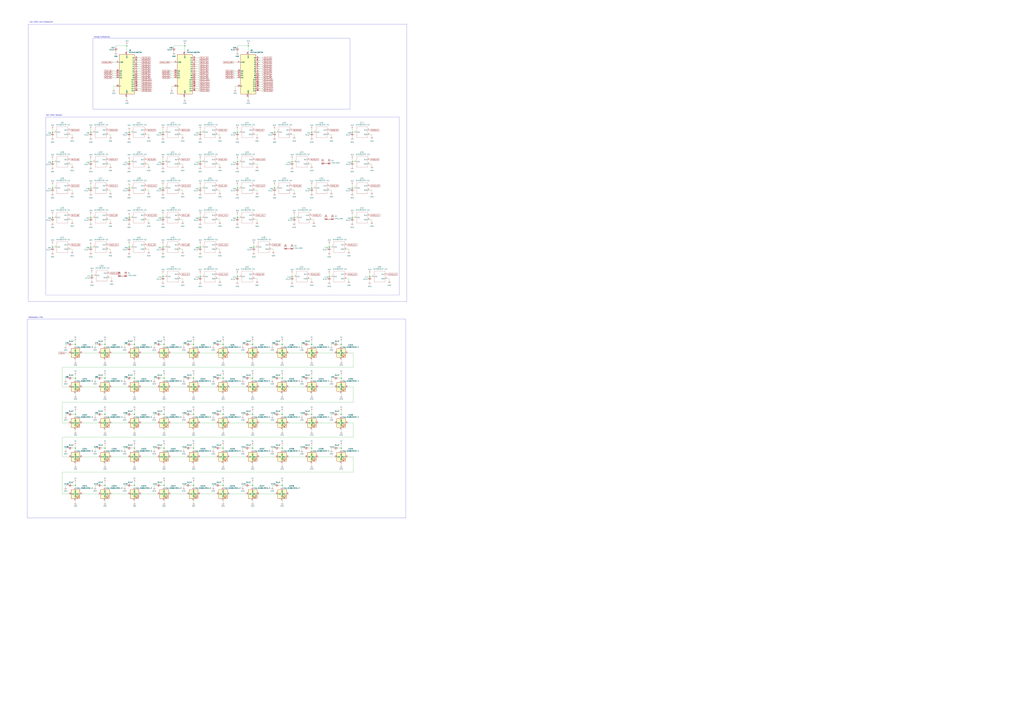
<source format=kicad_sch>
(kicad_sch (version 20250114) (generator "eeschema") (generator_version "9.0")
  (paper "A0")
  (rectangle (start 53.34 135.89) (end 463.55 342.9))
  (rectangle (start 107.95 44.45) (end 406.4 127))
  (rectangle (start 33.02 27.94) (end 472.44 350.52))
  (rectangle (start 31.75 370.84) (end 471.17 601.98))
  (text "Hall Effect and Multiplexors" (at 48.006 25.654 0) (effects (font (size 1.27 1.27))))
  (text "Analog Multilpexors" (at 118.364 42.926 0) (effects (font (size 1.27 1.27))))
  (text "Addressable LEDs" (at 41.402 368.808 0) (effects (font (size 1.27 1.27))))
  (text "Hall Effect Sensors" (at 62.738 133.858 0) (effects (font (size 1.27 1.27))))
  (junction (at 275.59 252.73))
  (junction (at 60.96 153.67))
  (junction (at 121.92 439.42))
  (junction (at 396.24 439.42))
  (junction (at 288.29 53.34))
  (junction (at 341.63 252.73))
  (junction (at 156.21 481.33))
  (junction (at 327.66 400.05))
  (junction (at 327.66 563.88))
  (junction (at 60.96 218.44))
  (junction (at 429.26 321.31))
  (junction (at 232.41 287.02))
  (junction (at 259.08 563.88))
  (junction (at 149.86 187.96))
  (junction (at 361.95 439.42))
  (junction (at 105.41 252.73))
  (junction (at 121.92 520.7))
  (junction (at 147.32 53.34))
  (junction (at 224.79 563.88))
  (junction (at 87.63 481.33))
  (junction (at 105.41 287.02))
  (junction (at 293.37 481.33))
  (junction (at 189.23 287.02))
  (junction (at 190.5 563.88))
  (junction (at 189.23 187.96))
  (junction (at 396.24 520.7))
  (junction (at 396.24 481.33))
  (junction (at 149.86 252.73))
  (junction (at 361.95 481.33))
  (junction (at 318.77 218.44))
  (junction (at 361.95 153.67))
  (junction (at 361.95 520.7))
  (junction (at 396.24 400.05))
  (junction (at 224.79 439.42))
  (junction (at 189.23 153.67))
  (junction (at 327.66 439.42))
  (junction (at 60.96 252.73))
  (junction (at 189.23 218.44))
  (junction (at 156.21 439.42))
  (junction (at 294.64 287.02))
  (junction (at 232.41 252.73))
  (junction (at 149.86 153.67))
  (junction (at 408.94 218.44))
  (junction (at 149.86 218.44))
  (junction (at 121.92 481.33))
  (junction (at 275.59 187.96))
  (junction (at 382.27 287.02))
  (junction (at 259.08 400.05))
  (junction (at 105.41 187.96))
  (junction (at 87.63 563.88))
  (junction (at 189.23 321.31))
  (junction (at 275.59 321.31))
  (junction (at 327.66 481.33))
  (junction (at 87.63 439.42))
  (junction (at 339.09 321.31))
  (junction (at 190.5 400.05))
  (junction (at 106.68 320.04))
  (junction (at 224.79 481.33))
  (junction (at 60.96 187.96))
  (junction (at 87.63 400.05))
  (junction (at 408.94 187.96))
  (junction (at 382.27 321.31))
  (junction (at 259.08 439.42))
  (junction (at 224.79 400.05))
  (junction (at 275.59 153.67))
  (junction (at 189.23 252.73))
  (junction (at 87.63 520.7))
  (junction (at 156.21 520.7))
  (junction (at 105.41 153.67))
  (junction (at 232.41 153.67))
  (junction (at 293.37 563.88))
  (junction (at 275.59 218.44))
  (junction (at 339.09 187.96))
  (junction (at 232.41 321.31))
  (junction (at 293.37 400.05))
  (junction (at 121.92 400.05))
  (junction (at 408.94 153.67))
  (junction (at 259.08 520.7))
  (junction (at 156.21 400.05))
  (junction (at 318.77 153.67))
  (junction (at 190.5 520.7))
  (junction (at 293.37 439.42))
  (junction (at 232.41 218.44))
  (junction (at 361.95 400.05))
  (junction (at 190.5 481.33))
  (junction (at 293.37 520.7))
  (junction (at 327.66 520.7))
  (junction (at 224.79 520.7))
  (junction (at 232.41 187.96))
  (junction (at 361.95 218.44))
  (junction (at 408.94 252.73))
  (junction (at 259.08 481.33))
  (junction (at 105.41 218.44))
  (junction (at 121.92 563.88))
  (junction (at 156.21 563.88))
  (junction (at 190.5 439.42))
  (junction (at 149.86 287.02))
  (junction (at 214.63 53.34))
  (junction (at 60.96 287.02))
  (wire (pts (xy 72.39 530.86) (xy 72.39 508)))
  (wire (pts (xy 339.09 321.31) (xy 341.63 321.31)))
  (wire (pts (xy 83.82 257.81) (xy 83.82 255.27)))
  (wire (pts (xy 189.23 321.31) (xy 191.77 321.31)))
  (wire (pts (xy 95.25 574.04) (xy 114.3 574.04)))
  (wire (pts (xy 327.66 563.88) (xy 327.66 566.42)))
  (wire (pts (xy 106.68 320.04) (xy 109.22 320.04)))
  (wire (pts (xy 60.96 287.02) (xy 63.5 287.02)))
  (wire (pts (xy 361.95 193.04) (xy 361.95 190.5)))
  (wire (pts (xy 232.41 449.58) (xy 251.46 449.58)))
  (wire (pts (xy 224.79 420.37) (xy 224.79 417.83)))
  (wire (pts (xy 163.83 105.41) (xy 160.02 105.41)))
  (wire (pts (xy 132.08 100.33) (xy 134.62 100.33)))
  (wire (pts (xy 83.82 400.05) (xy 87.63 400.05)))
  (wire (pts (xy 201.93 54.61) (xy 201.93 53.34)))
  (wire (pts (xy 408.94 248.92) (xy 408.94 252.73)))
  (wire (pts (xy 163.83 67.31) (xy 160.02 67.31)))
  (wire (pts (xy 247.65 566.42) (xy 247.65 563.88)))
  (wire (pts (xy 327.66 520.7) (xy 327.66 523.24)))
  (wire (pts (xy 369.57 410.21) (xy 388.62 410.21)))
  (wire (pts (xy 396.24 396.24) (xy 396.24 400.05)))
  (wire (pts (xy 118.11 439.42) (xy 121.92 439.42)))
  (wire (pts (xy 384.81 439.42) (xy 387.35 439.42)))
  (wire (pts (xy 304.8 105.41) (xy 300.99 105.41)))
  (wire (pts (xy 201.93 53.34) (xy 214.63 53.34)))
  (wire (pts (xy 361.95 323.85) (xy 359.41 323.85)))
  (wire (pts (xy 350.52 520.7) (xy 353.06 520.7)))
  (wire (pts (xy 87.63 563.88) (xy 87.63 566.42)))
  (wire (pts (xy 190.5 501.65) (xy 190.5 499.11)))
  (wire (pts (xy 87.63 516.89) (xy 87.63 520.7)))
  (wire (pts (xy 118.11 520.7) (xy 121.92 520.7)))
  (wire (pts (xy 152.4 563.88) (xy 156.21 563.88)))
  (wire (pts (xy 144.78 520.7) (xy 147.32 520.7)))
  (wire (pts (xy 231.14 72.39) (xy 227.33 72.39)))
  (wire (pts (xy 275.59 53.34) (xy 288.29 53.34)))
  (wire (pts (xy 341.63 259.08) (xy 341.63 257.81)))
  (wire (pts (xy 172.72 156.21) (xy 170.18 156.21)))
  (wire (pts (xy 408.94 153.67) (xy 411.48 153.67)))
  (wire (pts (xy 76.2 523.24) (xy 76.2 520.7)))
  (wire (pts (xy 396.24 459.74) (xy 396.24 457.2)))
  (wire (pts (xy 327.66 584.2) (xy 327.66 581.66)))
  (wire (pts (xy 275.59 214.63) (xy 275.59 218.44)))
  (wire (pts (xy 410.21 410.21) (xy 403.86 410.21)))
  (wire (pts (xy 384.81 523.24) (xy 384.81 520.7)))
  (wire (pts (xy 149.86 218.44) (xy 152.4 218.44)))
  (wire (pts (xy 275.59 184.15) (xy 275.59 187.96)))
  (wire (pts (xy 232.41 149.86) (xy 232.41 153.67)))
  (wire (pts (xy 275.59 187.96) (xy 278.13 187.96)))
  (wire (pts (xy 163.83 449.58) (xy 182.88 449.58)))
  (wire (pts (xy 172.72 292.1) (xy 172.72 289.56)))
  (wire (pts (xy 149.86 215.9) (xy 149.86 218.44)))
  (wire (pts (xy 149.86 187.96) (xy 152.4 187.96)))
  (wire (pts (xy 316.23 483.87) (xy 316.23 481.33)))
  (wire (pts (xy 149.86 252.73) (xy 152.4 252.73)))
  (wire (pts (xy 163.83 491.49) (xy 182.88 491.49)))
  (wire (pts (xy 339.09 327.66) (xy 339.09 326.39)))
  (wire (pts (xy 304.8 82.55) (xy 300.99 82.55)))
  (wire (pts (xy 152.4 400.05) (xy 156.21 400.05)))
  (wire (pts (xy 189.23 149.86) (xy 189.23 153.67)))
  (wire (pts (xy 350.52 523.24) (xy 350.52 520.7)))
  (wire (pts (xy 335.28 410.21) (xy 354.33 410.21)))
  (wire (pts (xy 396.24 400.05) (xy 396.24 402.59)))
  (wire (pts (xy 76.2 410.21) (xy 80.01 410.21)))
  (wire (pts (xy 224.79 396.24) (xy 224.79 400.05)))
  (wire (pts (xy 212.09 289.56) (xy 209.55 289.56)))
  (wire (pts (xy 156.21 439.42) (xy 156.21 441.96)))
  (wire (pts (xy 190.5 520.7) (xy 190.5 523.24)))
  (wire (pts (xy 327.66 501.65) (xy 327.66 499.11)))
  (wire (pts (xy 293.37 584.2) (xy 293.37 581.66)))
  (wire (pts (xy 361.95 541.02) (xy 361.95 538.48)))
  (wire (pts (xy 134.62 53.34) (xy 147.32 53.34)))
  (wire (pts (xy 382.27 283.21) (xy 382.27 287.02)))
  (wire (pts (xy 83.82 255.27) (xy 81.28 255.27)))
  (wire (pts (xy 76.2 483.87) (xy 76.2 481.33)))
  (wire (pts (xy 60.96 259.08) (xy 60.96 257.81)))
  (wire (pts (xy 361.95 218.44) (xy 364.49 218.44)))
  (wire (pts (xy 327.66 481.33) (xy 327.66 483.87)))
  (wire (pts (xy 293.37 439.42) (xy 293.37 441.96)))
  (wire (pts (xy 105.41 149.86) (xy 105.41 153.67)))
  (wire (pts (xy 410.21 548.64) (xy 72.39 548.64)))
  (wire (pts (xy 60.96 248.92) (xy 60.96 252.73)))
  (wire (pts (xy 190.5 420.37) (xy 190.5 417.83)))
  (wire (pts (xy 189.23 327.66) (xy 189.23 326.39)))
  (wire (pts (xy 382.27 327.66) (xy 382.27 326.39)))
  (wire (pts (xy 266.7 449.58) (xy 285.75 449.58)))
  (wire (pts (xy 259.08 439.42) (xy 259.08 441.96)))
  (wire (pts (xy 149.86 194.31) (xy 149.86 193.04)))
  (wire (pts (xy 224.79 560.07) (xy 224.79 563.88)))
  (wire (pts (xy 259.08 520.7) (xy 259.08 523.24)))
  (wire (pts (xy 144.78 563.88) (xy 147.32 563.88)))
  (wire (pts (xy 172.72 220.98) (xy 170.18 220.98)))
  (wire (pts (xy 231.14 87.63) (xy 227.33 87.63)))
  (wire (pts (xy 134.62 54.61) (xy 134.62 53.34)))
  (wire (pts (xy 105.41 194.31) (xy 105.41 193.04)))
  (wire (pts (xy 72.39 548.64) (xy 72.39 574.04)))
  (wire (pts (xy 335.28 449.58) (xy 354.33 449.58)))
  (wire (pts (xy 232.41 293.37) (xy 232.41 292.1)))
  (wire (pts (xy 304.8 72.39) (xy 300.99 72.39)))
  (wire (pts (xy 60.96 149.86) (xy 60.96 153.67)))
  (wire (pts (xy 213.36 520.7) (xy 215.9 520.7)))
  (wire (pts (xy 213.36 439.42) (xy 215.9 439.42)))
  (wire (pts (xy 247.65 563.88) (xy 250.19 563.88)))
  (wire (pts (xy 300.99 410.21) (xy 320.04 410.21)))
  (wire (pts (xy 358.14 481.33) (xy 361.95 481.33)))
  (wire (pts (xy 304.8 87.63) (xy 300.99 87.63)))
  (wire (pts (xy 87.63 481.33) (xy 87.63 483.87)))
  (wire (pts (xy 281.94 402.59) (xy 281.94 400.05)))
  (wire (pts (xy 110.49 563.88) (xy 113.03 563.88)))
  (wire (pts (xy 213.36 400.05) (xy 215.9 400.05)))
  (wire (pts (xy 396.24 435.61) (xy 396.24 439.42)))
  (wire (pts (xy 189.23 187.96) (xy 191.77 187.96)))
  (wire (pts (xy 364.49 255.27) (xy 361.95 255.27)))
  (wire (pts (xy 317.5 292.1) (xy 317.5 289.56)))
  (wire (pts (xy 121.92 520.7) (xy 121.92 523.24)))
  (wire (pts (xy 144.78 481.33) (xy 147.32 481.33)))
  (wire (pts (xy 410.21 491.49) (xy 403.86 491.49)))
  (wire (pts (xy 220.98 520.7) (xy 224.79 520.7)))
  (wire (pts (xy 214.63 53.34) (xy 214.63 59.69)))
  (wire (pts (xy 298.45 190.5) (xy 295.91 190.5)))
  (wire (pts (xy 83.82 220.98) (xy 81.28 220.98)))
  (wire (pts (xy 189.23 153.67) (xy 191.77 153.67)))
  (wire (pts (xy 128.27 289.56) (xy 125.73 289.56)))
  (wire (pts (xy 72.39 426.72) (xy 410.21 426.72)))
  (wire (pts (xy 304.8 80.01) (xy 300.99 80.01)))
  (wire (pts (xy 129.54 322.58) (xy 127 322.58)))
  (wire (pts (xy 255.27 257.81) (xy 255.27 255.27)))
  (wire (pts (xy 156.21 435.61) (xy 156.21 439.42)))
  (wire (pts (xy 199.39 104.14) (xy 199.39 100.33)))
  (wire (pts (xy 76.2 402.59) (xy 76.2 400.05)))
  (wire (pts (xy 60.96 194.31) (xy 60.96 193.04)))
  (wire (pts (xy 431.8 257.81) (xy 431.8 255.27)))
  (wire (pts (xy 271.78 72.39) (xy 275.59 72.39)))
  (wire (pts (xy 147.32 53.34) (xy 147.32 59.69)))
  (wire (pts (xy 152.4 439.42) (xy 156.21 439.42)))
  (wire (pts (xy 231.14 95.25) (xy 227.33 95.25)))
  (wire (pts (xy 190.5 435.61) (xy 190.5 439.42)))
  (wire (pts (xy 288.29 52.07) (xy 288.29 53.34)))
  (wire (pts (xy 232.41 187.96) (xy 234.95 187.96)))
  (wire (pts (xy 105.41 214.63) (xy 105.41 218.44)))
  (wire (pts (xy 172.72 193.04) (xy 172.72 190.5)))
  (wire (pts (xy 408.94 160.02) (xy 408.94 158.75)))
  (wire (pts (xy 429.26 327.66) (xy 429.26 326.39)))
  (wire (pts (xy 431.8 255.27) (xy 429.26 255.27)))
  (wire (pts (xy 361.95 153.67) (xy 364.49 153.67)))
  (wire (pts (xy 198.12 530.86) (xy 217.17 530.86)))
  (wire (pts (xy 271.78 85.09) (xy 275.59 85.09)))
  (wire (pts (xy 289.56 481.33) (xy 293.37 481.33)))
  (wire (pts (xy 281.94 483.87) (xy 281.94 481.33)))
  (wire (pts (xy 259.08 400.05) (xy 259.08 402.59)))
  (wire (pts (xy 431.8 193.04) (xy 431.8 190.5)))
  (wire (pts (xy 247.65 441.96) (xy 247.65 439.42)))
  (wire (pts (xy 369.57 449.58) (xy 388.62 449.58)))
  (wire (pts (xy 156.21 481.33) (xy 156.21 483.87)))
  (wire (pts (xy 318.77 224.79) (xy 318.77 223.52)))
  (wire (pts (xy 110.49 439.42) (xy 113.03 439.42)))
  (wire (pts (xy 190.5 560.07) (xy 190.5 563.88)))
  (wire (pts (xy 198.12 87.63) (xy 201.93 87.63)))
  (wire (pts (xy 327.66 516.89) (xy 327.66 520.7)))
  (wire (pts (xy 304.8 67.31) (xy 300.99 67.31)))
  (wire (pts (xy 105.41 252.73) (xy 107.95 252.73)))
  (wire (pts (xy 335.28 530.86) (xy 354.33 530.86)))
  (wire (pts (xy 316.23 441.96) (xy 316.23 439.42)))
  (wire (pts (xy 327.66 435.61) (xy 327.66 439.42)))
  (wire (pts (xy 87.63 396.24) (xy 87.63 400.05)))
  (wire (pts (xy 163.83 95.25) (xy 160.02 95.25)))
  (wire (pts (xy 247.65 439.42) (xy 250.19 439.42)))
  (wire (pts (xy 198.12 85.09) (xy 201.93 85.09)))
  (wire (pts (xy 163.83 102.87) (xy 160.02 102.87)))
  (wire (pts (xy 232.41 153.67) (xy 234.95 153.67)))
  (wire (pts (xy 304.8 77.47) (xy 300.99 77.47)))
  (wire (pts (xy 201.93 60.96) (xy 201.93 59.69)))
  (wire (pts (xy 147.32 115.57) (xy 147.32 113.03)))
  (wire (pts (xy 179.07 400.05) (xy 181.61 400.05)))
  (wire (pts (xy 323.85 520.7) (xy 327.66 520.7)))
  (wire (pts (xy 231.14 69.85) (xy 227.33 69.85)))
  (wire (pts (xy 318.77 153.67) (xy 321.31 153.67)))
  (wire (pts (xy 232.41 259.08) (xy 232.41 257.81)))
  (wire (pts (xy 392.43 439.42) (xy 396.24 439.42)))
  (wire (pts (xy 300.99 449.58) (xy 320.04 449.58)))
  (wire (pts (xy 431.8 190.5) (xy 429.26 190.5)))
  (wire (pts (xy 110.49 481.33) (xy 113.03 481.33)))
  (wire (pts (xy 304.8 102.87) (xy 300.99 102.87)))
  (wire (pts (xy 317.5 289.56) (xy 314.96 289.56)))
  (wire (pts (xy 231.14 97.79) (xy 227.33 97.79)))
  (wire (pts (xy 293.37 435.61) (xy 293.37 439.42)))
  (wire (pts (xy 361.95 439.42) (xy 361.95 441.96)))
  (wire (pts (xy 224.79 584.2) (xy 224.79 581.66)))
  (wire (pts (xy 60.96 283.21) (xy 60.96 287.02)))
  (wire (pts (xy 189.23 252.73) (xy 191.77 252.73)))
  (wire (pts (xy 213.36 563.88) (xy 215.9 563.88)))
  (wire (pts (xy 144.78 566.42) (xy 144.78 563.88)))
  (wire (pts (xy 129.54 410.21) (xy 148.59 410.21)))
  (wire (pts (xy 190.5 400.05) (xy 190.5 402.59)))
  (wire (pts (xy 384.81 483.87) (xy 384.81 481.33)))
  (wire (pts (xy 350.52 483.87) (xy 350.52 481.33)))
  (wire (pts (xy 327.66 396.24) (xy 327.66 400.05)))
  (wire (pts (xy 87.63 439.42) (xy 87.63 441.96)))
  (wire (pts (xy 405.13 323.85) (xy 402.59 323.85)))
  (wire (pts (xy 156.21 420.37) (xy 156.21 417.83)))
  (wire (pts (xy 87.63 560.07) (xy 87.63 563.88)))
  (wire (pts (xy 156.21 396.24) (xy 156.21 400.05)))
  (wire (pts (xy 361.95 396.24) (xy 361.95 400.05)))
  (wire (pts (xy 271.78 90.17) (xy 275.59 90.17)))
  (wire (pts (xy 224.79 541.02) (xy 224.79 538.48)))
  (wire (pts (xy 281.94 523.24) (xy 281.94 520.7)))
  (wire (pts (xy 275.59 60.96) (xy 275.59 59.69)))
  (wire (pts (xy 172.72 255.27) (xy 170.18 255.27)))
  (wire (pts (xy 156.21 541.02) (xy 156.21 538.48)))
  (wire (pts (xy 247.65 520.7) (xy 250.19 520.7)))
  (wire (pts (xy 298.45 326.39) (xy 298.45 323.85)))
  (wire (pts (xy 130.81 87.63) (xy 134.62 87.63)))
  (wire (pts (xy 255.27 520.7) (xy 259.08 520.7)))
  (wire (pts (xy 105.41 287.02) (xy 107.95 287.02)))
  (wire (pts (xy 189.23 194.31) (xy 189.23 193.04)))
  (wire (pts (xy 232.41 218.44) (xy 234.95 218.44)))
  (wire (pts (xy 198.12 82.55) (xy 201.93 82.55)))
  (wire (pts (xy 293.37 501.65) (xy 293.37 499.11)))
  (wire (pts (xy 95.25 491.49) (xy 114.3 491.49)))
  (wire (pts (xy 289.56 439.42) (xy 293.37 439.42)))
  (wire (pts (xy 189.23 160.02) (xy 189.23 158.75)))
  (wire (pts (xy 198.12 410.21) (xy 217.17 410.21)))
  (wire (pts (xy 361.95 420.37) (xy 361.95 417.83)))
  (wire (pts (xy 350.52 441.96) (xy 350.52 439.42)))
  (wire (pts (xy 384.81 223.52) (xy 384.81 220.98)))
  (wire (pts (xy 232.41 224.79) (xy 232.41 223.52)))
  (wire (pts (xy 382.27 293.37) (xy 382.27 292.1)))
  (wire (pts (xy 431.8 220.98) (xy 429.26 220.98)))
  (wire (pts (xy 83.82 190.5) (xy 81.28 190.5)))
  (wire (pts (xy 327.66 439.42) (xy 327.66 441.96)))
  (wire (pts (xy 189.23 293.37) (xy 189.23 292.1)))
  (wire (pts (xy 156.21 459.74) (xy 156.21 457.2)))
  (wire (pts (xy 327.66 477.52) (xy 327.66 481.33)))
  (wire (pts (xy 189.23 224.79) (xy 189.23 223.52)))
  (wire (pts (xy 156.21 520.7) (xy 156.21 523.24)))
  (wire (pts (xy 121.92 560.07) (xy 121.92 563.88)))
  (wire (pts (xy 403.86 530.86) (xy 410.21 530.86)))
  (wire (pts (xy 83.82 481.33) (xy 87.63 481.33)))
  (wire (pts (xy 213.36 523.24) (xy 213.36 520.7)))
  (wire (pts (xy 224.79 439.42) (xy 224.79 441.96)))
  (wire (pts (xy 163.83 69.85) (xy 160.02 69.85)))
  (wire (pts (xy 224.79 563.88) (xy 224.79 566.42)))
  (wire (pts (xy 212.09 193.04) (xy 212.09 190.5)))
  (wire (pts (xy 231.14 92.71) (xy 227.33 92.71)))
  (wire (pts (xy 304.8 95.25) (xy 300.99 95.25)))
  (wire (pts (xy 255.27 326.39) (xy 255.27 323.85)))
  (wire (pts (xy 224.79 435.61) (xy 224.79 439.42)))
  (wire (pts (xy 304.8 69.85) (xy 300.99 69.85)))
  (wire (pts (xy 323.85 439.42) (xy 327.66 439.42)))
  (wire (pts (xy 186.69 439.42) (xy 190.5 439.42)))
  (wire (pts (xy 316.23 402.59) (xy 316.23 400.05)))
  (wire (pts (xy 410.21 508) (xy 410.21 491.49)))
  (wire (pts (xy 186.69 563.88) (xy 190.5 563.88)))
  (wire (pts (xy 105.41 293.37) (xy 105.41 292.1)))
  (wire (pts (xy 190.5 584.2) (xy 190.5 581.66)))
  (wire (pts (xy 408.94 252.73) (xy 411.48 252.73)))
  (wire (pts (xy 361.95 160.02) (xy 361.95 158.75)))
  (wire (pts (xy 121.92 396.24) (xy 121.92 400.05)))
  (wire (pts (xy 318.77 160.02) (xy 318.77 158.75)))
  (wire (pts (xy 289.56 563.88) (xy 293.37 563.88)))
  (wire (pts (xy 212.09 190.5) (xy 209.55 190.5)))
  (wire (pts (xy 163.83 82.55) (xy 160.02 82.55)))
  (wire (pts (xy 163.83 100.33) (xy 160.02 100.33)))
  (wire (pts (xy 214.63 115.57) (xy 214.63 113.03)))
  (wire (pts (xy 255.27 481.33) (xy 259.08 481.33)))
  (wire (pts (xy 316.23 400.05) (xy 318.77 400.05)))
  (wire (pts (xy 83.82 156.21) (xy 81.28 156.21)))
  (wire (pts (xy 341.63 252.73) (xy 344.17 252.73)))
  (wire (pts (xy 95.25 410.21) (xy 114.3 410.21)))
  (wire (pts (xy 341.63 156.21) (xy 339.09 156.21)))
  (wire (pts (xy 255.27 156.21) (xy 252.73 156.21)))
  (wire (pts (xy 384.81 156.21) (xy 382.27 156.21)))
  (wire (pts (xy 294.64 283.21) (xy 294.64 287.02)))
  (wire (pts (xy 212.09 326.39) (xy 212.09 323.85)))
  (wire (pts (xy 316.23 520.7) (xy 318.77 520.7)))
  (wire (pts (xy 232.41 184.15) (xy 232.41 187.96)))
  (wire (pts (xy 110.49 523.24) (xy 110.49 520.7)))
  (wire (pts (xy 212.09 223.52) (xy 212.09 220.98)))
  (wire (pts (xy 318.77 214.63) (xy 318.77 218.44)))
  (wire (pts (xy 382.27 317.5) (xy 382.27 321.31)))
  (wire (pts (xy 396.24 541.02) (xy 396.24 538.48)))
  (wire (pts (xy 60.96 153.67) (xy 63.5 153.67)))
  (wire (pts (xy 232.41 194.31) (xy 232.41 193.04)))
  (wire (pts (xy 163.83 74.93) (xy 160.02 74.93)))
  (wire (pts (xy 213.36 441.96) (xy 213.36 439.42)))
  (wire (pts (xy 396.24 477.52) (xy 396.24 481.33)))
  (wire (pts (xy 361.95 224.79) (xy 361.95 223.52)))
  (wire (pts (xy 121.92 481.33) (xy 121.92 483.87)))
  (wire (pts (xy 118.11 481.33) (xy 121.92 481.33)))
  (wire (pts (xy 304.8 90.17) (xy 300.99 90.17)))
  (wire (pts (xy 130.81 90.17) (xy 134.62 90.17)))
  (wire (pts (xy 304.8 100.33) (xy 300.99 100.33)))
  (wire (pts (xy 121.92 439.42) (xy 121.92 441.96)))
  (wire (pts (xy 179.07 523.24) (xy 179.07 520.7)))
  (wire (pts (xy 189.23 259.08) (xy 189.23 257.81)))
  (wire (pts (xy 213.36 566.42) (xy 213.36 563.88)))
  (wire (pts (xy 247.65 523.24) (xy 247.65 520.7)))
  (wire (pts (xy 80.01 449.58) (xy 72.39 449.58)))
  (wire (pts (xy 128.27 257.81) (xy 128.27 255.27)))
  (wire (pts (xy 186.69 400.05) (xy 190.5 400.05)))
  (wire (pts (xy 76.2 441.96) (xy 76.2 439.42)))
  (wire (pts (xy 212.09 158.75) (xy 212.09 156.21)))
  (wire (pts (xy 350.52 439.42) (xy 353.06 439.42)))
  (wire (pts (xy 255.27 158.75) (xy 255.27 156.21)))
  (wire (pts (xy 259.08 396.24) (xy 259.08 400.05)))
  (wire (pts (xy 382.27 321.31) (xy 384.81 321.31)))
  (wire (pts (xy 275.59 327.66) (xy 275.59 326.39)))
  (wire (pts (xy 382.27 287.02) (xy 384.81 287.02)))
  (wire (pts (xy 189.23 283.21) (xy 189.23 287.02)))
  (wire (pts (xy 271.78 87.63) (xy 275.59 87.63)))
  (wire (pts (xy 405.13 289.56) (xy 402.59 289.56)))
  (wire (pts (xy 212.09 257.81) (xy 212.09 255.27)))
  (wire (pts (xy 232.41 530.86) (xy 251.46 530.86)))
  (wire (pts (xy 408.94 187.96) (xy 411.48 187.96)))
  (wire (pts (xy 300.99 530.86) (xy 320.04 530.86)))
  (wire (pts (xy 220.98 439.42) (xy 224.79 439.42)))
  (wire (pts (xy 149.86 250.19) (xy 149.86 252.73)))
  (wire (pts (xy 172.72 190.5) (xy 170.18 190.5)))
  (wire (pts (xy 231.14 67.31) (xy 227.33 67.31)))
  (wire (pts (xy 341.63 223.52) (xy 341.63 220.98)))
  (wire (pts (xy 121.92 563.88) (xy 121.92 566.42)))
  (wire (pts (xy 149.86 160.02) (xy 149.86 158.75)))
  (wire (pts (xy 281.94 441.96) (xy 281.94 439.42)))
  (wire (pts (xy 247.65 400.05) (xy 250.19 400.05)))
  (wire (pts (xy 232.41 283.21) (xy 232.41 287.02)))
  (wire (pts (xy 294.64 287.02) (xy 297.18 287.02)))
  (wire (pts (xy 212.09 220.98) (xy 209.55 220.98)))
  (wire (pts (xy 410.21 449.58) (xy 410.21 467.36)))
  (wire (pts (xy 405.13 292.1) (xy 405.13 289.56)))
  (wire (pts (xy 60.96 224.79) (xy 60.96 223.52)))
  (wire (pts (xy 179.07 441.96) (xy 179.07 439.42)))
  (wire (pts (xy 220.98 481.33) (xy 224.79 481.33)))
  (wire (pts (xy 255.27 190.5) (xy 252.73 190.5)))
  (wire (pts (xy 304.8 85.09) (xy 300.99 85.09)))
  (wire (pts (xy 128.27 193.04) (xy 128.27 190.5)))
  (wire (pts (xy 231.14 85.09) (xy 227.33 85.09)))
  (wire (pts (xy 213.36 481.33) (xy 215.9 481.33)))
  (wire (pts (xy 149.86 185.42) (xy 149.86 187.96)))
  (wire (pts (xy 405.13 326.39) (xy 405.13 323.85)))
  (wire (pts (xy 247.65 402.59) (xy 247.65 400.05)))
  (wire (pts (xy 358.14 400.05) (xy 361.95 400.05)))
  (wire (pts (xy 255.27 255.27) (xy 252.73 255.27)))
  (wire (pts (xy 275.59 252.73) (xy 278.13 252.73)))
  (wire (pts (xy 189.23 184.15) (xy 189.23 187.96)))
  (wire (pts (xy 76.2 520.7) (xy 78.74 520.7)))
  (wire (pts (xy 179.07 563.88) (xy 181.61 563.88)))
  (wire (pts (xy 72.39 574.04) (xy 80.01 574.04)))
  (wire (pts (xy 105.41 248.92) (xy 105.41 252.73)))
  (wire (pts (xy 408.94 259.08) (xy 408.94 257.81)))
  (wire (pts (xy 293.37 520.7) (xy 293.37 523.24)))
  (wire (pts (xy 179.07 481.33) (xy 181.61 481.33)))
  (wire (pts (xy 95.25 449.58) (xy 114.3 449.58)))
  (wire (pts (xy 266.7 574.04) (xy 285.75 574.04)))
  (wire (pts (xy 224.79 400.05) (xy 224.79 402.59)))
  (wire (pts (xy 408.94 184.15) (xy 408.94 187.96)))
  (wire (pts (xy 110.49 402.59) (xy 110.49 400.05)))
  (wire (pts (xy 275.59 321.31) (xy 278.13 321.31)))
  (wire (pts (xy 304.8 74.93) (xy 300.99 74.93)))
  (wire (pts (xy 179.07 483.87) (xy 179.07 481.33)))
  (wire (pts (xy 316.23 523.24) (xy 316.23 520.7)))
  (wire (pts (xy 144.78 400.05) (xy 147.32 400.05)))
  (wire (pts (xy 266.7 491.49) (xy 285.75 491.49)))
  (wire (pts (xy 128.27 156.21) (xy 125.73 156.21)))
  (wire (pts (xy 318.77 218.44) (xy 321.31 218.44)))
  (wire (pts (xy 163.83 77.47) (xy 160.02 77.47)))
  (wire (pts (xy 341.63 220.98) (xy 339.09 220.98)))
  (wire (pts (xy 273.05 104.14) (xy 273.05 100.33)))
  (wire (pts (xy 281.94 520.7) (xy 284.48 520.7)))
  (wire (pts (xy 298.45 156.21) (xy 295.91 156.21)))
  (wire (pts (xy 190.5 481.33) (xy 190.5 483.87)))
  (wire (pts (xy 323.85 481.33) (xy 327.66 481.33)))
  (wire (pts (xy 408.94 194.31) (xy 408.94 193.04)))
  (wire (pts (xy 121.92 459.74) (xy 121.92 457.2)))
  (wire (pts (xy 105.41 284.48) (xy 105.41 287.02)))
  (wire (pts (xy 213.36 402.59) (xy 213.36 400.05)))
  (wire (pts (xy 255.27 563.88) (xy 259.08 563.88)))
  (wire (pts (xy 121.92 400.05) (xy 121.92 402.59)))
  (wire (pts (xy 408.94 149.86) (xy 408.94 153.67)))
  (wire (pts (xy 76.2 439.42) (xy 78.74 439.42)))
  (wire (pts (xy 327.66 459.74) (xy 327.66 457.2)))
  (wire (pts (xy 350.52 481.33) (xy 353.06 481.33)))
  (wire (pts (xy 259.08 435.61) (xy 259.08 439.42)))
  (wire (pts (xy 163.83 80.01) (xy 160.02 80.01)))
  (wire (pts (xy 300.99 491.49) (xy 320.04 491.49)))
  (wire (pts (xy 316.23 481.33) (xy 318.77 481.33)))
  (wire (pts (xy 403.86 449.58) (xy 410.21 449.58)))
  (wire (pts (xy 121.92 501.65) (xy 121.92 499.11)))
  (wire (pts (xy 339.09 184.15) (xy 339.09 187.96)))
  (wire (pts (xy 163.83 90.17) (xy 160.02 90.17)))
  (wire (pts (xy 361.95 520.7) (xy 361.95 523.24)))
  (wire (pts (xy 298.45 257.81) (xy 298.45 255.27)))
  (wire (pts (xy 293.37 560.07) (xy 293.37 563.88)))
  (wire (pts (xy 212.09 292.1) (xy 212.09 289.56)))
  (wire (pts (xy 60.96 187.96) (xy 63.5 187.96)))
  (wire (pts (xy 259.08 560.07) (xy 259.08 563.88)))
  (wire (pts (xy 384.81 520.7) (xy 387.35 520.7)))
  (wire (pts (xy 105.41 184.15) (xy 105.41 187.96)))
  (wire (pts (xy 259.08 459.74) (xy 259.08 457.2)))
  (wire (pts (xy 361.95 477.52) (xy 361.95 481.33)))
  (wire (pts (xy 190.5 439.42) (xy 190.5 441.96)))
  (wire (pts (xy 384.81 220.98) (xy 382.27 220.98)))
  (wire (pts (xy 190.5 396.24) (xy 190.5 400.05)))
  (wire (pts (xy 358.14 439.42) (xy 361.95 439.42)))
  (wire (pts (xy 149.86 293.37) (xy 149.86 292.1)))
  (wire (pts (xy 156.21 400.05) (xy 156.21 402.59)))
  (wire (pts (xy 247.65 483.87) (xy 247.65 481.33)))
  (wire (pts (xy 431.8 156.21) (xy 429.26 156.21)))
  (wire (pts (xy 83.82 520.7) (xy 87.63 520.7)))
  (wire (pts (xy 83.82 289.56) (xy 81.28 289.56)))
  (wire (pts (xy 213.36 483.87) (xy 213.36 481.33)))
  (wire (pts (xy 429.26 317.5) (xy 429.26 321.31)))
  (wire (pts (xy 281.94 439.42) (xy 284.48 439.42)))
  (wire (pts (xy 281.94 481.33) (xy 284.48 481.33)))
  (wire (pts (xy 149.86 151.13) (xy 149.86 153.67)))
  (wire (pts (xy 105.41 224.79) (xy 105.41 223.52)))
  (wire (pts (xy 224.79 520.7) (xy 224.79 523.24)))
  (wire (pts (xy 361.95 501.65) (xy 361.95 499.11)))
  (wire (pts (xy 288.29 115.57) (xy 288.29 113.03)))
  (wire (pts (xy 431.8 158.75) (xy 431.8 156.21)))
  (wire (pts (xy 156.21 501.65) (xy 156.21 499.11)))
  (wire (pts (xy 163.83 530.86) (xy 182.88 530.86)))
  (wire (pts (xy 224.79 516.89) (xy 224.79 520.7)))
  (wire (pts (xy 80.01 530.86) (xy 72.39 530.86)))
  (wire (pts (xy 129.54 530.86) (xy 148.59 530.86)))
  (wire (pts (xy 87.63 584.2) (xy 87.63 581.66)))
  (wire (pts (xy 298.45 255.27) (xy 295.91 255.27)))
  (wire (pts (xy 149.86 287.02) (xy 152.4 287.02)))
  (wire (pts (xy 293.37 516.89) (xy 293.37 520.7)))
  (wire (pts (xy 144.78 441.96) (xy 144.78 439.42)))
  (wire (pts (xy 121.92 584.2) (xy 121.92 581.66)))
  (wire (pts (xy 156.21 560.07) (xy 156.21 563.88)))
  (wire (pts (xy 163.83 87.63) (xy 160.02 87.63)))
  (wire (pts (xy 87.63 420.37) (xy 87.63 417.83)))
  (wire (pts (xy 105.41 187.96) (xy 107.95 187.96)))
  (wire (pts (xy 232.41 317.5) (xy 232.41 321.31)))
  (wire (pts (xy 361.95 435.61) (xy 361.95 439.42)))
  (wire (pts (xy 293.37 420.37) (xy 293.37 417.83)))
  (wire (pts (xy 105.41 218.44) (xy 107.95 218.44)))
  (wire (pts (xy 149.86 224.79) (xy 149.86 223.52)))
  (wire (pts (xy 339.09 194.31) (xy 339.09 193.04)))
  (wire (pts (xy 232.41 327.66) (xy 232.41 326.39)))
  (wire (pts (xy 293.37 400.05) (xy 293.37 402.59)))
  (wire (pts (xy 147.32 52.07) (xy 147.32 53.34)))
  (wire (pts (xy 335.28 491.49) (xy 354.33 491.49)))
  (wire (pts (xy 275.59 194.31) (xy 275.59 193.04)))
  (wire (pts (xy 384.81 441.96) (xy 384.81 439.42)))
  (wire (pts (xy 156.21 516.89) (xy 156.21 520.7)))
  (wire (pts (xy 327.66 400.05) (xy 327.66 402.59)))
  (wire (pts (xy 369.57 491.49) (xy 388.62 491.49)))
  (wire (pts (xy 384.81 158.75) (xy 384.81 156.21)))
  (wire (pts (xy 129.54 325.12) (xy 129.54 322.58)))
  (wire (pts (xy 87.63 435.61) (xy 87.63 439.42)))
  (wire (pts (xy 408.94 224.79) (xy 408.94 223.52)))
  (wire (pts (xy 172.72 223.52) (xy 172.72 220.98)))
  (wire (pts (xy 232.41 574.04) (xy 251.46 574.04)))
  (wire (pts (xy 408.94 218.44) (xy 411.48 218.44)))
  (wire (pts (xy 190.5 477.52) (xy 190.5 481.33)))
  (wire (pts (xy 220.98 563.88) (xy 224.79 563.88)))
  (wire (pts (xy 118.11 400.05) (xy 121.92 400.05)))
  (wire (pts (xy 232.41 321.31) (xy 234.95 321.31)))
  (wire (pts (xy 396.24 501.65) (xy 396.24 499.11)))
  (wire (pts (xy 232.41 287.02) (xy 234.95 287.02)))
  (wire (pts (xy 83.82 563.88) (xy 87.63 563.88)))
  (wire (pts (xy 121.92 420.37) (xy 121.92 417.83)))
  (wire (pts (xy 275.59 149.86) (xy 275.59 153.67)))
  (wire (pts (xy 83.82 158.75) (xy 83.82 156.21)))
  (wire (pts (xy 128.27 292.1) (xy 128.27 289.56)))
  (wire (pts (xy 110.49 566.42) (xy 110.49 563.88)))
  (wire (pts (xy 87.63 477.52) (xy 87.63 481.33)))
  (wire (pts (xy 105.41 153.67) (xy 107.95 153.67)))
  (wire (pts (xy 364.49 257.81) (xy 364.49 255.27)))
  (wire (pts (xy 232.41 160.02) (xy 232.41 158.75)))
  (wire (pts (xy 318.77 149.86) (xy 318.77 153.67)))
  (wire (pts (xy 95.25 530.86) (xy 114.3 530.86)))
  (wire (pts (xy 163.83 92.71) (xy 160.02 92.71)))
  (wire (pts (xy 361.95 190.5) (xy 359.41 190.5)))
  (wire (pts (xy 298.45 220.98) (xy 295.91 220.98)))
  (wire (pts (xy 231.14 105.41) (xy 227.33 105.41)))
  (wire (pts (xy 60.96 293.37) (xy 60.96 292.1)))
  (wire (pts (xy 281.94 400.05) (xy 284.48 400.05)))
  (wire (pts (xy 293.37 541.02) (xy 293.37 538.48)))
  (wire (pts (xy 231.14 102.87) (xy 227.33 102.87)))
  (wire (pts (xy 289.56 520.7) (xy 293.37 520.7)))
  (wire (pts (xy 186.69 520.7) (xy 190.5 520.7)))
  (wire (pts (xy 361.95 481.33) (xy 361.95 483.87)))
  (wire (pts (xy 199.39 100.33) (xy 201.93 100.33)))
  (wire (pts (xy 259.08 584.2) (xy 259.08 581.66)))
  (wire (pts (xy 128.27 223.52) (xy 128.27 220.98)))
  (wire (pts (xy 327.66 541.02) (xy 327.66 538.48)))
  (wire (pts (xy 121.92 435.61) (xy 121.92 439.42)))
  (wire (pts (xy 275.59 218.44) (xy 278.13 218.44)))
  (wire (pts (xy 129.54 491.49) (xy 148.59 491.49)))
  (wire (pts (xy 275.59 224.79) (xy 275.59 223.52)))
  (wire (pts (xy 163.83 85.09) (xy 160.02 85.09)))
  (wire (pts (xy 190.5 563.88) (xy 190.5 566.42)))
  (wire (pts (xy 410.21 530.86) (xy 410.21 548.64)))
  (wire (pts (xy 339.09 317.5) (xy 339.09 321.31)))
  (wire (pts (xy 275.59 160.02) (xy 275.59 158.75)))
  (wire (pts (xy 144.78 402.59) (xy 144.78 400.05)))
  (wire (pts (xy 384.81 481.33) (xy 387.35 481.33)))
  (wire (pts (xy 293.37 563.88) (xy 293.37 566.42)))
  (wire (pts (xy 144.78 483.87) (xy 144.78 481.33)))
  (wire (pts (xy 361.95 149.86) (xy 361.95 153.67)))
  (wire (pts (xy 128.27 220.98) (xy 125.73 220.98)))
  (wire (pts (xy 361.95 326.39) (xy 361.95 323.85)))
  (wire (pts (xy 156.21 563.88) (xy 156.21 566.42)))
  (wire (pts (xy 179.07 439.42) (xy 181.61 439.42)))
  (wire (pts (xy 152.4 481.33) (xy 156.21 481.33)))
  (wire (pts (xy 144.78 439.42) (xy 147.32 439.42)))
  (wire (pts (xy 186.69 481.33) (xy 190.5 481.33)))
  (wire (pts (xy 361.95 214.63) (xy 361.95 218.44)))
  (wire (pts (xy 72.39 491.49) (xy 80.01 491.49)))
  (wire (pts (xy 220.98 400.05) (xy 224.79 400.05)))
  (wire (pts (xy 247.65 481.33) (xy 250.19 481.33)))
  (wire (pts (xy 118.11 563.88) (xy 121.92 563.88)))
  (wire (pts (xy 396.24 439.42) (xy 396.24 441.96)))
  (wire (pts (xy 392.43 520.7) (xy 396.24 520.7)))
  (wire (pts (xy 156.21 477.52) (xy 156.21 481.33)))
  (wire (pts (xy 149.86 283.21) (xy 149.86 287.02)))
  (wire (pts (xy 121.92 541.02) (xy 121.92 538.48)))
  (wire (pts (xy 132.08 104.14) (xy 132.08 100.33)))
  (wire (pts (xy 410.21 467.36) (xy 72.39 467.36)))
  (wire (pts (xy 105.41 259.08) (xy 105.41 257.81)))
  (wire (pts (xy 189.23 214.63) (xy 189.23 218.44)))
  (wire (pts (xy 408.94 214.63) (xy 408.94 218.44)))
  (wire (pts (xy 72.39 508) (xy 410.21 508)))
  (wire (pts (xy 198.12 90.17) (xy 201.93 90.17)))
  (wire (pts (xy 76.2 400.05) (xy 78.74 400.05)))
  (wire (pts (xy 190.5 516.89) (xy 190.5 520.7)))
  (wire (pts (xy 275.59 54.61) (xy 275.59 53.34)))
  (wire (pts (xy 128.27 255.27) (xy 125.73 255.27)))
  (wire (pts (xy 255.27 292.1) (xy 255.27 289.56)))
  (wire (pts (xy 149.86 259.08) (xy 149.86 257.81)))
  (wire (pts (xy 369.57 530.86) (xy 388.62 530.86)))
  (wire (pts (xy 163.83 574.04) (xy 182.88 574.04)))
  (wire (pts (xy 304.8 92.71) (xy 300.99 92.71)))
  (wire (pts (xy 323.85 400.05) (xy 327.66 400.05)))
  (wire (pts (xy 163.83 410.21) (xy 182.88 410.21)))
  (wire (pts (xy 134.62 60.96) (xy 134.62 59.69)))
  (wire (pts (xy 339.09 187.96) (xy 341.63 187.96)))
  (wire (pts (xy 275.59 153.67) (xy 278.13 153.67)))
  (wire (pts (xy 271.78 82.55) (xy 275.59 82.55)))
  (wire (pts (xy 172.72 257.81) (xy 172.72 255.27)))
  (wire (pts (xy 60.96 214.63) (xy 60.96 218.44)))
  (wire (pts (xy 300.99 574.04) (xy 320.04 574.04)))
  (wire (pts (xy 212.09 156.21) (xy 209.55 156.21)))
  (wire (pts (xy 232.41 248.92) (xy 232.41 252.73)))
  (wire (pts (xy 121.92 516.89) (xy 121.92 520.7)))
  (wire (pts (xy 212.09 323.85) (xy 209.55 323.85)))
  (wire (pts (xy 410.21 426.72) (xy 410.21 410.21)))
  (wire (pts (xy 341.63 158.75) (xy 341.63 156.21)))
  (wire (pts (xy 232.41 491.49) (xy 251.46 491.49)))
  (wire (pts (xy 163.83 72.39) (xy 160.02 72.39)))
  (wire (pts (xy 110.49 483.87) (xy 110.49 481.33)))
  (wire (pts (xy 361.95 516.89) (xy 361.95 520.7)))
  (wire (pts (xy 83.82 439.42) (xy 87.63 439.42)))
  (wire (pts (xy 289.56 400.05) (xy 293.37 400.05)))
  (wire (pts (xy 327.66 560.07) (xy 327.66 563.88)))
  (wire (pts (xy 172.72 158.75) (xy 172.72 156.21)))
  (wire (pts (xy 396.24 420.37) (xy 396.24 417.83)))
  (wire (pts (xy 232.41 410.21) (xy 251.46 410.21)))
  (wire (pts (xy 87.63 501.65) (xy 87.63 499.11)))
  (wire (pts (xy 76.2 563.88) (xy 78.74 563.88)))
  (wire (pts (xy 106.68 316.23) (xy 106.68 320.04)))
  (wire (pts (xy 259.08 516.89) (xy 259.08 520.7)))
  (wire (pts (xy 361.95 400.05) (xy 361.95 402.59)))
  (wire (pts (xy 198.12 574.04) (xy 217.17 574.04)))
  (wire (pts (xy 212.09 255.27) (xy 209.55 255.27)))
  (wire (pts (xy 121.92 477.52) (xy 121.92 481.33)))
  (wire (pts (xy 259.08 481.33) (xy 259.08 483.87)))
  (wire (pts (xy 232.41 214.63) (xy 232.41 218.44)))
  (wire (pts (xy 128.27 158.75) (xy 128.27 156.21)))
  (wire (pts (xy 83.82 193.04) (xy 83.82 190.5)))
  (wire (pts (xy 224.79 481.33) (xy 224.79 483.87)))
  (wire (pts (xy 72.39 467.36) (xy 72.39 491.49)))
  (wire (pts (xy 323.85 563.88) (xy 327.66 563.88)))
  (wire (pts (xy 327.66 420.37) (xy 327.66 417.83)))
  (wire (pts (xy 361.95 459.74) (xy 361.95 457.2)))
  (wire (pts (xy 156.21 584.2) (xy 156.21 581.66)))
  (wire (pts (xy 298.45 158.75) (xy 298.45 156.21)))
  (wire (pts (xy 87.63 541.02) (xy 87.63 538.48)))
  (wire (pts (xy 396.24 520.7) (xy 396.24 523.24)))
  (wire (pts (xy 106.68 326.39) (xy 106.68 325.12)))
  (wire (pts (xy 144.78 523.24) (xy 144.78 520.7)))
  (wire (pts (xy 76.2 566.42) (xy 76.2 563.88)))
  (wire (pts (xy 259.08 420.37) (xy 259.08 417.83)))
  (wire (pts (xy 60.96 218.44) (xy 63.5 218.44)))
  (wire (pts (xy 179.07 520.7) (xy 181.61 520.7)))
  (wire (pts (xy 179.07 402.59) (xy 179.07 400.05)))
  (wire (pts (xy 231.14 90.17) (xy 227.33 90.17)))
  (wire (pts (xy 76.2 481.33) (xy 78.74 481.33)))
  (wire (pts (xy 275.59 248.92) (xy 275.59 252.73)))
  (wire (pts (xy 452.12 326.39) (xy 452.12 323.85)))
  (wire (pts (xy 189.23 248.92) (xy 189.23 252.73)))
  (wire (pts (xy 293.37 477.52) (xy 293.37 481.33)))
  (wire (pts (xy 298.45 223.52) (xy 298.45 220.98)))
  (wire (pts (xy 149.86 153.67) (xy 152.4 153.67)))
  (wire (pts (xy 231.14 100.33) (xy 227.33 100.33)))
  (wire (pts (xy 179.07 566.42) (xy 179.07 563.88)))
  (wire (pts (xy 232.41 252.73) (xy 234.95 252.73)))
  (wire (pts (xy 129.54 574.04) (xy 148.59 574.04)))
  (wire (pts (xy 83.82 223.52) (xy 83.82 220.98)))
  (wire (pts (xy 152.4 520.7) (xy 156.21 520.7)))
  (wire (pts (xy 294.64 293.37) (xy 294.64 292.1)))
  (wire (pts (xy 316.23 566.42) (xy 316.23 563.88)))
  (wire (pts (xy 60.96 184.15) (xy 60.96 187.96)))
  (wire (pts (xy 392.43 481.33) (xy 396.24 481.33)))
  (wire (pts (xy 304.8 97.79) (xy 300.99 97.79)))
  (wire (pts (xy 266.7 410.21) (xy 285.75 410.21)))
  (wire (pts (xy 198.12 449.58) (xy 217.17 449.58)))
  (wire (pts (xy 384.81 402.59) (xy 384.81 400.05)))
  (wire (pts (xy 259.08 541.02) (xy 259.08 538.48)))
  (wire (pts (xy 198.12 491.49) (xy 217.17 491.49)))
  (wire (pts (xy 198.12 72.39) (xy 201.93 72.39)))
  (wire (pts (xy 189.23 287.02) (xy 191.77 287.02)))
  (wire (pts (xy 255.27 223.52) (xy 255.27 220.98)))
  (wire (pts (xy 60.96 252.73) (xy 63.5 252.73)))
  (wire (pts (xy 189.23 218.44) (xy 191.77 218.44)))
  (wire (pts (xy 275.59 259.08) (xy 275.59 257.81)))
  (wire (pts (xy 231.14 77.47) (xy 227.33 77.47)))
  (wire (pts (xy 87.63 520.7) (xy 87.63 523.24)))
  (wire (pts (xy 60.96 160.02) (xy 60.96 158.75)))
  (wire (pts (xy 105.41 160.02) (xy 105.41 158.75)))
  (wire (pts (xy 429.26 321.31) (xy 431.8 321.31)))
  (wire (pts (xy 316.23 563.88) (xy 318.77 563.88)))
  (wire (pts (xy 350.52 402.59) (xy 350.52 400.05)))
  (wire (pts (xy 130.81 72.39) (xy 134.62 72.39)))
  (wire (pts (xy 231.14 74.93) (xy 227.33 74.93)))
  (wire (pts (xy 87.63 459.74) (xy 87.63 457.2)))
  (wire (pts (xy 190.5 459.74) (xy 190.5 457.2)))
  (wire (pts (xy 130.81 82.55) (xy 134.62 82.55)))
  (wire (pts (xy 255.27 323.85) (xy 252.73 323.85)))
  (wire (pts (xy 255.27 289.56) (xy 252.73 289.56)))
  (wire (pts (xy 259.08 501.65) (xy 259.08 499.11)))
  (wire (pts (xy 172.72 289.56) (xy 170.18 289.56)))
  (wire (pts (xy 224.79 477.52) (xy 224.79 481.33)))
  (wire (pts (xy 288.29 53.34) (xy 288.29 59.69)))
  (wire (pts (xy 214.63 52.07) (xy 214.63 53.34)))
  (wire (pts (xy 255.27 193.04) (xy 255.27 190.5)))
  (wire (pts (xy 266.7 530.86) (xy 285.75 530.86)))
  (wire (pts (xy 255.27 220.98) (xy 252.73 220.98)))
  (wire (pts (xy 298.45 323.85) (xy 295.91 323.85)))
  (wire (pts (xy 255.27 400.05) (xy 259.08 400.05)))
  (wire (pts (xy 72.39 449.58) (xy 72.39 426.72)))
  (wire (pts (xy 110.49 441.96) (xy 110.49 439.42)))
  (wire (pts (xy 130.81 85.09) (xy 134.62 85.09)))
  (wire (pts (xy 341.63 248.92) (xy 341.63 252.73)))
  (wire (pts (xy 396.24 516.89) (xy 396.24 520.7)))
  (wire (pts (xy 231.14 82.55) (xy 227.33 82.55)))
  (wire (pts (xy 293.37 481.33) (xy 293.37 483.87)))
  (wire (pts (xy 189.23 317.5) (xy 189.23 321.31)))
  (wire (pts (xy 275.59 317.5) (xy 275.59 321.31)))
  (wire (pts (xy 293.37 396.24) (xy 293.37 400.05)))
  (wire (pts (xy 358.14 520.7) (xy 361.95 520.7)))
  (wire (pts (xy 83.82 292.1) (xy 83.82 289.56)))
  (wire (pts (xy 350.52 400.05) (xy 353.06 400.05)))
  (wire (pts (xy 224.79 501.65) (xy 224.79 499.11)))
  (wire (pts (xy 224.79 459.74) (xy 224.79 457.2)))
  (wire (pts (xy 87.63 400.05) (xy 87.63 402.59)))
  (wire (pts (xy 231.14 80.01) (xy 227.33 80.01)))
  (wire (pts (xy 110.49 400.05) (xy 113.03 400.05)))
  (wire (pts (xy 259.08 477.52) (xy 259.08 481.33)))
  (wire (pts (xy 293.37 459.74) (xy 293.37 457.2)))
  (wire (pts (xy 316.23 439.42) (xy 318.77 439.42)))
  (wire (pts (xy 281.94 566.42) (xy 281.94 563.88)))
  (wire (pts (xy 259.08 563.88) (xy 259.08 566.42)))
  (wire (pts (xy 298.45 193.04) (xy 298.45 190.5)))
  (wire (pts (xy 110.49 520.7) (xy 113.03 520.7)))
  (wire (pts (xy 128.27 190.5) (xy 125.73 190.5)))
  (wire (pts (xy 190.5 541.02) (xy 190.5 538.48)))
  (wire (pts (xy 163.83 97.79) (xy 160.02 97.79)))
  (wire (pts (xy 396.24 481.33) (xy 396.24 483.87)))
  (wire (pts (xy 392.43 400.05) (xy 396.24 400.05)))
  (wire (pts (xy 255.27 439.42) (xy 259.08 439.42)))
  (wire (pts (xy 452.12 323.85) (xy 449.58 323.85)))
  (wire (pts (xy 129.54 449.58) (xy 148.59 449.58)))
  (wire (pts (xy 384.81 400.05) (xy 387.35 400.05)))
  (wire (pts (xy 431.8 223.52) (xy 431.8 220.98)))
  (wire (pts (xy 273.05 100.33) (xy 275.59 100.33)))
  (wire (pts (xy 281.94 563.88) (xy 284.48 563.88)))
  (global_label "LED_D" (shape input) (at 76.2 410.21 180) (property "Intersheetrefs" "${INTERSHEET_REFS}" (effects (hide yes))))
  (global_label "MUX2_A2" (shape input) (at 304.8 72.39 0) (property "Intersheetrefs" "${INTERSHEET_REFS}" (effects (hide yes))))
  (global_label "MUX2_A3" (shape input) (at 81.28 151.13 0) (property "Intersheetrefs" "${INTERSHEET_REFS}" (effects (hide yes))))
  (global_label "MUX2_A14" (shape input) (at 125.73 284.48 0) (property "Intersheetrefs" "${INTERSHEET_REFS}" (effects (hide yes))))
  (global_label "MUX2_A2" (shape input) (at 125.73 151.13 0) (property "Intersheetrefs" "${INTERSHEET_REFS}" (effects (hide yes))))
  (global_label "MUX_S0" (shape input) (at 130.81 82.55 180) (property "Intersheetrefs" "${INTERSHEET_REFS}" (effects (hide yes))))
  (global_label "MUX1_A12" (shape input) (at 231.14 97.79 0) (property "Intersheetrefs" "${INTERSHEET_REFS}" (effects (hide yes))))
  (global_label "MUX_S2" (shape input) (at 130.81 87.63 180) (property "Intersheetrefs" "${INTERSHEET_REFS}" (effects (hide yes))))
  (global_label "MUX_S0" (shape input) (at 198.12 82.55 180) (property "Intersheetrefs" "${INTERSHEET_REFS}" (effects (hide yes))))
  (global_label "MUX1_A9" (shape input) (at 252.73 215.9 0) (property "Intersheetrefs" "${INTERSHEET_REFS}" (effects (hide yes))))
  (global_label "MUX0_A6" (shape input) (at 163.83 82.55 0) (property "Intersheetrefs" "${INTERSHEET_REFS}" (effects (hide yes))))
  (global_label "MUX2_A4" (shape input) (at 304.8 77.47 0) (property "Intersheetrefs" "${INTERSHEET_REFS}" (effects (hide yes))))
  (global_label "MUX0_A12" (shape input) (at 163.83 97.79 0) (property "Intersheetrefs" "${INTERSHEET_REFS}" (effects (hide yes))))
  (global_label "MUX0_A8" (shape input) (at 163.83 87.63 0) (property "Intersheetrefs" "${INTERSHEET_REFS}" (effects (hide yes))))
  (global_label "MUX0_A7" (shape input) (at 359.41 185.42 0) (property "Intersheetrefs" "${INTERSHEET_REFS}" (effects (hide yes))))
  (global_label "MUX2_A6" (shape input) (at 304.8 82.55 0) (property "Intersheetrefs" "${INTERSHEET_REFS}" (effects (hide yes))))
  (global_label "MUX2_A9" (shape input) (at 125.73 250.19 0) (property "Intersheetrefs" "${INTERSHEET_REFS}" (effects (hide yes))))
  (global_label "MUX0_A13" (shape input) (at 163.83 100.33 0) (property "Intersheetrefs" "${INTERSHEET_REFS}" (effects (hide yes))))
  (global_label "MUX1_A4" (shape input) (at 231.14 77.47 0) (property "Intersheetrefs" "${INTERSHEET_REFS}" (effects (hide yes))))
  (global_label "MUX1_A13" (shape input) (at 231.14 100.33 0) (property "Intersheetrefs" "${INTERSHEET_REFS}" (effects (hide yes))))
  (global_label "MUX0_A5" (shape input) (at 382.27 215.9 0) (property "Intersheetrefs" "${INTERSHEET_REFS}" (effects (hide yes))))
  (global_label "MUX2_A9" (shape input) (at 304.8 90.17 0) (property "Intersheetrefs" "${INTERSHEET_REFS}" (effects (hide yes))))
  (global_label "MUX1_A2" (shape input) (at 231.14 72.39 0) (property "Intersheetrefs" "${INTERSHEET_REFS}" (effects (hide yes))))
  (global_label "MUX2_A11" (shape input) (at 304.8 95.25 0) (property "Intersheetrefs" "${INTERSHEET_REFS}" (effects (hide yes))))
  (global_label "MUX2_A5" (shape input) (at 81.28 215.9 0) (property "Intersheetrefs" "${INTERSHEET_REFS}" (effects (hide yes))))
  (global_label "MUX2_A13" (shape input) (at 127 317.5 0) (property "Intersheetrefs" "${INTERSHEET_REFS}" (effects (hide yes))))
  (global_label "MUX1_A1" (shape input) (at 295.91 151.13 0) (property "Intersheetrefs" "${INTERSHEET_REFS}" (effects (hide yes))))
  (global_label "MUX1_A13" (shape input) (at 252.73 284.48 0) (property "Intersheetrefs" "${INTERSHEET_REFS}" (effects (hide yes))))
  (global_label "MUX1_A11" (shape input) (at 295.91 250.19 0) (property "Intersheetrefs" "${INTERSHEET_REFS}" (effects (hide yes))))
  (global_label "MUX2_A15" (shape input) (at 304.8 105.41 0) (property "Intersheetrefs" "${INTERSHEET_REFS}" (effects (hide yes))))
  (global_label "MUX1_A7" (shape input) (at 231.14 85.09 0) (property "Intersheetrefs" "${INTERSHEET_REFS}" (effects (hide yes))))
  (global_label "MUX2_A6" (shape input) (at 81.28 185.42 0) (property "Intersheetrefs" "${INTERSHEET_REFS}" (effects (hide yes))))
  (global_label "MUX0_A0" (shape input) (at 429.26 185.42 0) (property "Intersheetrefs" "${INTERSHEET_REFS}" (effects (hide yes))))
  (global_label "MUX0_A10" (shape input) (at 163.83 92.71 0) (property "Intersheetrefs" "${INTERSHEET_REFS}" (effects (hide yes))))
  (global_label "MUX1_A14" (shape input) (at 231.14 102.87 0) (property "Intersheetrefs" "${INTERSHEET_REFS}" (effects (hide yes))))
  (global_label "MUX1_COM" (shape input) (at 198.12 72.39 180) (property "Intersheetrefs" "${INTERSHEET_REFS}" (effects (hide yes))))
  (global_label "MUX1_A4" (shape input) (at 209.55 318.77 0) (property "Intersheetrefs" "${INTERSHEET_REFS}" (effects (hide yes))))
  (global_label "MUX1_A7" (shape input) (at 209.55 185.42 0) (property "Intersheetrefs" "${INTERSHEET_REFS}" (effects (hide yes))))
  (global_label "MUX_S3" (shape input) (at 271.78 90.17 180) (property "Intersheetrefs" "${INTERSHEET_REFS}" (effects (hide yes))))
  (global_label "MUX_S1" (shape input) (at 271.78 85.09 180) (property "Intersheetrefs" "${INTERSHEET_REFS}" (effects (hide yes))))
  (global_label "MUX0_A4" (shape input) (at 361.95 250.19 0) (property "Intersheetrefs" "${INTERSHEET_REFS}" (effects (hide yes))))
  (global_label "MUX1_A11" (shape input) (at 231.14 95.25 0) (property "Intersheetrefs" "${INTERSHEET_REFS}" (effects (hide yes))))
  (global_label "MUX2_A3" (shape input) (at 304.8 74.93 0) (property "Intersheetrefs" "${INTERSHEET_REFS}" (effects (hide yes))))
  (global_label "MUX1_A1" (shape input) (at 231.14 69.85 0) (property "Intersheetrefs" "${INTERSHEET_REFS}" (effects (hide yes))))
  (global_label "MUX_S2" (shape input) (at 198.12 87.63 180) (property "Intersheetrefs" "${INTERSHEET_REFS}" (effects (hide yes))))
  (global_label "MUX2_A14" (shape input) (at 304.8 102.87 0) (property "Intersheetrefs" "${INTERSHEET_REFS}" (effects (hide yes))))
  (global_label "MUX1_A2" (shape input) (at 252.73 151.13 0) (property "Intersheetrefs" "${INTERSHEET_REFS}" (effects (hide yes))))
  (global_label "MUX_S2" (shape input) (at 271.78 87.63 180) (property "Intersheetrefs" "${INTERSHEET_REFS}" (effects (hide yes))))
  (global_label "MUX1_A6" (shape input) (at 209.55 250.19 0) (property "Intersheetrefs" "${INTERSHEET_REFS}" (effects (hide yes))))
  (global_label "MUX0_A12" (shape input) (at 402.59 318.77 0) (property "Intersheetrefs" "${INTERSHEET_REFS}" (effects (hide yes))))
  (global_label "MUX0_A6" (shape input) (at 339.09 215.9 0) (property "Intersheetrefs" "${INTERSHEET_REFS}" (effects (hide yes))))
  (global_label "MUX0_A13" (shape input) (at 449.58 318.77 0) (property "Intersheetrefs" "${INTERSHEET_REFS}" (effects (hide yes))))
  (global_label "MUX2_A7" (shape input) (at 125.73 185.42 0) (property "Intersheetrefs" "${INTERSHEET_REFS}" (effects (hide yes))))
  (global_label "MUX_S1" (shape input) (at 198.12 85.09 180) (property "Intersheetrefs" "${INTERSHEET_REFS}" (effects (hide yes))))
  (global_label "MUX0_A5" (shape input) (at 163.83 80.01 0) (property "Intersheetrefs" "${INTERSHEET_REFS}" (effects (hide yes))))
  (global_label "MUX1_A5" (shape input) (at 170.18 284.48 0) (property "Intersheetrefs" "${INTERSHEET_REFS}" (effects (hide yes))))
  (global_label "MUX2_A13" (shape input) (at 304.8 100.33 0) (property "Intersheetrefs" "${INTERSHEET_REFS}" (effects (hide yes))))
  (global_label "MUX2_A8" (shape input) (at 81.28 250.19 0) (property "Intersheetrefs" "${INTERSHEET_REFS}" (effects (hide yes))))
  (global_label "MUX2_A7" (shape input) (at 304.8 85.09 0) (property "Intersheetrefs" "${INTERSHEET_REFS}" (effects (hide yes))))
  (global_label "MUX2_A5" (shape input) (at 304.8 80.01 0) (property "Intersheetrefs" "${INTERSHEET_REFS}" (effects (hide yes))))
  (global_label "MUX2_A1" (shape input) (at 304.8 69.85 0) (property "Intersheetrefs" "${INTERSHEET_REFS}" (effects (hide yes))))
  (global_label "MUX2_A1" (shape input) (at 170.18 151.13 0) (property "Intersheetrefs" "${INTERSHEET_REFS}" (effects (hide yes))))
  (global_label "MUX0_A7" (shape input) (at 163.83 85.09 0) (property "Intersheetrefs" "${INTERSHEET_REFS}" (effects (hide yes))))
  (global_label "MUX0_A11" (shape input) (at 163.83 95.25 0) (property "Intersheetrefs" "${INTERSHEET_REFS}" (effects (hide yes))))
  (global_label "MUX1_A15" (shape input) (at 252.73 318.77 0) (property "Intersheetrefs" "${INTERSHEET_REFS}" (effects (hide yes))))
  (global_label "MUX0_A4" (shape input) (at 163.83 77.47 0) (property "Intersheetrefs" "${INTERSHEET_REFS}" (effects (hide yes))))
  (global_label "MUX1_A8" (shape input) (at 231.14 87.63 0) (property "Intersheetrefs" "${INTERSHEET_REFS}" (effects (hide yes))))
  (global_label "MUX_S0" (shape input) (at 271.78 82.55 180) (property "Intersheetrefs" "${INTERSHEET_REFS}" (effects (hide yes))))
  (global_label "MUX0_A2" (shape input) (at 163.83 72.39 0) (property "Intersheetrefs" "${INTERSHEET_REFS}" (effects (hide yes))))
  (global_label "MUX2_A10" (shape input) (at 304.8 92.71 0) (property "Intersheetrefs" "${INTERSHEET_REFS}" (effects (hide yes))))
  (global_label "MUX_S3" (shape input) (at 130.81 90.17 180) (property "Intersheetrefs" "${INTERSHEET_REFS}" (effects (hide yes))))
  (global_label "MUX0_A8" (shape input) (at 314.96 284.48 0) (property "Intersheetrefs" "${INTERSHEET_REFS}" (effects (hide yes))))
  (global_label "MUX2_A12" (shape input) (at 209.55 215.9 0) (property "Intersheetrefs" "${INTERSHEET_REFS}" (effects (hide yes))))
  (global_label "MUX0_COM" (shape input) (at 130.81 72.39 180) (property "Intersheetrefs" "${INTERSHEET_REFS}" (effects (hide yes))))
  (global_label "MUX2_A4" (shape input) (at 125.73 215.9 0) (property "Intersheetrefs" "${INTERSHEET_REFS}" (effects (hide yes))))
  (global_label "MUX0_A14" (shape input) (at 429.26 250.19 0) (property "Intersheetrefs" "${INTERSHEET_REFS}" (effects (hide yes))))
  (global_label "MUX1_A0" (shape input) (at 231.14 67.31 0) (property "Intersheetrefs" "${INTERSHEET_REFS}" (effects (hide yes))))
  (global_label "MUX1_A15" (shape input) (at 231.14 105.41 0) (property "Intersheetrefs" "${INTERSHEET_REFS}" (effects (hide yes))))
  (global_label "MUX0_A0" (shape input) (at 163.83 67.31 0) (property "Intersheetrefs" "${INTERSHEET_REFS}" (effects (hide yes))))
  (global_label "MUX2_A11" (shape input) (at 170.18 215.9 0) (property "Intersheetrefs" "${INTERSHEET_REFS}" (effects (hide yes))))
  (global_label "MUX1_A3" (shape input) (at 209.55 151.13 0) (property "Intersheetrefs" "${INTERSHEET_REFS}" (effects (hide yes))))
  (global_label "MUX2_A15" (shape input) (at 170.18 250.19 0) (property "Intersheetrefs" "${INTERSHEET_REFS}" (effects (hide yes))))
  (global_label "MUX2_A0" (shape input) (at 170.18 185.42 0) (property "Intersheetrefs" "${INTERSHEET_REFS}" (effects (hide yes))))
  (global_label "MUX1_A10" (shape input) (at 231.14 92.71 0) (property "Intersheetrefs" "${INTERSHEET_REFS}" (effects (hide yes))))
  (global_label "MUX1_A8" (shape input) (at 209.55 284.48 0) (property "Intersheetrefs" "${INTERSHEET_REFS}" (effects (hide yes))))
  (global_label "MUX_S1" (shape input) (at 130.81 85.09 180) (property "Intersheetrefs" "${INTERSHEET_REFS}" (effects (hide yes))))
  (global_label "MUX2_A12" (shape input) (at 304.8 97.79 0) (property "Intersheetrefs" "${INTERSHEET_REFS}" (effects (hide yes))))
  (global_label "MUX1_A12" (shape input) (at 295.91 215.9 0) (property "Intersheetrefs" "${INTERSHEET_REFS}" (effects (hide yes))))
  (global_label "MUX2_COM" (shape input) (at 271.78 72.39 180) (property "Intersheetrefs" "${INTERSHEET_REFS}" (effects (hide yes))))
  (global_label "MUX1_A6" (shape input) (at 231.14 82.55 0) (property "Intersheetrefs" "${INTERSHEET_REFS}" (effects (hide yes))))
  (global_label "MUX0_A9" (shape input) (at 295.91 318.77 0) (property "Intersheetrefs" "${INTERSHEET_REFS}" (effects (hide yes))))
  (global_label "MUX1_A3" (shape input) (at 231.14 74.93 0) (property "Intersheetrefs" "${INTERSHEET_REFS}" (effects (hide yes))))
  (global_label "MUX1_A0" (shape input) (at 252.73 185.42 0) (property "Intersheetrefs" "${INTERSHEET_REFS}" (effects (hide yes))))
  (global_label "MUX1_A10" (shape input) (at 295.91 185.42 0) (property "Intersheetrefs" "${INTERSHEET_REFS}" (effects (hide yes))))
  (global_label "MUX0_A1" (shape input) (at 163.83 69.85 0) (property "Intersheetrefs" "${INTERSHEET_REFS}" (effects (hide yes))))
  (global_label "MUX0_A3" (shape input) (at 163.83 74.93 0) (property "Intersheetrefs" "${INTERSHEET_REFS}" (effects (hide yes))))
  (global_label "MUX_S3" (shape input) (at 198.12 90.17 180) (property "Intersheetrefs" "${INTERSHEET_REFS}" (effects (hide yes))))
  (global_label "MUX0_A15" (shape input) (at 163.83 105.41 0) (property "Intersheetrefs" "${INTERSHEET_REFS}" (effects (hide yes))))
  (global_label "MUX0_A15" (shape input) (at 429.26 215.9 0) (property "Intersheetrefs" "${INTERSHEET_REFS}" (effects (hide yes))))
  (global_label "MUX1_A5" (shape input) (at 231.14 80.01 0) (property "Intersheetrefs" "${INTERSHEET_REFS}" (effects (hide yes))))
  (global_label "MUX0_A9" (shape input) (at 163.83 90.17 0) (property "Intersheetrefs" "${INTERSHEET_REFS}" (effects (hide yes))))
  (global_label "MUX2_A0" (shape input) (at 304.8 67.31 0) (property "Intersheetrefs" "${INTERSHEET_REFS}" (effects (hide yes))))
  (global_label "MUX0_A10" (shape input) (at 359.41 318.77 0) (property "Intersheetrefs" "${INTERSHEET_REFS}" (effects (hide yes))))
  (global_label "MUX0_A3" (shape input) (at 339.09 151.13 0) (property "Intersheetrefs" "${INTERSHEET_REFS}" (effects (hide yes))))
  (global_label "MUX0_A2" (shape input) (at 382.27 151.13 0) (property "Intersheetrefs" "${INTERSHEET_REFS}" (effects (hide yes))))
  (global_label "MUX1_A9" (shape input) (at 231.14 90.17 0) (property "Intersheetrefs" "${INTERSHEET_REFS}" (effects (hide yes))))
  (global_label "MUX0_A11" (shape input) (at 402.59 284.48 0) (property "Intersheetrefs" "${INTERSHEET_REFS}" (effects (hide yes))))
  (global_label "MUX2_A8" (shape input) (at 304.8 87.63 0) (property "Intersheetrefs" "${INTERSHEET_REFS}" (effects (hide yes))))
  (global_label "MUX0_A1" (shape input) (at 429.26 151.13 0) (property "Intersheetrefs" "${INTERSHEET_REFS}" (effects (hide yes))))
  (global_label "MUX0_A14" (shape input) (at 163.83 102.87 0) (property "Intersheetrefs" "${INTERSHEET_REFS}" (effects (hide yes))))
  (global_label "MUX1_A14" (shape input) (at 252.73 250.19 0) (property "Intersheetrefs" "${INTERSHEET_REFS}" (effects (hide yes))))
  (global_label "MUX2_A10" (shape input) (at 81.28 284.48 0) (property "Intersheetrefs" "${INTERSHEET_REFS}" (effects (hide yes))))
  (symbol (lib_id "Device:C_Small") (at 429.26 323.85 0) (unit 1)
    (property "Reference" "C77" (at 423.926 322.072 0) (effects (justify left)))
    (property "Value" "0.1uF" (at 421.894 324.358 0) (effects (justify left)))
    (property "Footprint" "Capacitor_SMD:C_0603_1608Metric" (effects (hide yes)))
    (property "Description" "Unpolarized capacitor, small symbol" (effects (hide yes)))
    (property "Digikey" "311-1088-1-ND" (effects (hide yes)))
  )
  (symbol (lib_name "AH49ENTR-G1_1") (lib_id "2025-08-31_02-50-57:AH49ENTR-G1") (at 102.87 217.17 0) (unit 1)
    (property "Reference" "U27" (at 116.586 207.264 0) (effects (font (size 1.524 1.524))))
    (property "Value" "AH49ENTR-G1" (at 117.856 209.804 0) (effects (font (size 1.524 1.524))))
    (property "Footprint" "AH49ENTR_G1:SOT-23-3_ChocV2-1U" (effects (hide yes)))
    (property "Datasheet" "AH49ENTR-G1" (effects (hide yes)))
    (property "Digikey" "AH49ENTR-G1DICT-ND" (effects (hide yes)))
  )
  (symbol (lib_id "power:GND") (at 189.23 194.31 0) (unit 1)
    (property "Reference" "#PWR0118" (effects (hide yes)))
    (property "Value" "GND" (at 189.23 199.39 0))
    (property "Description" "Power symbol creates a global label with name \"GND\" , ground" (effects (hide yes)))
  )
  (symbol (lib_id "power:GND") (at 105.41 259.08 0) (unit 1)
    (property "Reference" "#PWR0167" (effects (hide yes)))
    (property "Value" "GND" (at 105.41 264.16 0))
    (property "Description" "Power symbol creates a global label with name \"GND\" , ground" (effects (hide yes)))
  )
  (symbol (lib_id "power:GND") (at 83.82 158.75 0) (unit 1)
    (property "Reference" "#PWR081" (effects (hide yes)))
    (property "Value" "GND" (at 83.82 163.83 0))
    (property "Description" "Power symbol creates a global label with name \"GND\" , ground" (effects (hide yes)))
  )
  (symbol (lib_id "power:GND") (at 128.27 292.1 0) (unit 1)
    (property "Reference" "#PWR0182" (effects (hide yes)))
    (property "Value" "GND" (at 128.27 297.18 0))
    (property "Description" "Power symbol creates a global label with name \"GND\" , ground" (effects (hide yes)))
  )
  (symbol (lib_name "choc_SK6812MINI-E_1") (lib_id "PCM_marbastlib-choc:choc_SK6812MINI-E") (at 224.79 410.21 0) (unit 1)
    (property "Reference" "LED5" (at 235.458 400.812 0))
    (property "Value" "choc_SK6812MINI-E" (at 235.458 403.352 0))
    (property "Footprint" "PCM_marbastlib-choc:LED_choc_6028R" (effects (hide yes)))
    (property "Description" "Reverse mount adressable LED (WS2812 protocol)" (effects (hide yes)))
  )
  (symbol (lib_id "power:GND") (at 259.08 541.02 0) (unit 1)
    (property "Reference" "#PWR0331" (effects (hide yes)))
    (property "Value" "GND" (at 259.08 544.83 0))
    (property "Description" "Power symbol creates a global label with name \"GND\" , ground" (effects (hide yes)))
  )
  (symbol (lib_id "power:GND") (at 224.79 459.74 0) (unit 1)
    (property "Reference" "#PWR0270" (effects (hide yes)))
    (property "Value" "GND" (at 224.79 463.55 0))
    (property "Description" "Power symbol creates a global label with name \"GND\" , ground" (effects (hide yes)))
  )
  (symbol (lib_name "choc_SK6812MINI-E_1") (lib_id "PCM_marbastlib-choc:choc_SK6812MINI-E") (at 361.95 530.86 0) (unit 1)
    (property "Reference" "LED39" (at 372.618 521.462 0))
    (property "Value" "choc_SK6812MINI-E" (at 372.618 524.002 0))
    (property "Footprint" "PCM_marbastlib-choc:LED_choc_6028R" (effects (hide yes)))
    (property "Description" "Reverse mount adressable LED (WS2812 protocol)" (effects (hide yes)))
  )
  (symbol (lib_id "power:GND") (at 232.41 224.79 0) (unit 1)
    (property "Reference" "#PWR0145" (effects (hide yes)))
    (property "Value" "GND" (at 232.41 229.87 0))
    (property "Description" "Power symbol creates a global label with name \"GND\" , ground" (effects (hide yes)))
  )
  (symbol (lib_id "power:+3V3") (at 60.96 283.21 0) (unit 1)
    (property "Reference" "#PWR0174" (effects (hide yes)))
    (property "Value" "3V3" (at 60.96 278.892 0))
    (property "Description" "Power symbol creates a global label with name \"+3V3\"" (effects (hide yes)))
  )
  (symbol (lib_id "power:+3V3") (at 288.29 52.07 0) (unit 1)
    (property "Reference" "#PWR062" (effects (hide yes)))
    (property "Value" "3V3" (at 288.29 47.752 0))
    (property "Description" "Power symbol creates a global label with name \"+3V3\"" (effects (hide yes)))
  )
  (symbol (lib_id "power:GND") (at 60.96 194.31 0) (unit 1)
    (property "Reference" "#PWR0115" (effects (hide yes)))
    (property "Value" "GND" (at 60.96 199.39 0))
    (property "Description" "Power symbol creates a global label with name \"GND\" , ground" (effects (hide yes)))
  )
  (symbol (lib_id "power:GND") (at 361.95 160.02 0) (unit 1)
    (property "Reference" "#PWR097" (effects (hide yes)))
    (property "Value" "GND" (at 361.95 165.1 0))
    (property "Description" "Power symbol creates a global label with name \"GND\" , ground" (effects (hide yes)))
  )
  (symbol (lib_name "choc_SK6812MINI-E_1") (lib_id "PCM_marbastlib-choc:choc_SK6812MINI-E") (at 293.37 491.49 0) (unit 1)
    (property "Reference" "LED27" (at 304.038 482.092 0))
    (property "Value" "choc_SK6812MINI-E" (at 304.038 484.632 0))
    (property "Footprint" "PCM_marbastlib-choc:LED_choc_6028R" (effects (hide yes)))
    (property "Description" "Reverse mount adressable LED (WS2812 protocol)" (effects (hide yes)))
  )
  (symbol (lib_id "power:+3V3") (at 361.95 214.63 0) (unit 1)
    (property "Reference" "#PWR0129" (effects (hide yes)))
    (property "Value" "3V3" (at 361.95 210.312 0))
    (property "Description" "Power symbol creates a global label with name \"+3V3\"" (effects (hide yes)))
  )
  (symbol (lib_id "power:GND") (at 339.09 327.66 0) (unit 1)
    (property "Reference" "#PWR0213" (effects (hide yes)))
    (property "Value" "GND" (at 339.09 332.74 0))
    (property "Description" "Power symbol creates a global label with name \"GND\" , ground" (effects (hide yes)))
  )
  (symbol (lib_id "power:+3V3") (at 189.23 248.92 0) (unit 1)
    (property "Reference" "#PWR0152" (effects (hide yes)))
    (property "Value" "3V3" (at 189.23 244.602 0))
    (property "Description" "Power symbol creates a global label with name \"+3V3\"" (effects (hide yes)))
  )
  (symbol (lib_id "power:+3V3") (at 214.63 52.07 0) (unit 1)
    (property "Reference" "#PWR061" (effects (hide yes)))
    (property "Value" "3V3" (at 214.63 47.752 0))
    (property "Description" "Power symbol creates a global label with name \"+3V3\"" (effects (hide yes)))
  )
  (symbol (lib_id "Device:C_Small") (at 189.23 190.5 0) (unit 1)
    (property "Reference" "C42" (at 183.896 188.722 0) (effects (justify left)))
    (property "Value" "0.1uF" (at 181.864 191.008 0) (effects (justify left)))
    (property "Footprint" "Capacitor_SMD:C_0603_1608Metric" (effects (hide yes)))
    (property "Description" "Unpolarized capacitor, small symbol" (effects (hide yes)))
    (property "Digikey" "311-1088-1-ND" (effects (hide yes)))
  )
  (symbol (lib_id "power:+3V3") (at 339.09 184.15 0) (unit 1)
    (property "Reference" "#PWR0104" (effects (hide yes)))
    (property "Value" "3V3" (at 339.09 179.832 0))
    (property "Description" "Power symbol creates a global label with name \"+3V3\"" (effects (hide yes)))
  )
  (symbol (lib_id "Device:C_Small") (at 361.95 220.98 0) (unit 1)
    (property "Reference" "C54" (at 356.616 219.202 0) (effects (justify left)))
    (property "Value" "0.1uF" (at 354.584 221.488 0) (effects (justify left)))
    (property "Footprint" "Capacitor_SMD:C_0603_1608Metric" (effects (hide yes)))
    (property "Description" "Unpolarized capacitor, small symbol" (effects (hide yes)))
    (property "Digikey" "311-1088-1-ND" (effects (hide yes)))
  )
  (symbol (lib_id "Device:C_Small") (at 275.59 323.85 0) (unit 1)
    (property "Reference" "C74" (at 270.256 322.072 0) (effects (justify left)))
    (property "Value" "0.1uF" (at 268.224 324.358 0) (effects (justify left)))
    (property "Footprint" "Capacitor_SMD:C_0603_1608Metric" (effects (hide yes)))
    (property "Description" "Unpolarized capacitor, small symbol" (effects (hide yes)))
    (property "Digikey" "311-1088-1-ND" (effects (hide yes)))
  )
  (symbol (lib_id "power:GND") (at 341.63 158.75 0) (unit 1)
    (property "Reference" "#PWR087" (effects (hide yes)))
    (property "Value" "GND" (at 341.63 163.83 0))
    (property "Description" "Power symbol creates a global label with name \"GND\" , ground" (effects (hide yes)))
  )
  (symbol (lib_id "power:GND") (at 361.95 541.02 0) (unit 1)
    (property "Reference" "#PWR0334" (effects (hide yes)))
    (property "Value" "GND" (at 361.95 544.83 0))
    (property "Description" "Power symbol creates a global label with name \"GND\" , ground" (effects (hide yes)))
  )
  (symbol (lib_id "power:GND") (at 87.63 459.74 0) (unit 1)
    (property "Reference" "#PWR0266" (effects (hide yes)))
    (property "Value" "GND" (at 87.63 463.55 0))
    (property "Description" "Power symbol creates a global label with name \"GND\" , ground" (effects (hide yes)))
  )
  (symbol (lib_id "Device:C_Small") (at 318.77 156.21 0) (unit 1)
    (property "Reference" "C36" (at 313.436 154.432 0) (effects (justify left)))
    (property "Value" "0.1uF" (at 311.404 156.718 0) (effects (justify left)))
    (property "Footprint" "Capacitor_SMD:C_0603_1608Metric" (effects (hide yes)))
    (property "Description" "Unpolarized capacitor, small symbol" (effects (hide yes)))
    (property "Digikey" "311-1088-1-ND" (effects (hide yes)))
  )
  (symbol (lib_id "power:GND") (at 341.63 259.08 0) (unit 1)
    (property "Reference" "#PWR0172" (effects (hide yes)))
    (property "Value" "GND" (at 341.63 264.16 0))
    (property "Description" "Power symbol creates a global label with name \"GND\" , ground" (effects (hide yes)))
  )
  (symbol (lib_id "power:GND") (at 156.21 501.65 0) (unit 1)
    (property "Reference" "#PWR0298" (effects (hide yes)))
    (property "Value" "GND" (at 156.21 505.46 0))
    (property "Description" "Power symbol creates a global label with name \"GND\" , ground" (effects (hide yes)))
  )
  (symbol (lib_id "power:+3V3") (at 121.92 560.07 0) (unit 1)
    (property "Reference" "#PWR0337" (effects (hide yes)))
    (property "Value" "5V" (at 121.92 555.752 0))
    (property "Description" "Power symbol creates a global label with name \"+3V3\"" (effects (hide yes)))
  )
  (symbol (lib_id "power:+3V3") (at 275.59 214.63 0) (unit 1)
    (property "Reference" "#PWR0127" (effects (hide yes)))
    (property "Value" "3V3" (at 275.59 210.312 0))
    (property "Description" "Power symbol creates a global label with name \"+3V3\"" (effects (hide yes)))
  )
  (symbol (lib_id "Device:C_Small") (at 341.63 255.27 0) (unit 1)
    (property "Reference" "C62" (at 336.296 253.492 0) (effects (justify left)))
    (property "Value" "0.1uF" (at 334.264 255.778 0) (effects (justify left)))
    (property "Footprint" "Capacitor_SMD:C_0603_1608Metric" (effects (hide yes)))
    (property "Description" "Unpolarized capacitor, small symbol" (effects (hide yes)))
    (property "Digikey" "311-1088-1-ND" (effects (hide yes)))
  )
  (symbol (lib_name "choc_SK6812MINI-E_1") (lib_id "PCM_marbastlib-choc:choc_SK6812MINI-E") (at 190.5 410.21 0) (unit 1)
    (property "Reference" "LED4" (at 201.168 400.812 0))
    (property "Value" "choc_SK6812MINI-E" (at 201.168 403.352 0))
    (property "Footprint" "PCM_marbastlib-choc:LED_choc_6028R" (effects (hide yes)))
    (property "Description" "Reverse mount adressable LED (WS2812 protocol)" (effects (hide yes)))
  )
  (symbol (lib_id "power:+3V3") (at 232.41 214.63 0) (unit 1)
    (property "Reference" "#PWR0126" (effects (hide yes)))
    (property "Value" "3V3" (at 232.41 210.312 0))
    (property "Description" "Power symbol creates a global label with name \"+3V3\"" (effects (hide yes)))
  )
  (symbol (lib_id "Device:C_Small") (at 321.31 520.7 90) (unit 1)
    (property "Reference" "C115" (at 319.786 519.176 90) (effects (justify left)))
    (property "Value" "0.1uF" (at 325.628 517.144 90) (effects (justify left)))
    (property "Footprint" "Capacitor_SMD:C_0603_1608Metric" (effects (hide yes)))
    (property "Description" "Unpolarized capacitor, small symbol" (effects (hide yes)))
    (property "Digikey" "311-1088-1-ND" (effects (hide yes)))
  )
  (symbol (lib_id "Device:C_Small") (at 355.6 481.33 90) (unit 1)
    (property "Reference" "C106" (at 354.076 479.806 90) (effects (justify left)))
    (property "Value" "0.1uF" (at 359.918 477.774 90) (effects (justify left)))
    (property "Footprint" "Capacitor_SMD:C_0603_1608Metric" (effects (hide yes)))
    (property "Description" "Unpolarized capacitor, small symbol" (effects (hide yes)))
    (property "Digikey" "311-1088-1-ND" (effects (hide yes)))
  )
  (symbol (lib_id "power:GND") (at 213.36 483.87 0) (unit 1)
    (property "Reference" "#PWR0290" (effects (hide yes)))
    (property "Value" "GND" (at 213.36 487.934 0))
    (property "Description" "Power symbol creates a global label with name \"GND\" , ground" (effects (hide yes)))
  )
  (symbol (lib_id "power:GND") (at 259.08 420.37 0) (unit 1)
    (property "Reference" "#PWR0241" (effects (hide yes)))
    (property "Value" "GND" (at 259.08 424.18 0))
    (property "Description" "Power symbol creates a global label with name \"GND\" , ground" (effects (hide yes)))
  )
  (symbol (lib_id "Device:C_Small") (at 60.96 156.21 0) (unit 1)
    (property "Reference" "C30" (at 55.626 154.432 0) (effects (justify left)))
    (property "Value" "0.1uF" (at 53.594 156.718 0) (effects (justify left)))
    (property "Footprint" "Capacitor_SMD:C_0603_1608Metric" (effects (hide yes)))
    (property "Description" "Unpolarized capacitor, small symbol" (effects (hide yes)))
    (property "Digikey" "311-1088-1-ND" (effects (hide yes)))
  )
  (symbol (lib_id "Device:C_Small") (at 408.94 156.21 0) (unit 1)
    (property "Reference" "C38" (at 403.606 154.432 0) (effects (justify left)))
    (property "Value" "0.1uF" (at 401.574 156.718 0) (effects (justify left)))
    (property "Footprint" "Capacitor_SMD:C_0603_1608Metric" (effects (hide yes)))
    (property "Description" "Unpolarized capacitor, small symbol" (effects (hide yes)))
    (property "Digikey" "311-1088-1-ND" (effects (hide yes)))
  )
  (symbol (lib_id "power:GND") (at 341.63 223.52 0) (unit 1)
    (property "Reference" "#PWR0138" (effects (hide yes)))
    (property "Value" "GND" (at 341.63 228.6 0))
    (property "Description" "Power symbol creates a global label with name \"GND\" , ground" (effects (hide yes)))
  )
  (symbol (lib_id "power:+3V3") (at 361.95 477.52 0) (unit 1)
    (property "Reference" "#PWR0284" (effects (hide yes)))
    (property "Value" "5V" (at 361.95 473.202 0))
    (property "Description" "Power symbol creates a global label with name \"+3V3\"" (effects (hide yes)))
  )
  (symbol (lib_id "power:+3V3") (at 121.92 516.89 0) (unit 1)
    (property "Reference" "#PWR0307" (effects (hide yes)))
    (property "Value" "5V" (at 121.92 512.572 0))
    (property "Description" "Power symbol creates a global label with name \"+3V3\"" (effects (hide yes)))
  )
  (symbol (lib_id "power:GND") (at 293.37 459.74 0) (unit 1)
    (property "Reference" "#PWR0272" (effects (hide yes)))
    (property "Value" "GND" (at 293.37 463.55 0))
    (property "Description" "Power symbol creates a global label with name \"GND\" , ground" (effects (hide yes)))
  )
  (symbol (lib_id "power:GND") (at 156.21 420.37 0) (unit 1)
    (property "Reference" "#PWR0238" (effects (hide yes)))
    (property "Value" "GND" (at 156.21 424.18 0))
    (property "Description" "Power symbol creates a global label with name \"GND\" , ground" (effects (hide yes)))
  )
  (symbol (lib_id "power:GND") (at 405.13 326.39 0) (unit 1)
    (property "Reference" "#PWR0208" (effects (hide yes)))
    (property "Value" "GND" (at 405.13 331.47 0))
    (property "Description" "Power symbol creates a global label with name \"GND\" , ground" (effects (hide yes)))
  )
  (symbol (lib_id "power:+3V3") (at 149.86 215.9 0) (unit 1)
    (property "Reference" "#PWR0131" (effects (hide yes)))
    (property "Value" "3V3" (at 149.86 210.312 0))
    (property "Description" "Power symbol creates a global label with name \"+3V3\"" (effects (hide yes)))
  )
  (symbol (lib_id "Device:C_Small") (at 149.86 481.33 90) (unit 1)
    (property "Reference" "C100" (at 148.336 479.806 90) (effects (justify left)))
    (property "Value" "0.1uF" (at 154.178 477.774 90) (effects (justify left)))
    (property "Footprint" "Capacitor_SMD:C_0603_1608Metric" (effects (hide yes)))
    (property "Description" "Unpolarized capacitor, small symbol" (effects (hide yes)))
    (property "Digikey" "311-1088-1-ND" (effects (hide yes)))
  )
  (symbol (lib_id "power:GND") (at 281.94 441.96 0) (unit 1)
    (property "Reference" "#PWR0262" (effects (hide yes)))
    (property "Value" "GND" (at 281.94 446.024 0))
    (property "Description" "Power symbol creates a global label with name \"GND\" , ground" (effects (hide yes)))
  )
  (symbol (lib_name "AH49ENTR-G1_1") (lib_id "2025-08-31_02-50-57:AH49ENTR-G1") (at 147.32 152.4 0) (unit 1)
    (property "Reference" "U11" (at 161.036 142.494 0) (effects (font (size 1.524 1.524))))
    (property "Value" "AH49ENTR-G1" (at 162.306 145.034 0) (effects (font (size 1.524 1.524))))
    (property "Footprint" "AH49ENTR_G1:SOT-23-3_ChocV2-1U" (effects (hide yes)))
    (property "Datasheet" "AH49ENTR-G1" (effects (hide yes)))
    (property "Digikey" "AH49ENTR-G1DICT-ND" (effects (hide yes)))
  )
  (symbol (lib_name "AH49ENTR-G1_1") (lib_id "2025-08-31_02-50-57:AH49ENTR-G1") (at 102.87 285.75 0) (unit 1)
    (property "Reference" "U44" (at 116.586 275.844 0) (effects (font (size 1.524 1.524))))
    (property "Value" "AH49ENTR-G1" (at 117.856 278.384 0) (effects (font (size 1.524 1.524))))
    (property "Footprint" "AH49ENTR_G1:SOT-23-3_ChocV2-1U" (effects (hide yes)))
    (property "Datasheet" "AH49ENTR-G1" (effects (hide yes)))
    (property "Digikey" "AH49ENTR-G1DICT-ND" (effects (hide yes)))
  )
  (symbol (lib_name "AH49ENTR-G1_1") (lib_id "2025-08-31_02-50-57:AH49ENTR-G1") (at 406.4 251.46 0) (unit 1)
    (property "Reference" "U42" (at 420.116 241.554 0) (effects (font (size 1.524 1.524))))
    (property "Value" "AH49ENTR-G1" (at 421.386 244.094 0) (effects (font (size 1.524 1.524))))
    (property "Footprint" "AH49ENTR_G1:SOT-23-3_ChocV2-1U" (effects (hide yes)))
    (property "Datasheet" "AH49ENTR-G1" (effects (hide yes)))
    (property "Digikey" "AH49ENTR-G1DICT-ND" (effects (hide yes)))
  )
  (symbol (lib_id "Device:C_Small") (at 252.73 481.33 90) (unit 1)
    (property "Reference" "C103" (at 251.206 479.806 90) (effects (justify left)))
    (property "Value" "0.1uF" (at 257.048 477.774 90) (effects (justify left)))
    (property "Footprint" "Capacitor_SMD:C_0603_1608Metric" (effects (hide yes)))
    (property "Description" "Unpolarized capacitor, small symbol" (effects (hide yes)))
    (property "Digikey" "311-1088-1-ND" (effects (hide yes)))
  )
  (symbol (lib_id "Device:C_Small") (at 275.59 220.98 0) (unit 1)
    (property "Reference" "C52" (at 270.256 219.202 0) (effects (justify left)))
    (property "Value" "0.1uF" (at 268.224 221.488 0) (effects (justify left)))
    (property "Footprint" "Capacitor_SMD:C_0603_1608Metric" (effects (hide yes)))
    (property "Description" "Unpolarized capacitor, small symbol" (effects (hide yes)))
    (property "Digikey" "311-1088-1-ND" (effects (hide yes)))
  )
  (symbol (lib_id "power:+3V3") (at 224.79 396.24 0) (unit 1)
    (property "Reference" "#PWR0220" (effects (hide yes)))
    (property "Value" "5V" (at 224.79 391.922 0))
    (property "Description" "Power symbol creates a global label with name \"+3V3\"" (effects (hide yes)))
  )
  (symbol (lib_name "AH49ENTR-G1_1") (lib_id "2025-08-31_02-50-57:AH49ENTR-G1") (at 186.69 186.69 0) (unit 1)
    (property "Reference" "U21" (at 200.406 176.784 0) (effects (font (size 1.524 1.524))))
    (property "Value" "AH49ENTR-G1" (at 201.676 179.324 0) (effects (font (size 1.524 1.524))))
    (property "Footprint" "AH49ENTR_G1:SOT-23-3_ChocV2-1U" (effects (hide yes)))
    (property "Datasheet" "AH49ENTR-G1" (effects (hide yes)))
    (property "Digikey" "AH49ENTR-G1DICT-ND" (effects (hide yes)))
  )
  (symbol (lib_id "power:GND") (at 247.65 566.42 0) (unit 1)
    (property "Reference" "#PWR0349" (effects (hide yes)))
    (property "Value" "GND" (at 247.65 570.484 0))
    (property "Description" "Power symbol creates a global label with name \"GND\" , ground" (effects (hide yes)))
  )
  (symbol (lib_id "power:GND") (at 76.2 483.87 0) (unit 1)
    (property "Reference" "#PWR0286" (effects (hide yes)))
    (property "Value" "GND" (at 76.2 487.934 0))
    (property "Description" "Power symbol creates a global label with name \"GND\" , ground" (effects (hide yes)))
  )
  (symbol (lib_id "power:GND") (at 156.21 584.2 0) (unit 1)
    (property "Reference" "#PWR0354" (effects (hide yes)))
    (property "Value" "GND" (at 156.21 588.01 0))
    (property "Description" "Power symbol creates a global label with name \"GND\" , ground" (effects (hide yes)))
  )
  (symbol (lib_name "choc_SK6812MINI-E_1") (lib_id "PCM_marbastlib-choc:choc_SK6812MINI-E") (at 396.24 530.86 0) (unit 1)
    (property "Reference" "LED40" (at 406.908 521.462 0))
    (property "Value" "choc_SK6812MINI-E" (at 406.908 524.002 0))
    (property "Footprint" "PCM_marbastlib-choc:LED_choc_6028R" (effects (hide yes)))
    (property "Description" "Reverse mount adressable LED (WS2812 protocol)" (effects (hide yes)))
  )
  (symbol (lib_id "Device:C_Small") (at 389.89 400.05 90) (unit 1)
    (property "Reference" "C87" (at 388.366 398.526 90) (effects (justify left)))
    (property "Value" "0.1uF" (at 394.208 396.494 90) (effects (justify left)))
    (property "Footprint" "Capacitor_SMD:C_0603_1608Metric" (effects (hide yes)))
    (property "Description" "Unpolarized capacitor, small symbol" (effects (hide yes)))
    (property "Digikey" "311-1088-1-ND" (effects (hide yes)))
  )
  (symbol (lib_id "Device:C_Small") (at 275.59 156.21 0) (unit 1)
    (property "Reference" "C35" (at 270.256 154.432 0) (effects (justify left)))
    (property "Value" "0.1uF" (at 268.224 156.718 0) (effects (justify left)))
    (property "Footprint" "Capacitor_SMD:C_0603_1608Metric" (effects (hide yes)))
    (property "Description" "Unpolarized capacitor, small symbol" (effects (hide yes)))
    (property "Digikey" "311-1088-1-ND" (effects (hide yes)))
  )
  (symbol (lib_id "power:GND") (at 212.09 158.75 0) (unit 1)
    (property "Reference" "#PWR084" (effects (hide yes)))
    (property "Value" "GND" (at 212.09 163.83 0))
    (property "Description" "Power symbol creates a global label with name \"GND\" , ground" (effects (hide yes)))
  )
  (symbol (lib_id "power:GND") (at 106.68 326.39 0) (unit 1)
    (property "Reference" "#PWR0203" (effects (hide yes)))
    (property "Value" "GND" (at 106.68 331.47 0))
    (property "Description" "Power symbol creates a global label with name \"GND\" , ground" (effects (hide yes)))
  )
  (symbol (lib_id "power:GND") (at 213.36 566.42 0) (unit 1)
    (property "Reference" "#PWR0348" (effects (hide yes)))
    (property "Value" "GND" (at 213.36 570.484 0))
    (property "Description" "Power symbol creates a global label with name \"GND\" , ground" (effects (hide yes)))
  )
  (symbol (lib_id "power:GND") (at 172.72 193.04 0) (unit 1)
    (property "Reference" "#PWR0109" (effects (hide yes)))
    (property "Value" "GND" (at 172.72 198.12 0))
    (property "Description" "Power symbol creates a global label with name \"GND\" , ground" (effects (hide yes)))
  )
  (symbol (lib_id "power:GND") (at 350.52 441.96 0) (unit 1)
    (property "Reference" "#PWR0264" (effects (hide yes)))
    (property "Value" "GND" (at 350.52 446.024 0))
    (property "Description" "Power symbol creates a global label with name \"GND\" , ground" (effects (hide yes)))
  )
  (symbol (lib_id "power:+3V3") (at 259.08 516.89 0) (unit 1)
    (property "Reference" "#PWR0311" (effects (hide yes)))
    (property "Value" "5V" (at 259.08 512.572 0))
    (property "Description" "Power symbol creates a global label with name \"+3V3\"" (effects (hide yes)))
  )
  (symbol (lib_name "AH49ENTR-G1_1") (lib_id "2025-08-31_02-50-57:AH49ENTR-G1") (at 147.32 285.75 0) (unit 1)
    (property "Reference" "U45" (at 161.036 275.844 0) (effects (font (size 1.524 1.524))))
    (property "Value" "AH49ENTR-G1" (at 162.306 278.384 0) (effects (font (size 1.524 1.524))))
    (property "Footprint" "AH49ENTR_G1:SOT-23-3_ChocV2-1U" (effects (hide yes)))
    (property "Datasheet" "AH49ENTR-G1" (effects (hide yes)))
    (property "Digikey" "AH49ENTR-G1DICT-ND" (effects (hide yes)))
  )
  (symbol (lib_id "power:GND") (at 121.92 584.2 0) (unit 1)
    (property "Reference" "#PWR0353" (effects (hide yes)))
    (property "Value" "GND" (at 121.92 588.01 0))
    (property "Description" "Power symbol creates a global label with name \"GND\" , ground" (effects (hide yes)))
  )
  (symbol (lib_id "power:GND") (at 189.23 160.02 0) (unit 1)
    (property "Reference" "#PWR093" (effects (hide yes)))
    (property "Value" "GND" (at 189.23 165.1 0))
    (property "Description" "Power symbol creates a global label with name \"GND\" , ground" (effects (hide yes)))
  )
  (symbol (lib_id "power:GND") (at 149.86 194.31 0) (unit 1)
    (property "Reference" "#PWR0117" (effects (hide yes)))
    (property "Value" "GND" (at 149.86 199.39 0))
    (property "Description" "Power symbol creates a global label with name \"GND\" , ground" (effects (hide yes)))
  )
  (symbol (lib_id "power:GND") (at 396.24 459.74 0) (unit 1)
    (property "Reference" "#PWR0275" (effects (hide yes)))
    (property "Value" "GND" (at 396.24 463.55 0))
    (property "Description" "Power symbol creates a global label with name \"GND\" , ground" (effects (hide yes)))
  )
  (symbol (lib_id "power:GND") (at 76.2 566.42 0) (unit 1)
    (property "Reference" "#PWR0344" (effects (hide yes)))
    (property "Value" "GND" (at 76.2 570.484 0))
    (property "Description" "Power symbol creates a global label with name \"GND\" , ground" (effects (hide yes)))
  )
  (symbol (lib_name "choc_SK6812MINI-E_1") (lib_id "PCM_marbastlib-choc:choc_SK6812MINI-E") (at 396.24 449.58 0) (unit 1)
    (property "Reference" "LED20" (at 406.908 440.182 0))
    (property "Value" "choc_SK6812MINI-E" (at 406.908 442.722 0))
    (property "Footprint" "PCM_marbastlib-choc:LED_choc_6028R" (effects (hide yes)))
    (property "Description" "Reverse mount adressable LED (WS2812 protocol)" (effects (hide yes)))
  )
  (symbol (lib_name "AH49ENTR-G1_1") (lib_id "2025-08-31_02-50-57:AH49ENTR-G1") (at 359.41 152.4 0) (unit 1)
    (property "Reference" "U16" (at 373.126 142.494 0) (effects (font (size 1.524 1.524))))
    (property "Value" "AH49ENTR-G1" (at 374.396 145.034 0) (effects (font (size 1.524 1.524))))
    (property "Footprint" "AH49ENTR_G1:SOT-23-3_ChocV2-1U" (effects (hide yes)))
    (property "Datasheet" "AH49ENTR-G1" (effects (hide yes)))
    (property "Digikey" "AH49ENTR-G1DICT-ND" (effects (hide yes)))
  )
  (symbol (lib_id "Device:C_Small") (at 81.28 481.33 90) (unit 1)
    (property "Reference" "C98" (at 79.756 479.806 90) (effects (justify left)))
    (property "Value" "0.1uF" (at 85.598 477.774 90) (effects (justify left)))
    (property "Footprint" "Capacitor_SMD:C_0603_1608Metric" (effects (hide yes)))
    (property "Description" "Unpolarized capacitor, small symbol" (effects (hide yes)))
    (property "Digikey" "311-1088-1-ND" (effects (hide yes)))
  )
  (symbol (lib_id "power:GND") (at 298.45 223.52 0) (unit 1)
    (property "Reference" "#PWR0137" (effects (hide yes)))
    (property "Value" "GND" (at 298.45 228.6 0))
    (property "Description" "Power symbol creates a global label with name \"GND\" , ground" (effects (hide yes)))
  )
  (symbol (lib_id "power:GND") (at 405.13 292.1 0) (unit 1)
    (property "Reference" "#PWR0187" (effects (hide yes)))
    (property "Value" "GND" (at 405.13 297.18 0))
    (property "Description" "Power symbol creates a global label with name \"GND\" , ground" (effects (hide yes)))
  )
  (symbol (lib_name "AH49ENTR-G1_1") (lib_id "2025-08-31_02-50-57:AH49ENTR-G1") (at 336.55 320.04 0) (unit 1)
    (property "Reference" "U54" (at 350.266 310.134 0) (effects (font (size 1.524 1.524))))
    (property "Value" "AH49ENTR-G1" (at 351.536 312.674 0) (effects (font (size 1.524 1.524))))
    (property "Footprint" "AH49ENTR_G1:SOT-23-3_ChocV2-1U" (effects (hide yes)))
    (property "Datasheet" "AH49ENTR-G1" (effects (hide yes)))
    (property "Digikey" "AH49ENTR-G1DICT-ND" (effects (hide yes)))
  )
  (symbol (lib_id "power:+3V3") (at 327.66 396.24 0) (unit 1)
    (property "Reference" "#PWR0223" (effects (hide yes)))
    (property "Value" "5V" (at 327.66 391.922 0))
    (property "Description" "Power symbol creates a global label with name \"+3V3\"" (effects (hide yes)))
  )
  (symbol (lib_id "power:+3V3") (at 189.23 214.63 0) (unit 1)
    (property "Reference" "#PWR0125" (effects (hide yes)))
    (property "Value" "3V3" (at 189.23 210.312 0))
    (property "Description" "Power symbol creates a global label with name \"+3V3\"" (effects (hide yes)))
  )
  (symbol (lib_id "power:GND") (at 60.96 259.08 0) (unit 1)
    (property "Reference" "#PWR0166" (effects (hide yes)))
    (property "Value" "GND" (at 60.96 264.16 0))
    (property "Description" "Power symbol creates a global label with name \"GND\" , ground" (effects (hide yes)))
  )
  (symbol (lib_id "74xx:CD74HC4067SM") (at 214.63 85.09 0) (unit 1)
    (property "Reference" "U7" (at 216.7733 58.42 0) (effects (justify left)))
    (property "Value" "CD74HC4067SM" (at 216.7733 60.96 0) (effects (justify left)))
    (property "Footprint" "Package_SO:SSOP-24_5.3x8.2mm_P0.65mm" (effects (hide yes)))
    (property "Datasheet" "http://www.ti.com/lit/ds/symlink/cd74hc4067.pdf" (effects (hide yes)))
    (property "Description" "High-Speed CMOS Logic 16-Channel Analog Multiplexer/Demultiplexer, SSOP-24" (effects (hide yes)))
    (property "Digikey" "1727-2807-1-ND" (effects (hide yes)))
  )
  (symbol (lib_id "Device:C_Small") (at 60.96 255.27 0) (unit 1)
    (property "Reference" "C56" (at 55.626 253.492 0) (effects (justify left)))
    (property "Value" "0.1uF" (at 53.594 255.778 0) (effects (justify left)))
    (property "Footprint" "Capacitor_SMD:C_0603_1608Metric" (effects (hide yes)))
    (property "Description" "Unpolarized capacitor, small symbol" (effects (hide yes)))
    (property "Digikey" "311-1088-1-ND" (effects (hide yes)))
  )
  (symbol (lib_name "choc_SK6812MINI-E_1") (lib_id "PCM_marbastlib-choc:choc_SK6812MINI-E") (at 327.66 574.04 0) (unit 1)
    (property "Reference" "LED48" (at 338.328 564.642 0))
    (property "Value" "choc_SK6812MINI-E" (at 338.328 567.182 0))
    (property "Footprint" "PCM_marbastlib-choc:LED_choc_6028R" (effects (hide yes)))
    (property "Description" "Reverse mount adressable LED (WS2812 protocol)" (effects (hide yes)))
  )
  (symbol (lib_id "power:+3V3") (at 87.63 435.61 0) (unit 1)
    (property "Reference" "#PWR0246" (effects (hide yes)))
    (property "Value" "5V" (at 87.63 431.292 0))
    (property "Description" "Power symbol creates a global label with name \"+3V3\"" (effects (hide yes)))
  )
  (symbol (lib_id "power:+3V3") (at 232.41 149.86 0) (unit 1)
    (property "Reference" "#PWR075" (effects (hide yes)))
    (property "Value" "3V3" (at 232.41 145.542 0))
    (property "Description" "Power symbol creates a global label with name \"+3V3\"" (effects (hide yes)))
  )
  (symbol (lib_id "power:GND") (at 190.5 584.2 0) (unit 1)
    (property "Reference" "#PWR0355" (effects (hide yes)))
    (property "Value" "GND" (at 190.5 588.01 0))
    (property "Description" "Power symbol creates a global label with name \"GND\" , ground" (effects (hide yes)))
  )
  (symbol (lib_id "power:+3V3") (at 408.94 184.15 0) (unit 1)
    (property "Reference" "#PWR0105" (effects (hide yes)))
    (property "Value" "3V3" (at 408.94 179.832 0))
    (property "Description" "Power symbol creates a global label with name \"+3V3\"" (effects (hide yes)))
  )
  (symbol (lib_name "AH49ENTR-G1_1") (lib_id "2025-08-31_02-50-57:AH49ENTR-G1") (at 379.73 285.75 0) (unit 1)
    (property "Reference" "U49" (at 393.446 275.844 0) (effects (font (size 1.524 1.524))))
    (property "Value" "AH49ENTR-G1" (at 394.716 278.384 0) (effects (font (size 1.524 1.524))))
    (property "Footprint" "AH49ENTR_G1:SOT-23-3_ChocV2-1U" (effects (hide yes)))
    (property "Datasheet" "AH49ENTR-G1" (effects (hide yes)))
    (property "Digikey" "AH49ENTR-G1DICT-ND" (effects (hide yes)))
  )
  (symbol (lib_id "power:GND") (at 247.65 441.96 0) (unit 1)
    (property "Reference" "#PWR0261" (effects (hide yes)))
    (property "Value" "GND" (at 247.65 446.024 0))
    (property "Description" "Power symbol creates a global label with name \"GND\" , ground" (effects (hide yes)))
  )
  (symbol (lib_id "power:GND") (at 212.09 326.39 0) (unit 1)
    (property "Reference" "#PWR0204" (effects (hide yes)))
    (property "Value" "GND" (at 212.09 331.47 0))
    (property "Description" "Power symbol creates a global label with name \"GND\" , ground" (effects (hide yes)))
  )
  (symbol (lib_id "power:GND") (at 327.66 420.37 0) (unit 1)
    (property "Reference" "#PWR0243" (effects (hide yes)))
    (property "Value" "GND" (at 327.66 424.18 0))
    (property "Description" "Power symbol creates a global label with name \"GND\" , ground" (effects (hide yes)))
  )
  (symbol (lib_name "AH49ENTR-G1_1") (lib_id "2025-08-31_02-50-57:AH49ENTR-G1") (at 336.55 186.69 0) (unit 1)
    (property "Reference" "U24" (at 350.266 176.784 0) (effects (font (size 1.524 1.524))))
    (property "Value" "AH49ENTR-G1" (at 351.536 179.324 0) (effects (font (size 1.524 1.524))))
    (property "Footprint" "AH49ENTR_G1:SOT-23-3_ChocV2-1U" (effects (hide yes)))
    (property "Datasheet" "AH49ENTR-G1" (effects (hide yes)))
    (property "Digikey" "AH49ENTR-G1DICT-ND" (effects (hide yes)))
  )
  (symbol (lib_id "power:GND") (at 144.78 402.59 0) (unit 1)
    (property "Reference" "#PWR0228" (effects (hide yes)))
    (property "Value" "GND" (at 144.78 406.654 0))
    (property "Description" "Power symbol creates a global label with name \"GND\" , ground" (effects (hide yes)))
  )
  (symbol (lib_id "power:+3V3") (at 190.5 396.24 0) (unit 1)
    (property "Reference" "#PWR0219" (effects (hide yes)))
    (property "Value" "5V" (at 190.5 391.922 0))
    (property "Description" "Power symbol creates a global label with name \"+3V3\"" (effects (hide yes)))
  )
  (symbol (lib_id "power:GND") (at 431.8 223.52 0) (unit 1)
    (property "Reference" "#PWR0140" (effects (hide yes)))
    (property "Value" "GND" (at 431.8 228.6 0))
    (property "Description" "Power symbol creates a global label with name \"GND\" , ground" (effects (hide yes)))
  )
  (symbol (lib_name "choc_SK6812MINI-E_1") (lib_id "PCM_marbastlib-choc:choc_SK6812MINI-E") (at 87.63 491.49 0) (unit 1)
    (property "Reference" "LED21" (at 98.298 482.092 0))
    (property "Value" "choc_SK6812MINI-E" (at 98.298 484.632 0))
    (property "Footprint" "PCM_marbastlib-choc:LED_choc_6028R" (effects (hide yes)))
    (property "Description" "Reverse mount adressable LED (WS2812 protocol)" (effects (hide yes)))
  )
  (symbol (lib_id "power:+3V3") (at 361.95 396.24 0) (unit 1)
    (property "Reference" "#PWR0224" (effects (hide yes)))
    (property "Value" "5V" (at 361.95 391.922 0))
    (property "Description" "Power symbol creates a global label with name \"+3V3\"" (effects (hide yes)))
  )
  (symbol (lib_name "AH49ENTR-G1_1") (lib_id "2025-08-31_02-50-57:AH49ENTR-G1") (at 186.69 217.17 0) (unit 1)
    (property "Reference" "U29" (at 200.406 207.264 0) (effects (font (size 1.524 1.524))))
    (property "Value" "AH49ENTR-G1" (at 201.676 209.804 0) (effects (font (size 1.524 1.524))))
    (property "Footprint" "AH49ENTR_G1:SOT-23-3_ChocV2-1U" (effects (hide yes)))
    (property "Datasheet" "AH49ENTR-G1" (effects (hide yes)))
    (property "Digikey" "AH49ENTR-G1DICT-ND" (effects (hide yes)))
  )
  (symbol (lib_id "power:+3V3") (at 327.66 560.07 0) (unit 1)
    (property "Reference" "#PWR0343" (effects (hide yes)))
    (property "Value" "5V" (at 327.66 555.752 0))
    (property "Description" "Power symbol creates a global label with name \"+3V3\"" (effects (hide yes)))
  )
  (symbol (lib_name "choc_SK6812MINI-E_1") (lib_id "PCM_marbastlib-choc:choc_SK6812MINI-E") (at 259.08 449.58 0) (unit 1)
    (property "Reference" "LED16" (at 269.748 440.182 0))
    (property "Value" "choc_SK6812MINI-E" (at 269.748 442.722 0))
    (property "Footprint" "PCM_marbastlib-choc:LED_choc_6028R" (effects (hide yes)))
    (property "Description" "Reverse mount adressable LED (WS2812 protocol)" (effects (hide yes)))
  )
  (symbol (lib_id "power:GND") (at 172.72 158.75 0) (unit 1)
    (property "Reference" "#PWR083" (effects (hide yes)))
    (property "Value" "GND" (at 172.72 163.83 0))
    (property "Description" "Power symbol creates a global label with name \"GND\" , ground" (effects (hide yes)))
  )
  (symbol (lib_id "PCM_marbastlib-choc:choc_stab") (at 142.24 318.77 0) (unit 1) (in_bom no)
    (property "Reference" "S4" (at 148.59 317.3729 0) (effects (justify left)))
    (property "Value" "choc_stab" (at 148.59 319.9129 0) (effects (justify left)))
    (property "Footprint" "AH49ENTR_G1:Stabilizers_Plate-Mounted_2U" (effects (hide yes)))
    (property "Description" "Kailh Choc-style stabilizer" (effects (hide yes)))
  )
  (symbol (lib_id "power:GND") (at 384.81 523.24 0) (unit 1)
    (property "Reference" "#PWR0325" (effects (hide yes)))
    (property "Value" "GND" (at 384.81 527.304 0))
    (property "Description" "Power symbol creates a global label with name \"GND\" , ground" (effects (hide yes)))
  )
  (symbol (lib_id "Device:C_Small") (at 189.23 289.56 0) (unit 1)
    (property "Reference" "C67" (at 183.896 287.782 0) (effects (justify left)))
    (property "Value" "0.1uF" (at 181.864 290.068 0) (effects (justify left)))
    (property "Footprint" "Capacitor_SMD:C_0603_1608Metric" (effects (hide yes)))
    (property "Description" "Unpolarized capacitor, small symbol" (effects (hide yes)))
    (property "Digikey" "311-1088-1-ND" (effects (hide yes)))
  )
  (symbol (lib_name "AH49ENTR-G1_1") (lib_id "2025-08-31_02-50-57:AH49ENTR-G1") (at 102.87 251.46 0) (unit 1)
    (property "Reference" "U36" (at 116.586 241.554 0) (effects (font (size 1.524 1.524))))
    (property "Value" "AH49ENTR-G1" (at 117.856 244.094 0) (effects (font (size 1.524 1.524))))
    (property "Footprint" "AH49ENTR_G1:SOT-23-3_ChocV2-1U" (effects (hide yes)))
    (property "Datasheet" "AH49ENTR-G1" (effects (hide yes)))
    (property "Digikey" "AH49ENTR-G1DICT-ND" (effects (hide yes)))
  )
  (symbol (lib_id "Device:C_Small") (at 389.89 481.33 90) (unit 1)
    (property "Reference" "C107" (at 388.366 479.806 90) (effects (justify left)))
    (property "Value" "0.1uF" (at 394.208 477.774 90) (effects (justify left)))
    (property "Footprint" "Capacitor_SMD:C_0603_1608Metric" (effects (hide yes)))
    (property "Description" "Unpolarized capacitor, small symbol" (effects (hide yes)))
    (property "Digikey" "311-1088-1-ND" (effects (hide yes)))
  )
  (symbol (lib_name "AH49ENTR-G1_1") (lib_id "2025-08-31_02-50-57:AH49ENTR-G1") (at 147.32 251.46 0) (unit 1)
    (property "Reference" "U37" (at 161.036 241.554 0) (effects (font (size 1.524 1.524))))
    (property "Value" "AH49ENTR-G1" (at 162.306 244.094 0) (effects (font (size 1.524 1.524))))
    (property "Footprint" "AH49ENTR_G1:SOT-23-3_ChocV2-1U" (effects (hide yes)))
    (property "Datasheet" "AH49ENTR-G1" (effects (hide yes)))
    (property "Digikey" "AH49ENTR-G1DICT-ND" (effects (hide yes)))
  )
  (symbol (lib_id "power:GND") (at 396.24 541.02 0) (unit 1)
    (property "Reference" "#PWR0335" (effects (hide yes)))
    (property "Value" "GND" (at 396.24 544.83 0))
    (property "Description" "Power symbol creates a global label with name \"GND\" , ground" (effects (hide yes)))
  )
  (symbol (lib_id "power:GND") (at 129.54 325.12 0) (unit 1)
    (property "Reference" "#PWR0202" (effects (hide yes)))
    (property "Value" "GND" (at 129.54 330.2 0))
    (property "Description" "Power symbol creates a global label with name \"GND\" , ground" (effects (hide yes)))
  )
  (symbol (lib_id "power:GND") (at 76.2 402.59 0) (unit 1)
    (property "Reference" "#PWR0226" (effects (hide yes)))
    (property "Value" "GND" (at 76.2 406.654 0))
    (property "Description" "Power symbol creates a global label with name \"GND\" , ground" (effects (hide yes)))
  )
  (symbol (lib_id "power:GND") (at 232.41 160.02 0) (unit 1)
    (property "Reference" "#PWR094" (effects (hide yes)))
    (property "Value" "GND" (at 232.41 165.1 0))
    (property "Description" "Power symbol creates a global label with name \"GND\" , ground" (effects (hide yes)))
  )
  (symbol (lib_id "power:GND") (at 189.23 224.79 0) (unit 1)
    (property "Reference" "#PWR0144" (effects (hide yes)))
    (property "Value" "GND" (at 189.23 229.87 0))
    (property "Description" "Power symbol creates a global label with name \"GND\" , ground" (effects (hide yes)))
  )
  (symbol (lib_id "power:GND") (at 275.59 160.02 0) (unit 1)
    (property "Reference" "#PWR095" (effects (hide yes)))
    (property "Value" "GND" (at 275.59 165.1 0))
    (property "Description" "Power symbol creates a global label with name \"GND\" , ground" (effects (hide yes)))
  )
  (symbol (lib_name "choc_SK6812MINI-E_1") (lib_id "PCM_marbastlib-choc:choc_SK6812MINI-E") (at 259.08 530.86 0) (unit 1)
    (property "Reference" "LED36" (at 269.748 521.462 0))
    (property "Value" "choc_SK6812MINI-E" (at 269.748 524.002 0))
    (property "Footprint" "PCM_marbastlib-choc:LED_choc_6028R" (effects (hide yes)))
    (property "Description" "Reverse mount adressable LED (WS2812 protocol)" (effects (hide yes)))
  )
  (symbol (lib_id "Device:C_Small") (at 389.89 520.7 90) (unit 1)
    (property "Reference" "C117" (at 388.366 519.176 90) (effects (justify left)))
    (property "Value" "0.1uF" (at 394.208 517.144 90) (effects (justify left)))
    (property "Footprint" "Capacitor_SMD:C_0603_1608Metric" (effects (hide yes)))
    (property "Description" "Unpolarized capacitor, small symbol" (effects (hide yes)))
    (property "Digikey" "311-1088-1-ND" (effects (hide yes)))
  )
  (symbol (lib_id "Device:C_Small") (at 408.94 255.27 0) (unit 1)
    (property "Reference" "C63" (at 403.606 253.492 0) (effects (justify left)))
    (property "Value" "0.1uF" (at 401.574 255.778 0) (effects (justify left)))
    (property "Footprint" "Capacitor_SMD:C_0603_1608Metric" (effects (hide yes)))
    (property "Description" "Unpolarized capacitor, small symbol" (effects (hide yes)))
    (property "Digikey" "311-1088-1-ND" (effects (hide yes)))
  )
  (symbol (lib_id "Device:C_Small") (at 232.41 289.56 0) (unit 1)
    (property "Reference" "C68" (at 227.076 287.782 0) (effects (justify left)))
    (property "Value" "0.1uF" (at 225.044 290.068 0) (effects (justify left)))
    (property "Footprint" "Capacitor_SMD:C_0603_1608Metric" (effects (hide yes)))
    (property "Description" "Unpolarized capacitor, small symbol" (effects (hide yes)))
    (property "Digikey" "311-1088-1-ND" (effects (hide yes)))
  )
  (symbol (lib_name "choc_SK6812MINI-E_1") (lib_id "PCM_marbastlib-choc:choc_SK6812MINI-E") (at 87.63 530.86 0) (unit 1)
    (property "Reference" "LED31" (at 98.298 521.462 0))
    (property "Value" "choc_SK6812MINI-E" (at 98.298 524.002 0))
    (property "Footprint" "PCM_marbastlib-choc:LED_choc_6028R" (effects (hide yes)))
    (property "Description" "Reverse mount adressable LED (WS2812 protocol)" (effects (hide yes)))
  )
  (symbol (lib_id "power:GND") (at 281.94 523.24 0) (unit 1)
    (property "Reference" "#PWR0322" (effects (hide yes)))
    (property "Value" "GND" (at 281.94 527.304 0))
    (property "Description" "Power symbol creates a global label with name \"GND\" , ground" (effects (hide yes)))
  )
  (symbol (lib_id "power:GND") (at 429.26 327.66 0) (unit 1)
    (property "Reference" "#PWR0215" (effects (hide yes)))
    (property "Value" "GND" (at 429.26 332.74 0))
    (property "Description" "Power symbol creates a global label with name \"GND\" , ground" (effects (hide yes)))
  )
  (symbol (lib_id "power:+3V3") (at 275.59 248.92 0) (unit 1)
    (property "Reference" "#PWR0154" (effects (hide yes)))
    (property "Value" "3V3" (at 275.59 244.602 0))
    (property "Description" "Power symbol creates a global label with name \"+3V3\"" (effects (hide yes)))
  )
  (symbol (lib_id "power:+3V3") (at 156.21 435.61 0) (unit 1)
    (property "Reference" "#PWR0248" (effects (hide yes)))
    (property "Value" "5V" (at 156.21 431.292 0))
    (property "Description" "Power symbol creates a global label with name \"+3V3\"" (effects (hide yes)))
  )
  (symbol (lib_id "power:+3V3") (at 60.96 214.63 0) (unit 1)
    (property "Reference" "#PWR0123" (effects (hide yes)))
    (property "Value" "3V3" (at 60.96 210.312 0))
    (property "Description" "Power symbol creates a global label with name \"+3V3\"" (effects (hide yes)))
  )
  (symbol (lib_id "Device:C_Small") (at 149.86 220.98 0) (unit 1)
    (property "Reference" "C49" (at 144.526 219.202 0) (effects (justify left)))
    (property "Value" "0.1uF" (at 142.494 221.488 0) (effects (justify left)))
    (property "Footprint" "Capacitor_SMD:C_0603_1608Metric" (effects (hide yes)))
    (property "Description" "Unpolarized capacitor, small symbol" (effects (hide yes)))
    (property "Digikey" "311-1088-1-ND" (effects (hide yes)))
  )
  (symbol (lib_name "AH49ENTR-G1_1") (lib_id "2025-08-31_02-50-57:AH49ENTR-G1") (at 186.69 285.75 0) (unit 1)
    (property "Reference" "U46" (at 200.406 275.844 0) (effects (font (size 1.524 1.524))))
    (property "Value" "AH49ENTR-G1" (at 201.676 278.384 0) (effects (font (size 1.524 1.524))))
    (property "Footprint" "AH49ENTR_G1:SOT-23-3_ChocV2-1U" (effects (hide yes)))
    (property "Datasheet" "AH49ENTR-G1" (effects (hide yes)))
    (property "Digikey" "AH49ENTR-G1DICT-ND" (effects (hide yes)))
  )
  (symbol (lib_id "Device:C_Small") (at 184.15 520.7 90) (unit 1)
    (property "Reference" "C111" (at 182.626 519.176 90) (effects (justify left)))
    (property "Value" "0.1uF" (at 188.468 517.144 90) (effects (justify left)))
    (property "Footprint" "Capacitor_SMD:C_0603_1608Metric" (effects (hide yes)))
    (property "Description" "Unpolarized capacitor, small symbol" (effects (hide yes)))
    (property "Digikey" "311-1088-1-ND" (effects (hide yes)))
  )
  (symbol (lib_id "power:GND") (at 259.08 584.2 0) (unit 1)
    (property "Reference" "#PWR0357" (effects (hide yes)))
    (property "Value" "GND" (at 259.08 588.01 0))
    (property "Description" "Power symbol creates a global label with name \"GND\" , ground" (effects (hide yes)))
  )
  (symbol (lib_id "power:GND") (at 179.07 566.42 0) (unit 1)
    (property "Reference" "#PWR0347" (effects (hide yes)))
    (property "Value" "GND" (at 179.07 570.484 0))
    (property "Description" "Power symbol creates a global label with name \"GND\" , ground" (effects (hide yes)))
  )
  (symbol (lib_id "power:GND") (at 144.78 523.24 0) (unit 1)
    (property "Reference" "#PWR0318" (effects (hide yes)))
    (property "Value" "GND" (at 144.78 527.304 0))
    (property "Description" "Power symbol creates a global label with name \"GND\" , ground" (effects (hide yes)))
  )
  (symbol (lib_name "choc_SK6812MINI-E_1") (lib_id "PCM_marbastlib-choc:choc_SK6812MINI-E") (at 190.5 491.49 0) (unit 1)
    (property "Reference" "LED24" (at 201.168 482.092 0))
    (property "Value" "choc_SK6812MINI-E" (at 201.168 484.632 0))
    (property "Footprint" "PCM_marbastlib-choc:LED_choc_6028R" (effects (hide yes)))
    (property "Description" "Reverse mount adressable LED (WS2812 protocol)" (effects (hide yes)))
  )
  (symbol (lib_id "Device:C_Small") (at 408.94 190.5 0) (unit 1)
    (property "Reference" "C46" (at 403.606 188.722 0) (effects (justify left)))
    (property "Value" "0.1uF" (at 401.574 191.008 0) (effects (justify left)))
    (property "Footprint" "Capacitor_SMD:C_0603_1608Metric" (effects (hide yes)))
    (property "Description" "Unpolarized capacitor, small symbol" (effects (hide yes)))
    (property "Digikey" "311-1088-1-ND" (effects (hide yes)))
  )
  (symbol (lib_id "power:GND") (at 213.36 441.96 0) (unit 1)
    (property "Reference" "#PWR0260" (effects (hide yes)))
    (property "Value" "GND" (at 213.36 446.024 0))
    (property "Description" "Power symbol creates a global label with name \"GND\" , ground" (effects (hide yes)))
  )
  (symbol (lib_name "choc_SK6812MINI-E_1") (lib_id "PCM_marbastlib-choc:choc_SK6812MINI-E") (at 293.37 530.86 0) (unit 1)
    (property "Reference" "LED37" (at 304.038 521.462 0))
    (property "Value" "choc_SK6812MINI-E" (at 304.038 524.002 0))
    (property "Footprint" "PCM_marbastlib-choc:LED_choc_6028R" (effects (hide yes)))
    (property "Description" "Reverse mount adressable LED (WS2812 protocol)" (effects (hide yes)))
  )
  (symbol (lib_name "choc_SK6812MINI-E_1") (lib_id "PCM_marbastlib-choc:choc_SK6812MINI-E") (at 156.21 530.86 0) (unit 1)
    (property "Reference" "LED33" (at 166.878 521.462 0))
    (property "Value" "choc_SK6812MINI-E" (at 166.878 524.002 0))
    (property "Footprint" "PCM_marbastlib-choc:LED_choc_6028R" (effects (hide yes)))
    (property "Description" "Reverse mount adressable LED (WS2812 protocol)" (effects (hide yes)))
  )
  (symbol (lib_id "power:+3V3") (at 382.27 283.21 0) (unit 1)
    (property "Reference" "#PWR0179" (effects (hide yes)))
    (property "Value" "3V3" (at 382.27 278.892 0))
    (property "Description" "Power symbol creates a global label with name \"+3V3\"" (effects (hide yes)))
  )
  (symbol (lib_name "choc_SK6812MINI-E_1") (lib_id "PCM_marbastlib-choc:choc_SK6812MINI-E") (at 259.08 410.21 0) (unit 1)
    (property "Reference" "LED6" (at 269.748 400.812 0))
    (property "Value" "choc_SK6812MINI-E" (at 269.748 403.352 0))
    (property "Footprint" "PCM_marbastlib-choc:LED_choc_6028R" (effects (hide yes)))
    (property "Description" "Reverse mount adressable LED (WS2812 protocol)" (effects (hide yes)))
  )
  (symbol (lib_name "choc_SK6812MINI-E_1") (lib_id "PCM_marbastlib-choc:choc_SK6812MINI-E") (at 327.66 449.58 0) (unit 1)
    (property "Reference" "LED18" (at 338.328 440.182 0))
    (property "Value" "choc_SK6812MINI-E" (at 338.328 442.722 0))
    (property "Footprint" "PCM_marbastlib-choc:LED_choc_6028R" (effects (hide yes)))
    (property "Description" "Reverse mount adressable LED (WS2812 protocol)" (effects (hide yes)))
  )
  (symbol (lib_id "power:GND") (at 190.5 541.02 0) (unit 1)
    (property "Reference" "#PWR0329" (effects (hide yes)))
    (property "Value" "GND" (at 190.5 544.83 0))
    (property "Description" "Power symbol creates a global label with name \"GND\" , ground" (effects (hide yes)))
  )
  (symbol (lib_id "Device:C_Small") (at 232.41 323.85 0) (unit 1)
    (property "Reference" "C73" (at 227.076 322.072 0) (effects (justify left)))
    (property "Value" "0.1uF" (at 225.044 324.358 0) (effects (justify left)))
    (property "Footprint" "Capacitor_SMD:C_0603_1608Metric" (effects (hide yes)))
    (property "Description" "Unpolarized capacitor, small symbol" (effects (hide yes)))
    (property "Digikey" "311-1088-1-ND" (effects (hide yes)))
  )
  (symbol (lib_id "Device:C_Small") (at 408.94 220.98 0) (unit 1)
    (property "Reference" "C55" (at 403.606 219.202 0) (effects (justify left)))
    (property "Value" "0.1uF" (at 401.574 221.488 0) (effects (justify left)))
    (property "Footprint" "Capacitor_SMD:C_0603_1608Metric" (effects (hide yes)))
    (property "Description" "Unpolarized capacitor, small symbol" (effects (hide yes)))
    (property "Digikey" "311-1088-1-ND" (effects (hide yes)))
  )
  (symbol (lib_id "power:GND") (at 247.65 402.59 0) (unit 1)
    (property "Reference" "#PWR0231" (effects (hide yes)))
    (property "Value" "GND" (at 247.65 406.654 0))
    (property "Description" "Power symbol creates a global label with name \"GND\" , ground" (effects (hide yes)))
  )
  (symbol (lib_name "choc_SK6812MINI-E_1") (lib_id "PCM_marbastlib-choc:choc_SK6812MINI-E") (at 156.21 449.58 0) (unit 1)
    (property "Reference" "LED13" (at 166.878 440.182 0))
    (property "Value" "choc_SK6812MINI-E" (at 166.878 442.722 0))
    (property "Footprint" "PCM_marbastlib-choc:LED_choc_6028R" (effects (hide yes)))
    (property "Description" "Reverse mount adressable LED (WS2812 protocol)" (effects (hide yes)))
  )
  (symbol (lib_id "power:GND") (at 83.82 193.04 0) (unit 1)
    (property "Reference" "#PWR0107" (effects (hide yes)))
    (property "Value" "GND" (at 83.82 198.12 0))
    (property "Description" "Power symbol creates a global label with name \"GND\" , ground" (effects (hide yes)))
  )
  (symbol (lib_name "choc_SK6812MINI-E_1") (lib_id "PCM_marbastlib-choc:choc_SK6812MINI-E") (at 224.79 530.86 0) (unit 1)
    (property "Reference" "LED35" (at 235.458 521.462 0))
    (property "Value" "choc_SK6812MINI-E" (at 235.458 524.002 0))
    (property "Footprint" "PCM_marbastlib-choc:LED_choc_6028R" (effects (hide yes)))
    (property "Description" "Reverse mount adressable LED (WS2812 protocol)" (effects (hide yes)))
  )
  (symbol (lib_id "power:+3V3") (at 232.41 283.21 0) (unit 1)
    (property "Reference" "#PWR0177" (effects (hide yes)))
    (property "Value" "3V3" (at 232.41 278.892 0))
    (property "Description" "Power symbol creates a global label with name \"+3V3\"" (effects (hide yes)))
  )
  (symbol (lib_id "power:GND") (at 361.95 459.74 0) (unit 1)
    (property "Reference" "#PWR0274" (effects (hide yes)))
    (property "Value" "GND" (at 361.95 463.55 0))
    (property "Description" "Power symbol creates a global label with name \"GND\" , ground" (effects (hide yes)))
  )
  (symbol (lib_id "power:+3V3") (at 429.26 317.5 0) (unit 1)
    (property "Reference" "#PWR0201" (effects (hide yes)))
    (property "Value" "3V3" (at 429.26 313.182 0))
    (property "Description" "Power symbol creates a global label with name \"+3V3\"" (effects (hide yes)))
  )
  (symbol (lib_id "power:GND") (at 156.21 541.02 0) (unit 1)
    (property "Reference" "#PWR0328" (effects (hide yes)))
    (property "Value" "GND" (at 156.21 544.83 0))
    (property "Description" "Power symbol creates a global label with name \"GND\" , ground" (effects (hide yes)))
  )
  (symbol (lib_id "Device:C_Small") (at 184.15 400.05 90) (unit 1)
    (property "Reference" "C81" (at 182.626 398.526 90) (effects (justify left)))
    (property "Value" "0.1uF" (at 188.468 396.494 90) (effects (justify left)))
    (property "Footprint" "Capacitor_SMD:C_0603_1608Metric" (effects (hide yes)))
    (property "Description" "Unpolarized capacitor, small symbol" (effects (hide yes)))
    (property "Digikey" "311-1088-1-ND" (effects (hide yes)))
  )
  (symbol (lib_name "AH49ENTR-G1_1") (lib_id "2025-08-31_02-50-57:AH49ENTR-G1") (at 379.73 320.04 0) (unit 1)
    (property "Reference" "U55" (at 393.446 310.134 0) (effects (font (size 1.524 1.524))))
    (property "Value" "AH49ENTR-G1" (at 394.716 312.674 0) (effects (font (size 1.524 1.524))))
    (property "Footprint" "AH49ENTR_G1:SOT-23-3_ChocV2-1U" (effects (hide yes)))
    (property "Datasheet" "AH49ENTR-G1" (effects (hide yes)))
    (property "Digikey" "AH49ENTR-G1DICT-ND" (effects (hide yes)))
  )
  (symbol (lib_id "power:GND") (at 190.5 420.37 0) (unit 1)
    (property "Reference" "#PWR0239" (effects (hide yes)))
    (property "Value" "GND" (at 190.5 424.18 0))
    (property "Description" "Power symbol creates a global label with name \"GND\" , ground" (effects (hide yes)))
  )
  (symbol (lib_id "power:+3V3") (at 361.95 149.86 0) (unit 1)
    (property "Reference" "#PWR078" (effects (hide yes)))
    (property "Value" "3V3" (at 361.95 145.542 0))
    (property "Description" "Power symbol creates a global label with name \"+3V3\"" (effects (hide yes)))
  )
  (symbol (lib_id "power:GND") (at 201.93 60.96 0) (unit 1)
    (property "Reference" "#PWR064" (effects (hide yes)))
    (property "Value" "GND" (at 201.93 65.532 0))
    (property "Description" "Power symbol creates a global label with name \"GND\" , ground" (effects (hide yes)))
  )
  (symbol (lib_id "power:GND") (at 298.45 257.81 0) (unit 1)
    (property "Reference" "#PWR0163" (effects (hide yes)))
    (property "Value" "GND" (at 298.45 262.89 0))
    (property "Description" "Power symbol creates a global label with name \"GND\" , ground" (effects (hide yes)))
  )
  (symbol (lib_id "power:GND") (at 128.27 158.75 0) (unit 1)
    (property "Reference" "#PWR082" (effects (hide yes)))
    (property "Value" "GND" (at 128.27 163.83 0))
    (property "Description" "Power symbol creates a global label with name \"GND\" , ground" (effects (hide yes)))
  )
  (symbol (lib_id "power:GND") (at 396.24 501.65 0) (unit 1)
    (property "Reference" "#PWR0305" (effects (hide yes)))
    (property "Value" "GND" (at 396.24 505.46 0))
    (property "Description" "Power symbol creates a global label with name \"GND\" , ground" (effects (hide yes)))
  )
  (symbol (lib_id "power:GND") (at 361.95 224.79 0) (unit 1)
    (property "Reference" "#PWR0148" (effects (hide yes)))
    (property "Value" "GND" (at 361.95 229.87 0))
    (property "Description" "Power symbol creates a global label with name \"GND\" , ground" (effects (hide yes)))
  )
  (symbol (lib_name "AH49ENTR-G1_1") (lib_id "2025-08-31_02-50-57:AH49ENTR-G1") (at 229.87 285.75 0) (unit 1)
    (property "Reference" "U47" (at 243.586 275.844 0) (effects (font (size 1.524 1.524))))
    (property "Value" "AH49ENTR-G1" (at 244.856 278.384 0) (effects (font (size 1.524 1.524))))
    (property "Footprint" "AH49ENTR_G1:SOT-23-3_ChocV2-1U" (effects (hide yes)))
    (property "Datasheet" "AH49ENTR-G1" (effects (hide yes)))
    (property "Digikey" "AH49ENTR-G1DICT-ND" (effects (hide yes)))
  )
  (symbol (lib_id "power:GND") (at 212.09 292.1 0) (unit 1)
    (property "Reference" "#PWR0184" (effects (hide yes)))
    (property "Value" "GND" (at 212.09 297.18 0))
    (property "Description" "Power symbol creates a global label with name \"GND\" , ground" (effects (hide yes)))
  )
  (symbol (lib_id "power:GND") (at 298.45 326.39 0) (unit 1)
    (property "Reference" "#PWR0206" (effects (hide yes)))
    (property "Value" "GND" (at 298.45 331.47 0))
    (property "Description" "Power symbol creates a global label with name \"GND\" , ground" (effects (hide yes)))
  )
  (symbol (lib_id "power:GND") (at 76.2 523.24 0) (unit 1)
    (property "Reference" "#PWR0316" (effects (hide yes)))
    (property "Value" "GND" (at 76.2 527.304 0))
    (property "Description" "Power symbol creates a global label with name \"GND\" , ground" (effects (hide yes)))
  )
  (symbol (lib_id "Device:C_Small") (at 115.57 481.33 90) (unit 1)
    (property "Reference" "C99" (at 114.046 479.806 90) (effects (justify left)))
    (property "Value" "0.1uF" (at 119.888 477.774 90) (effects (justify left)))
    (property "Footprint" "Capacitor_SMD:C_0603_1608Metric" (effects (hide yes)))
    (property "Description" "Unpolarized capacitor, small symbol" (effects (hide yes)))
    (property "Digikey" "311-1088-1-ND" (effects (hide yes)))
  )
  (symbol (lib_id "power:GND") (at 190.5 459.74 0) (unit 1)
    (property "Reference" "#PWR0269" (effects (hide yes)))
    (property "Value" "GND" (at 190.5 463.55 0))
    (property "Description" "Power symbol creates a global label with name \"GND\" , ground" (effects (hide yes)))
  )
  (symbol (lib_id "power:+3V3") (at 259.08 477.52 0) (unit 1)
    (property "Reference" "#PWR0281" (effects (hide yes)))
    (property "Value" "5V" (at 259.08 473.202 0))
    (property "Description" "Power symbol creates a global label with name \"+3V3\"" (effects (hide yes)))
  )
  (symbol (lib_id "power:+3V3") (at 293.37 477.52 0) (unit 1)
    (property "Reference" "#PWR0282" (effects (hide yes)))
    (property "Value" "5V" (at 293.37 473.202 0))
    (property "Description" "Power symbol creates a global label with name \"+3V3\"" (effects (hide yes)))
  )
  (symbol (lib_id "Device:C_Small") (at 105.41 190.5 0) (unit 1)
    (property "Reference" "C40" (at 100.076 188.722 0) (effects (justify left)))
    (property "Value" "0.1uF" (at 98.044 191.008 0) (effects (justify left)))
    (property "Footprint" "Capacitor_SMD:C_0603_1608Metric" (effects (hide yes)))
    (property "Description" "Unpolarized capacitor, small symbol" (effects (hide yes)))
    (property "Digikey" "311-1088-1-ND" (effects (hide yes)))
  )
  (symbol (lib_id "power:GND") (at 87.63 420.37 0) (unit 1)
    (property "Reference" "#PWR0236" (effects (hide yes)))
    (property "Value" "GND" (at 87.63 424.18 0))
    (property "Description" "Power symbol creates a global label with name \"GND\" , ground" (effects (hide yes)))
  )
  (symbol (lib_id "power:GND") (at 224.79 420.37 0) (unit 1)
    (property "Reference" "#PWR0240" (effects (hide yes)))
    (property "Value" "GND" (at 224.79 424.18 0))
    (property "Description" "Power symbol creates a global label with name \"GND\" , ground" (effects (hide yes)))
  )
  (symbol (lib_name "choc_SK6812MINI-E_1") (lib_id "PCM_marbastlib-choc:choc_SK6812MINI-E") (at 293.37 410.21 0) (unit 1)
    (property "Reference" "LED7" (at 304.038 400.812 0))
    (property "Value" "choc_SK6812MINI-E" (at 304.038 403.352 0))
    (property "Footprint" "PCM_marbastlib-choc:LED_choc_6028R" (effects (hide yes)))
    (property "Description" "Reverse mount adressable LED (WS2812 protocol)" (effects (hide yes)))
  )
  (symbol (lib_id "power:GND") (at 83.82 292.1 0) (unit 1)
    (property "Reference" "#PWR0181" (effects (hide yes)))
    (property "Value" "GND" (at 83.82 297.18 0))
    (property "Description" "Power symbol creates a global label with name \"GND\" , ground" (effects (hide yes)))
  )
  (symbol (lib_id "power:+3V3") (at 105.41 184.15 0) (unit 1)
    (property "Reference" "#PWR0100" (effects (hide yes)))
    (property "Value" "3V3" (at 105.41 179.832 0))
    (property "Description" "Power symbol creates a global label with name \"+3V3\"" (effects (hide yes)))
  )
  (symbol (lib_id "power:GND") (at 144.78 441.96 0) (unit 1)
    (property "Reference" "#PWR0258" (effects (hide yes)))
    (property "Value" "GND" (at 144.78 446.024 0))
    (property "Description" "Power symbol creates a global label with name \"GND\" , ground" (effects (hide yes)))
  )
  (symbol (lib_id "Device:C_Small") (at 361.95 156.21 0) (unit 1)
    (property "Reference" "C37" (at 356.616 154.432 0) (effects (justify left)))
    (property "Value" "0.1uF" (at 354.584 156.718 0) (effects (justify left)))
    (property "Footprint" "Capacitor_SMD:C_0603_1608Metric" (effects (hide yes)))
    (property "Description" "Unpolarized capacitor, small symbol" (effects (hide yes)))
    (property "Digikey" "311-1088-1-ND" (effects (hide yes)))
  )
  (symbol (lib_id "Device:C_Small") (at 149.86 520.7 90) (unit 1)
    (property "Reference" "C110" (at 148.336 519.176 90) (effects (justify left)))
    (property "Value" "0.1uF" (at 154.178 517.144 90) (effects (justify left)))
    (property "Footprint" "Capacitor_SMD:C_0603_1608Metric" (effects (hide yes)))
    (property "Description" "Unpolarized capacitor, small symbol" (effects (hide yes)))
    (property "Digikey" "311-1088-1-ND" (effects (hide yes)))
  )
  (symbol (lib_id "power:+3V3") (at 87.63 396.24 0) (unit 1)
    (property "Reference" "#PWR0216" (effects (hide yes)))
    (property "Value" "5V" (at 87.63 391.922 0))
    (property "Description" "Power symbol creates a global label with name \"+3V3\"" (effects (hide yes)))
  )
  (symbol (lib_id "power:+3V3") (at 232.41 184.15 0) (unit 1)
    (property "Reference" "#PWR0102" (effects (hide yes)))
    (property "Value" "3V3" (at 232.41 179.832 0))
    (property "Description" "Power symbol creates a global label with name \"+3V3\"" (effects (hide yes)))
  )
  (symbol (lib_id "power:+3V3") (at 156.21 477.52 0) (unit 1)
    (property "Reference" "#PWR0278" (effects (hide yes)))
    (property "Value" "5V" (at 156.21 473.202 0))
    (property "Description" "Power symbol creates a global label with name \"+3V3\"" (effects (hide yes)))
  )
  (symbol (lib_id "power:GND") (at 189.23 293.37 0) (unit 1)
    (property "Reference" "#PWR0191" (effects (hide yes)))
    (property "Value" "GND" (at 189.23 298.45 0))
    (property "Description" "Power symbol creates a global label with name \"GND\" , ground" (effects (hide yes)))
  )
  (symbol (lib_name "choc_SK6812MINI-E_1") (lib_id "PCM_marbastlib-choc:choc_SK6812MINI-E") (at 361.95 449.58 0) (unit 1)
    (property "Reference" "LED19" (at 372.618 440.182 0))
    (property "Value" "choc_SK6812MINI-E" (at 372.618 442.722 0))
    (property "Footprint" "PCM_marbastlib-choc:LED_choc_6028R" (effects (hide yes)))
    (property "Description" "Reverse mount adressable LED (WS2812 protocol)" (effects (hide yes)))
  )
  (symbol (lib_id "Device:C_Small") (at 115.57 520.7 90) (unit 1)
    (property "Reference" "C109" (at 114.046 519.176 90) (effects (justify left)))
    (property "Value" "0.1uF" (at 119.888 517.144 90) (effects (justify left)))
    (property "Footprint" "Capacitor_SMD:C_0603_1608Metric" (effects (hide yes)))
    (property "Description" "Unpolarized capacitor, small symbol" (effects (hide yes)))
    (property "Digikey" "311-1088-1-ND" (effects (hide yes)))
  )
  (symbol (lib_id "Device:C_Small") (at 382.27 323.85 0) (unit 1)
    (property "Reference" "C76" (at 376.936 322.072 0) (effects (justify left)))
    (property "Value" "0.1uF" (at 374.904 324.358 0) (effects (justify left)))
    (property "Footprint" "Capacitor_SMD:C_0603_1608Metric" (effects (hide yes)))
    (property "Description" "Unpolarized capacitor, small symbol" (effects (hide yes)))
    (property "Digikey" "311-1088-1-ND" (effects (hide yes)))
  )
  (symbol (lib_id "power:+3V3") (at 408.94 214.63 0) (unit 1)
    (property "Reference" "#PWR0130" (effects (hide yes)))
    (property "Value" "3V3" (at 408.94 210.312 0))
    (property "Description" "Power symbol creates a global label with name \"+3V3\"" (effects (hide yes)))
  )
  (symbol (lib_name "AH49ENTR-G1_1") (lib_id "2025-08-31_02-50-57:AH49ENTR-G1") (at 339.09 251.46 0) (unit 1)
    (property "Reference" "U41" (at 352.806 241.554 0) (effects (font (size 1.524 1.524))))
    (property "Value" "AH49ENTR-G1" (at 354.076 244.094 0) (effects (font (size 1.524 1.524))))
    (property "Footprint" "AH49ENTR_G1:SOT-23-3_ChocV2-1U" (effects (hide yes)))
    (property "Datasheet" "AH49ENTR-G1" (effects (hide yes)))
    (property "Digikey" "AH49ENTR-G1DICT-ND" (effects (hide yes)))
  )
  (symbol (lib_id "Device:C_Small") (at 252.73 520.7 90) (unit 1)
    (property "Reference" "C113" (at 251.206 519.176 90) (effects (justify left)))
    (property "Value" "0.1uF" (at 257.048 517.144 90) (effects (justify left)))
    (property "Footprint" "Capacitor_SMD:C_0603_1608Metric" (effects (hide yes)))
    (property "Description" "Unpolarized capacitor, small symbol" (effects (hide yes)))
    (property "Digikey" "311-1088-1-ND" (effects (hide yes)))
  )
  (symbol (lib_id "power:GND") (at 87.63 584.2 0) (unit 1)
    (property "Reference" "#PWR0352" (effects (hide yes)))
    (property "Value" "GND" (at 87.63 588.01 0))
    (property "Description" "Power symbol creates a global label with name \"GND\" , ground" (effects (hide yes)))
  )
  (symbol (lib_id "power:+3V3") (at 190.5 560.07 0) (unit 1)
    (property "Reference" "#PWR0339" (effects (hide yes)))
    (property "Value" "5V" (at 190.5 555.752 0))
    (property "Description" "Power symbol creates a global label with name \"+3V3\"" (effects (hide yes)))
  )
  (symbol (lib_name "choc_SK6812MINI-E_1") (lib_id "PCM_marbastlib-choc:choc_SK6812MINI-E") (at 259.08 491.49 0) (unit 1)
    (property "Reference" "LED26" (at 269.748 482.092 0))
    (property "Value" "choc_SK6812MINI-E" (at 269.748 484.632 0))
    (property "Footprint" "PCM_marbastlib-choc:LED_choc_6028R" (effects (hide yes)))
    (property "Description" "Reverse mount adressable LED (WS2812 protocol)" (effects (hide yes)))
  )
  (symbol (lib_name "AH49ENTR-G1_1") (lib_id "2025-08-31_02-50-57:AH49ENTR-G1") (at 316.23 217.17 0) (unit 1)
    (property "Reference" "U32" (at 329.946 207.264 0) (effects (font (size 1.524 1.524))))
    (property "Value" "AH49ENTR-G1" (at 331.216 209.804 0) (effects (font (size 1.524 1.524))))
    (property "Footprint" "AH49ENTR_G1:SOT-23-3_ChocV2-1U" (effects (hide yes)))
    (property "Datasheet" "AH49ENTR-G1" (effects (hide yes)))
    (property "Digikey" "AH49ENTR-G1DICT-ND" (effects (hide yes)))
  )
  (symbol (lib_id "power:GND") (at 384.81 223.52 0) (unit 1)
    (property "Reference" "#PWR0139" (effects (hide yes)))
    (property "Value" "GND" (at 384.81 228.6 0))
    (property "Description" "Power symbol creates a global label with name \"GND\" , ground" (effects (hide yes)))
  )
  (symbol (lib_id "Device:C_Small") (at 115.57 439.42 90) (unit 1)
    (property "Reference" "C89" (at 114.046 437.896 90) (effects (justify left)))
    (property "Value" "0.1uF" (at 119.888 435.864 90) (effects (justify left)))
    (property "Footprint" "Capacitor_SMD:C_0603_1608Metric" (effects (hide yes)))
    (property "Description" "Unpolarized capacitor, small symbol" (effects (hide yes)))
    (property "Digikey" "311-1088-1-ND" (effects (hide yes)))
  )
  (symbol (lib_name "AH49ENTR-G1_1") (lib_id "2025-08-31_02-50-57:AH49ENTR-G1") (at 58.42 217.17 0) (unit 1)
    (property "Reference" "U26" (at 72.136 207.264 0) (effects (font (size 1.524 1.524))))
    (property "Value" "AH49ENTR-G1" (at 73.406 209.804 0) (effects (font (size 1.524 1.524))))
    (property "Footprint" "AH49ENTR_G1:SOT-23-3_ChocV2-1U" (effects (hide yes)))
    (property "Datasheet" "AH49ENTR-G1" (effects (hide yes)))
    (property "Digikey" "AH49ENTR-G1DICT-ND" (effects (hide yes)))
  )
  (symbol (lib_id "power:+3V3") (at 105.41 214.63 0) (unit 1)
    (property "Reference" "#PWR0124" (effects (hide yes)))
    (property "Value" "3V3" (at 105.41 210.312 0))
    (property "Description" "Power symbol creates a global label with name \"+3V3\"" (effects (hide yes)))
  )
  (symbol (lib_id "Device:C_Small") (at 184.15 481.33 90) (unit 1)
    (property "Reference" "C101" (at 182.626 479.806 90) (effects (justify left)))
    (property "Value" "0.1uF" (at 188.468 477.774 90) (effects (justify left)))
    (property "Footprint" "Capacitor_SMD:C_0603_1608Metric" (effects (hide yes)))
    (property "Description" "Unpolarized capacitor, small symbol" (effects (hide yes)))
    (property "Digikey" "311-1088-1-ND" (effects (hide yes)))
  )
  (symbol (lib_id "Device:C_Small") (at 232.41 156.21 0) (unit 1)
    (property "Reference" "C34" (at 227.076 154.432 0) (effects (justify left)))
    (property "Value" "0.1uF" (at 225.044 156.718 0) (effects (justify left)))
    (property "Footprint" "Capacitor_SMD:C_0603_1608Metric" (effects (hide yes)))
    (property "Description" "Unpolarized capacitor, small symbol" (effects (hide yes)))
    (property "Digikey" "311-1088-1-ND" (effects (hide yes)))
  )
  (symbol (lib_id "power:GND") (at 224.79 501.65 0) (unit 1)
    (property "Reference" "#PWR0300" (effects (hide yes)))
    (property "Value" "GND" (at 224.79 505.46 0))
    (property "Description" "Power symbol creates a global label with name \"GND\" , ground" (effects (hide yes)))
  )
  (symbol (lib_id "Device:C_Small") (at 60.96 289.56 0) (unit 1)
    (property "Reference" "C64" (at 55.626 287.782 0) (effects (justify left)))
    (property "Value" "0.1uF" (at 53.594 290.068 0) (effects (justify left)))
    (property "Footprint" "Capacitor_SMD:C_0603_1608Metric" (effects (hide yes)))
    (property "Description" "Unpolarized capacitor, small symbol" (effects (hide yes)))
    (property "Digikey" "311-1088-1-ND" (effects (hide yes)))
  )
  (symbol (lib_id "Device:C_Small") (at 275.59 57.15 0) (unit 1)
    (property "Reference" "C29" (at 270.256 55.372 0) (effects (justify left)))
    (property "Value" "0.1uF" (at 268.224 57.658 0) (effects (justify left)))
    (property "Footprint" "Capacitor_SMD:C_0603_1608Metric" (effects (hide yes)))
    (property "Description" "Unpolarized capacitor, small symbol" (effects (hide yes)))
    (property "Digikey" "311-1088-1-ND" (effects (hide yes)))
  )
  (symbol (lib_name "choc_SK6812MINI-E_1") (lib_id "PCM_marbastlib-choc:choc_SK6812MINI-E") (at 87.63 574.04 0) (unit 1)
    (property "Reference" "LED41" (at 98.298 564.642 0))
    (property "Value" "choc_SK6812MINI-E" (at 98.298 567.182 0))
    (property "Footprint" "PCM_marbastlib-choc:LED_choc_6028R" (effects (hide yes)))
    (property "Description" "Reverse mount adressable LED (WS2812 protocol)" (effects (hide yes)))
  )
  (symbol (lib_name "AH49ENTR-G1_1") (lib_id "2025-08-31_02-50-57:AH49ENTR-G1") (at 359.41 217.17 0) (unit 1)
    (property "Reference" "U33" (at 373.126 207.264 0) (effects (font (size 1.524 1.524))))
    (property "Value" "AH49ENTR-G1" (at 374.396 209.804 0) (effects (font (size 1.524 1.524))))
    (property "Footprint" "AH49ENTR_G1:SOT-23-3_ChocV2-1.5U" (effects (hide yes)))
    (property "Datasheet" "AH49ENTR-G1" (effects (hide yes)))
    (property "Digikey" "AH49ENTR-G1DICT-ND" (effects (hide yes)))
  )
  (symbol (lib_name "choc_SK6812MINI-E_1") (lib_id "PCM_marbastlib-choc:choc_SK6812MINI-E") (at 190.5 449.58 0) (unit 1)
    (property "Reference" "LED14" (at 201.168 440.182 0))
    (property "Value" "choc_SK6812MINI-E" (at 201.168 442.722 0))
    (property "Footprint" "PCM_marbastlib-choc:LED_choc_6028R" (effects (hide yes)))
    (property "Description" "Reverse mount adressable LED (WS2812 protocol)" (effects (hide yes)))
  )
  (symbol (lib_id "power:GND") (at 275.59 60.96 0) (unit 1)
    (property "Reference" "#PWR065" (effects (hide yes)))
    (property "Value" "GND" (at 275.59 65.532 0))
    (property "Description" "Power symbol creates a global label with name \"GND\" , ground" (effects (hide yes)))
  )
  (symbol (lib_name "AH49ENTR-G1_1") (lib_id "2025-08-31_02-50-57:AH49ENTR-G1") (at 292.1 285.75 0) (unit 1)
    (property "Reference" "U48" (at 305.816 275.844 0) (effects (font (size 1.524 1.524))))
    (property "Value" "AH49ENTR-G1" (at 307.086 278.384 0) (effects (font (size 1.524 1.524))))
    (property "Footprint" "AH49ENTR_G1:SOT-23-3_ChocV2-1U" (effects (hide yes)))
    (property "Datasheet" "AH49ENTR-G1" (effects (hide yes)))
    (property "Digikey" "AH49ENTR-G1DICT-ND" (effects (hide yes)))
  )
  (symbol (lib_name "choc_SK6812MINI-E_1") (lib_id "PCM_marbastlib-choc:choc_SK6812MINI-E") (at 224.79 491.49 0) (unit 1)
    (property "Reference" "LED25" (at 235.458 482.092 0))
    (property "Value" "choc_SK6812MINI-E" (at 235.458 484.632 0))
    (property "Footprint" "PCM_marbastlib-choc:LED_choc_6028R" (effects (hide yes)))
    (property "Description" "Reverse mount adressable LED (WS2812 protocol)" (effects (hide yes)))
  )
  (symbol (lib_id "power:GND") (at 396.24 420.37 0) (unit 1)
    (property "Reference" "#PWR0245" (effects (hide yes)))
    (property "Value" "GND" (at 396.24 424.18 0))
    (property "Description" "Power symbol creates a global label with name \"GND\" , ground" (effects (hide yes)))
  )
  (symbol (lib_id "power:GND") (at 255.27 257.81 0) (unit 1)
    (property "Reference" "#PWR0162" (effects (hide yes)))
    (property "Value" "GND" (at 255.27 262.89 0))
    (property "Description" "Power symbol creates a global label with name \"GND\" , ground" (effects (hide yes)))
  )
  (symbol (lib_id "Device:C_Small") (at 184.15 439.42 90) (unit 1)
    (property "Reference" "C91" (at 182.626 437.896 90) (effects (justify left)))
    (property "Value" "0.1uF" (at 188.468 435.864 90) (effects (justify left)))
    (property "Footprint" "Capacitor_SMD:C_0603_1608Metric" (effects (hide yes)))
    (property "Description" "Unpolarized capacitor, small symbol" (effects (hide yes)))
    (property "Digikey" "311-1088-1-ND" (effects (hide yes)))
  )
  (symbol (lib_id "power:GND") (at 179.07 483.87 0) (unit 1)
    (property "Reference" "#PWR0289" (effects (hide yes)))
    (property "Value" "GND" (at 179.07 487.934 0))
    (property "Description" "Power symbol creates a global label with name \"GND\" , ground" (effects (hide yes)))
  )
  (symbol (lib_name "choc_SK6812MINI-E_1") (lib_id "PCM_marbastlib-choc:choc_SK6812MINI-E") (at 361.95 410.21 0) (unit 1)
    (property "Reference" "LED9" (at 372.618 400.812 0))
    (property "Value" "choc_SK6812MINI-E" (at 372.618 403.352 0))
    (property "Footprint" "PCM_marbastlib-choc:LED_choc_6028R" (effects (hide yes)))
    (property "Description" "Reverse mount adressable LED (WS2812 protocol)" (effects (hide yes)))
  )
  (symbol (lib_id "74xx:CD74HC4067SM") (at 288.29 85.09 0) (unit 1)
    (property "Reference" "U8" (at 290.4333 58.42 0) (effects (justify left)))
    (property "Value" "CD74HC4067SM" (at 290.4333 60.96 0) (effects (justify left)))
    (property "Footprint" "Package_SO:SSOP-24_5.3x8.2mm_P0.65mm" (effects (hide yes)))
    (property "Datasheet" "http://www.ti.com/lit/ds/symlink/cd74hc4067.pdf" (effects (hide yes)))
    (property "Description" "High-Speed CMOS Logic 16-Channel Analog Multiplexer/Demultiplexer, SSOP-24" (effects (hide yes)))
    (property "Digikey" "1727-2807-1-ND" (effects (hide yes)))
  )
  (symbol (lib_id "power:GND") (at 361.95 501.65 0) (unit 1)
    (property "Reference" "#PWR0304" (effects (hide yes)))
    (property "Value" "GND" (at 361.95 505.46 0))
    (property "Description" "Power symbol creates a global label with name \"GND\" , ground" (effects (hide yes)))
  )
  (symbol (lib_id "Device:C_Small") (at 232.41 190.5 0) (unit 1)
    (property "Reference" "C43" (at 227.076 188.722 0) (effects (justify left)))
    (property "Value" "0.1uF" (at 225.044 191.008 0) (effects (justify left)))
    (property "Footprint" "Capacitor_SMD:C_0603_1608Metric" (effects (hide yes)))
    (property "Description" "Unpolarized capacitor, small symbol" (effects (hide yes)))
    (property "Digikey" "311-1088-1-ND" (effects (hide yes)))
  )
  (symbol (lib_id "Device:C_Small") (at 355.6 400.05 90) (unit 1)
    (property "Reference" "C86" (at 354.076 398.526 90) (effects (justify left)))
    (property "Value" "0.1uF" (at 359.918 396.494 90) (effects (justify left)))
    (property "Footprint" "Capacitor_SMD:C_0603_1608Metric" (effects (hide yes)))
    (property "Description" "Unpolarized capacitor, small symbol" (effects (hide yes)))
    (property "Digikey" "311-1088-1-ND" (effects (hide yes)))
  )
  (symbol (lib_id "power:GND") (at 431.8 158.75 0) (unit 1)
    (property "Reference" "#PWR089" (effects (hide yes)))
    (property "Value" "GND" (at 431.8 163.83 0))
    (property "Description" "Power symbol creates a global label with name \"GND\" , ground" (effects (hide yes)))
  )
  (symbol (lib_id "Device:C_Small") (at 252.73 563.88 90) (unit 1)
    (property "Reference" "C123" (at 251.206 562.356 90) (effects (justify left)))
    (property "Value" "0.1uF" (at 257.048 560.324 90) (effects (justify left)))
    (property "Footprint" "Capacitor_SMD:C_0603_1608Metric" (effects (hide yes)))
    (property "Description" "Unpolarized capacitor, small symbol" (effects (hide yes)))
    (property "Digikey" "311-1088-1-ND" (effects (hide yes)))
  )
  (symbol (lib_id "power:GND") (at 149.86 293.37 0) (unit 1)
    (property "Reference" "#PWR0190" (effects (hide yes)))
    (property "Value" "GND" (at 149.86 298.45 0))
    (property "Description" "Power symbol creates a global label with name \"GND\" , ground" (effects (hide yes)))
  )
  (symbol (lib_id "power:GND") (at 179.07 523.24 0) (unit 1)
    (property "Reference" "#PWR0319" (effects (hide yes)))
    (property "Value" "GND" (at 179.07 527.304 0))
    (property "Description" "Power symbol creates a global label with name \"GND\" , ground" (effects (hide yes)))
  )
  (symbol (lib_id "power:GND") (at 339.09 194.31 0) (unit 1)
    (property "Reference" "#PWR0121" (effects (hide yes)))
    (property "Value" "GND" (at 339.09 199.39 0))
    (property "Description" "Power symbol creates a global label with name \"GND\" , ground" (effects (hide yes)))
  )
  (symbol (lib_id "power:GND") (at 121.92 459.74 0) (unit 1)
    (property "Reference" "#PWR0267" (effects (hide yes)))
    (property "Value" "GND" (at 121.92 463.55 0))
    (property "Description" "Power symbol creates a global label with name \"GND\" , ground" (effects (hide yes)))
  )
  (symbol (lib_name "AH49ENTR-G1_1") (lib_id "2025-08-31_02-50-57:AH49ENTR-G1") (at 273.05 186.69 0) (unit 1)
    (property "Reference" "U23" (at 286.766 176.784 0) (effects (font (size 1.524 1.524))))
    (property "Value" "AH49ENTR-G1" (at 288.036 179.324 0) (effects (font (size 1.524 1.524))))
    (property "Footprint" "AH49ENTR_G1:SOT-23-3_ChocV2-1U" (effects (hide yes)))
    (property "Datasheet" "AH49ENTR-G1" (effects (hide yes)))
    (property "Digikey" "AH49ENTR-G1DICT-ND" (effects (hide yes)))
  )
  (symbol (lib_id "power:+3V3") (at 156.21 516.89 0) (unit 1)
    (property "Reference" "#PWR0308" (effects (hide yes)))
    (property "Value" "5V" (at 156.21 512.572 0))
    (property "Description" "Power symbol creates a global label with name \"+3V3\"" (effects (hide yes)))
  )
  (symbol (lib_id "Device:C_Small") (at 355.6 439.42 90) (unit 1)
    (property "Reference" "C96" (at 354.076 437.896 90) (effects (justify left)))
    (property "Value" "0.1uF" (at 359.918 435.864 90) (effects (justify left)))
    (property "Footprint" "Capacitor_SMD:C_0603_1608Metric" (effects (hide yes)))
    (property "Description" "Unpolarized capacitor, small symbol" (effects (hide yes)))
    (property "Digikey" "311-1088-1-ND" (effects (hide yes)))
  )
  (symbol (lib_id "Device:C_Small") (at 382.27 289.56 0) (unit 1)
    (property "Reference" "C70" (at 376.936 287.782 0) (effects (justify left)))
    (property "Value" "0.1uF" (at 374.904 290.068 0) (effects (justify left)))
    (property "Footprint" "Capacitor_SMD:C_0603_1608Metric" (effects (hide yes)))
    (property "Description" "Unpolarized capacitor, small symbol" (effects (hide yes)))
    (property "Digikey" "311-1088-1-ND" (effects (hide yes)))
  )
  (symbol (lib_id "power:GND") (at 179.07 441.96 0) (unit 1)
    (property "Reference" "#PWR0259" (effects (hide yes)))
    (property "Value" "GND" (at 179.07 446.024 0))
    (property "Description" "Power symbol creates a global label with name \"GND\" , ground" (effects (hide yes)))
  )
  (symbol (lib_id "power:+3V3") (at 121.92 435.61 0) (unit 1)
    (property "Reference" "#PWR0247" (effects (hide yes)))
    (property "Value" "5V" (at 121.92 431.292 0))
    (property "Description" "Power symbol creates a global label with name \"+3V3\"" (effects (hide yes)))
  )
  (symbol (lib_name "AH49ENTR-G1_1") (lib_id "2025-08-31_02-50-57:AH49ENTR-G1") (at 58.42 251.46 0) (unit 1)
    (property "Reference" "U35" (at 72.136 241.554 0) (effects (font (size 1.524 1.524))))
    (property "Value" "AH49ENTR-G1" (at 73.406 244.094 0) (effects (font (size 1.524 1.524))))
    (property "Footprint" "AH49ENTR_G1:SOT-23-3_ChocV2-1U" (effects (hide yes)))
    (property "Datasheet" "AH49ENTR-G1" (effects (hide yes)))
    (property "Digikey" "AH49ENTR-G1DICT-ND" (effects (hide yes)))
  )
  (symbol (lib_id "power:+3V3") (at 259.08 435.61 0) (unit 1)
    (property "Reference" "#PWR0251" (effects (hide yes)))
    (property "Value" "5V" (at 259.08 431.292 0))
    (property "Description" "Power symbol creates a global label with name \"+3V3\"" (effects (hide yes)))
  )
  (symbol (lib_id "power:+3V3") (at 396.24 396.24 0) (unit 1)
    (property "Reference" "#PWR0225" (effects (hide yes)))
    (property "Value" "5V" (at 396.24 391.922 0))
    (property "Description" "Power symbol creates a global label with name \"+3V3\"" (effects (hide yes)))
  )
  (symbol (lib_id "power:+3V3") (at 327.66 435.61 0) (unit 1)
    (property "Reference" "#PWR0253" (effects (hide yes)))
    (property "Value" "5V" (at 327.66 431.292 0))
    (property "Description" "Power symbol creates a global label with name \"+3V3\"" (effects (hide yes)))
  )
  (symbol (lib_name "choc_SK6812MINI-E_1") (lib_id "PCM_marbastlib-choc:choc_SK6812MINI-E") (at 121.92 574.04 0) (unit 1)
    (property "Reference" "LED42" (at 132.588 564.642 0))
    (property "Value" "choc_SK6812MINI-E" (at 132.588 567.182 0))
    (property "Footprint" "PCM_marbastlib-choc:LED_choc_6028R" (effects (hide yes)))
    (property "Description" "Reverse mount adressable LED (WS2812 protocol)" (effects (hide yes)))
  )
  (symbol (lib_name "choc_SK6812MINI-E_1") (lib_id "PCM_marbastlib-choc:choc_SK6812MINI-E") (at 190.5 530.86 0) (unit 1)
    (property "Reference" "LED34" (at 201.168 521.462 0))
    (property "Value" "choc_SK6812MINI-E" (at 201.168 524.002 0))
    (property "Footprint" "PCM_marbastlib-choc:LED_choc_6028R" (effects (hide yes)))
    (property "Description" "Reverse mount adressable LED (WS2812 protocol)" (effects (hide yes)))
  )
  (symbol (lib_id "power:GND") (at 431.8 257.81 0) (unit 1)
    (property "Reference" "#PWR0165" (effects (hide yes)))
    (property "Value" "GND" (at 431.8 262.89 0))
    (property "Description" "Power symbol creates a global label with name \"GND\" , ground" (effects (hide yes)))
  )
  (symbol (lib_name "choc_SK6812MINI-E_1") (lib_id "PCM_marbastlib-choc:choc_SK6812MINI-E") (at 156.21 410.21 0) (unit 1)
    (property "Reference" "LED3" (at 166.878 400.812 0))
    (property "Value" "choc_SK6812MINI-E" (at 166.878 403.352 0))
    (property "Footprint" "PCM_marbastlib-choc:LED_choc_6028R" (effects (hide yes)))
    (property "Description" "Reverse mount adressable LED (WS2812 protocol)" (effects (hide yes)))
  )
  (symbol (lib_id "power:GND") (at 87.63 501.65 0) (unit 1)
    (property "Reference" "#PWR0296" (effects (hide yes)))
    (property "Value" "GND" (at 87.63 505.46 0))
    (property "Description" "Power symbol creates a global label with name \"GND\" , ground" (effects (hide yes)))
  )
  (symbol (lib_id "power:GND") (at 149.86 160.02 0) (unit 1)
    (property "Reference" "#PWR092" (effects (hide yes)))
    (property "Value" "GND" (at 149.86 165.1 0))
    (property "Description" "Power symbol creates a global label with name \"GND\" , ground" (effects (hide yes)))
  )
  (symbol (lib_id "power:GND") (at 144.78 483.87 0) (unit 1)
    (property "Reference" "#PWR0288" (effects (hide yes)))
    (property "Value" "GND" (at 144.78 487.934 0))
    (property "Description" "Power symbol creates a global label with name \"GND\" , ground" (effects (hide yes)))
  )
  (symbol (lib_id "power:+3V3") (at 189.23 317.5 0) (unit 1)
    (property "Reference" "#PWR0196" (effects (hide yes)))
    (property "Value" "3V3" (at 189.23 313.182 0))
    (property "Description" "Power symbol creates a global label with name \"+3V3\"" (effects (hide yes)))
  )
  (symbol (lib_id "power:GND") (at 318.77 224.79 0) (unit 1)
    (property "Reference" "#PWR0147" (effects (hide yes)))
    (property "Value" "GND" (at 318.77 229.87 0))
    (property "Description" "Power symbol creates a global label with name \"GND\" , ground" (effects (hide yes)))
  )
  (symbol (lib_id "Device:C_Small") (at 275.59 255.27 0) (unit 1)
    (property "Reference" "C61" (at 270.256 253.492 0) (effects (justify left)))
    (property "Value" "0.1uF" (at 268.224 255.778 0) (effects (justify left)))
    (property "Footprint" "Capacitor_SMD:C_0603_1608Metric" (effects (hide yes)))
    (property "Description" "Unpolarized capacitor, small symbol" (effects (hide yes)))
    (property "Digikey" "311-1088-1-ND" (effects (hide yes)))
  )
  (symbol (lib_id "power:+3V3") (at 87.63 477.52 0) (unit 1)
    (property "Reference" "#PWR0276" (effects (hide yes)))
    (property "Value" "5V" (at 87.63 473.202 0))
    (property "Description" "Power symbol creates a global label with name \"+3V3\"" (effects (hide yes)))
  )
  (symbol (lib_id "power:GND") (at 110.49 523.24 0) (unit 1)
    (property "Reference" "#PWR0317" (effects (hide yes)))
    (property "Value" "GND" (at 110.49 527.304 0))
    (property "Description" "Power symbol creates a global label with name \"GND\" , ground" (effects (hide yes)))
  )
  (symbol (lib_id "Device:C_Small") (at 184.15 563.88 90) (unit 1)
    (property "Reference" "C121" (at 182.626 562.356 90) (effects (justify left)))
    (property "Value" "0.1uF" (at 188.468 560.324 90) (effects (justify left)))
    (property "Footprint" "Capacitor_SMD:C_0603_1608Metric" (effects (hide yes)))
    (property "Description" "Unpolarized capacitor, small symbol" (effects (hide yes)))
    (property "Digikey" "311-1088-1-ND" (effects (hide yes)))
  )
  (symbol (lib_id "power:GND") (at 110.49 441.96 0) (unit 1)
    (property "Reference" "#PWR0257" (effects (hide yes)))
    (property "Value" "GND" (at 110.49 446.024 0))
    (property "Description" "Power symbol creates a global label with name \"GND\" , ground" (effects (hide yes)))
  )
  (symbol (lib_id "power:GND") (at 232.41 194.31 0) (unit 1)
    (property "Reference" "#PWR0119" (effects (hide yes)))
    (property "Value" "GND" (at 232.41 199.39 0))
    (property "Description" "Power symbol creates a global label with name \"GND\" , ground" (effects (hide yes)))
  )
  (symbol (lib_id "power:GND") (at 105.41 160.02 0) (unit 1)
    (property "Reference" "#PWR091" (effects (hide yes)))
    (property "Value" "GND" (at 105.41 165.1 0))
    (property "Description" "Power symbol creates a global label with name \"GND\" , ground" (effects (hide yes)))
  )
  (symbol (lib_id "power:GND") (at 364.49 257.81 0) (unit 1)
    (property "Reference" "#PWR0164" (effects (hide yes)))
    (property "Value" "GND" (at 364.49 262.89 0))
    (property "Description" "Power symbol creates a global label with name \"GND\" , ground" (effects (hide yes)))
  )
  (symbol (lib_id "power:+3V3") (at 156.21 560.07 0) (unit 1)
    (property "Reference" "#PWR0338" (effects (hide yes)))
    (property "Value" "5V" (at 156.21 555.752 0))
    (property "Description" "Power symbol creates a global label with name \"+3V3\"" (effects (hide yes)))
  )
  (symbol (lib_id "power:GND") (at 128.27 223.52 0) (unit 1)
    (property "Reference" "#PWR0133" (effects (hide yes)))
    (property "Value" "GND" (at 128.27 228.6 0))
    (property "Description" "Power symbol creates a global label with name \"GND\" , ground" (effects (hide yes)))
  )
  (symbol (lib_id "power:GND") (at 134.62 60.96 0) (unit 1)
    (property "Reference" "#PWR063" (effects (hide yes)))
    (property "Value" "GND" (at 134.62 65.532 0))
    (property "Description" "Power symbol creates a global label with name \"GND\" , ground" (effects (hide yes)))
  )
  (symbol (lib_id "power:GND") (at 190.5 501.65 0) (unit 1)
    (property "Reference" "#PWR0299" (effects (hide yes)))
    (property "Value" "GND" (at 190.5 505.46 0))
    (property "Description" "Power symbol creates a global label with name \"GND\" , ground" (effects (hide yes)))
  )
  (symbol (lib_name "choc_SK6812MINI-E_1") (lib_id "PCM_marbastlib-choc:choc_SK6812MINI-E") (at 293.37 574.04 0) (unit 1)
    (property "Reference" "LED47" (at 304.038 564.642 0))
    (property "Value" "choc_SK6812MINI-E" (at 304.038 567.182 0))
    (property "Footprint" "PCM_marbastlib-choc:LED_choc_6028R" (effects (hide yes)))
    (property "Description" "Reverse mount adressable LED (WS2812 protocol)" (effects (hide yes)))
  )
  (symbol (lib_id "Device:C_Small") (at 105.41 289.56 0) (unit 1)
    (property "Reference" "C65" (at 100.076 287.782 0) (effects (justify left)))
    (property "Value" "0.1uF" (at 98.044 290.068 0) (effects (justify left)))
    (property "Footprint" "Capacitor_SMD:C_0603_1608Metric" (effects (hide yes)))
    (property "Description" "Unpolarized capacitor, small symbol" (effects (hide yes)))
    (property "Digikey" "311-1088-1-ND" (effects (hide yes)))
  )
  (symbol (lib_id "Device:C_Small") (at 321.31 563.88 90) (unit 1)
    (property "Reference" "C125" (at 319.786 562.356 90) (effects (justify left)))
    (property "Value" "0.1uF" (at 325.628 560.324 90) (effects (justify left)))
    (property "Footprint" "Capacitor_SMD:C_0603_1608Metric" (effects (hide yes)))
    (property "Description" "Unpolarized capacitor, small symbol" (effects (hide yes)))
    (property "Digikey" "311-1088-1-ND" (effects (hide yes)))
  )
  (symbol (lib_id "power:GND") (at 144.78 566.42 0) (unit 1)
    (property "Reference" "#PWR0346" (effects (hide yes)))
    (property "Value" "GND" (at 144.78 570.484 0))
    (property "Description" "Power symbol creates a global label with name \"GND\" , ground" (effects (hide yes)))
  )
  (symbol (lib_id "power:GND") (at 298.45 193.04 0) (unit 1)
    (property "Reference" "#PWR0112" (effects (hide yes)))
    (property "Value" "GND" (at 298.45 198.12 0))
    (property "Description" "Power symbol creates a global label with name \"GND\" , ground" (effects (hide yes)))
  )
  (symbol (lib_id "Device:C_Small") (at 81.28 520.7 90) (unit 1)
    (property "Reference" "C108" (at 79.756 519.176 90) (effects (justify left)))
    (property "Value" "0.1uF" (at 85.598 517.144 90) (effects (justify left)))
    (property "Footprint" "Capacitor_SMD:C_0603_1608Metric" (effects (hide yes)))
    (property "Description" "Unpolarized capacitor, small symbol" (effects (hide yes)))
    (property "Digikey" "311-1088-1-ND" (effects (hide yes)))
  )
  (symbol (lib_id "power:+3V3") (at 318.77 149.86 0) (unit 1)
    (property "Reference" "#PWR077" (effects (hide yes)))
    (property "Value" "3V3" (at 318.77 145.542 0))
    (property "Description" "Power symbol creates a global label with name \"+3V3\"" (effects (hide yes)))
  )
  (symbol (lib_id "power:+3V3") (at 341.63 248.92 0) (unit 1)
    (property "Reference" "#PWR0155" (effects (hide yes)))
    (property "Value" "3V3" (at 341.63 244.602 0))
    (property "Description" "Power symbol creates a global label with name \"+3V3\"" (effects (hide yes)))
  )
  (symbol (lib_id "power:GND") (at 212.09 223.52 0) (unit 1)
    (property "Reference" "#PWR0135" (effects (hide yes)))
    (property "Value" "GND" (at 212.09 228.6 0))
    (property "Description" "Power symbol creates a global label with name \"GND\" , ground" (effects (hide yes)))
  )
  (symbol (lib_id "power:+3V3") (at 232.41 317.5 0) (unit 1)
    (property "Reference" "#PWR0197" (effects (hide yes)))
    (property "Value" "3V3" (at 232.41 313.182 0))
    (property "Description" "Power symbol creates a global label with name \"+3V3\"" (effects (hide yes)))
  )
  (symbol (lib_id "Device:C_Small") (at 189.23 156.21 0) (unit 1)
    (property "Reference" "C33" (at 183.896 154.432 0) (effects (justify left)))
    (property "Value" "0.1uF" (at 181.864 156.718 0) (effects (justify left)))
    (property "Footprint" "Capacitor_SMD:C_0603_1608Metric" (effects (hide yes)))
    (property "Description" "Unpolarized capacitor, small symbol" (effects (hide yes)))
    (property "Digikey" "311-1088-1-ND" (effects (hide yes)))
  )
  (symbol (lib_id "power:+3V3") (at 147.32 52.07 0) (unit 1)
    (property "Reference" "#PWR060" (effects (hide yes)))
    (property "Value" "3V3" (at 147.32 47.752 0))
    (property "Description" "Power symbol creates a global label with name \"+3V3\"" (effects (hide yes)))
  )
  (symbol (lib_id "power:+3V3") (at 121.92 477.52 0) (unit 1)
    (property "Reference" "#PWR0277" (effects (hide yes)))
    (property "Value" "5V" (at 121.92 473.202 0))
    (property "Description" "Power symbol creates a global label with name \"+3V3\"" (effects (hide yes)))
  )
  (symbol (lib_id "power:GND") (at 327.66 501.65 0) (unit 1)
    (property "Reference" "#PWR0303" (effects (hide yes)))
    (property "Value" "GND" (at 327.66 505.46 0))
    (property "Description" "Power symbol creates a global label with name \"GND\" , ground" (effects (hide yes)))
  )
  (symbol (lib_id "power:+3V3") (at 259.08 560.07 0) (unit 1)
    (property "Reference" "#PWR0341" (effects (hide yes)))
    (property "Value" "5V" (at 259.08 555.752 0))
    (property "Description" "Power symbol creates a global label with name \"+3V3\"" (effects (hide yes)))
  )
  (symbol (lib_id "Device:C_Small") (at 149.86 400.05 90) (unit 1)
    (property "Reference" "C80" (at 148.336 398.526 90) (effects (justify left)))
    (property "Value" "0.1uF" (at 154.178 396.494 90) (effects (justify left)))
    (property "Footprint" "Capacitor_SMD:C_0603_1608Metric" (effects (hide yes)))
    (property "Description" "Unpolarized capacitor, small symbol" (effects (hide yes)))
    (property "Digikey" "311-1088-1-ND" (effects (hide yes)))
  )
  (symbol (lib_id "power:GND") (at 83.82 257.81 0) (unit 1)
    (property "Reference" "#PWR0158" (effects (hide yes)))
    (property "Value" "GND" (at 83.82 262.89 0))
    (property "Description" "Power symbol creates a global label with name \"GND\" , ground" (effects (hide yes)))
  )
  (symbol (lib_id "power:GND") (at 293.37 420.37 0) (unit 1)
    (property "Reference" "#PWR0242" (effects (hide yes)))
    (property "Value" "GND" (at 293.37 424.18 0))
    (property "Description" "Power symbol creates a global label with name \"GND\" , ground" (effects (hide yes)))
  )
  (symbol (lib_id "power:+3V3") (at 121.92 396.24 0) (unit 1)
    (property "Reference" "#PWR0217" (effects (hide yes)))
    (property "Value" "5V" (at 121.92 391.922 0))
    (property "Description" "Power symbol creates a global label with name \"+3V3\"" (effects (hide yes)))
  )
  (symbol (lib_id "power:GND") (at 212.09 257.81 0) (unit 1)
    (property "Reference" "#PWR0161" (effects (hide yes)))
    (property "Value" "GND" (at 212.09 262.89 0))
    (property "Description" "Power symbol creates a global label with name \"GND\" , ground" (effects (hide yes)))
  )
  (symbol (lib_id "power:GND") (at 259.08 459.74 0) (unit 1)
    (property "Reference" "#PWR0271" (effects (hide yes)))
    (property "Value" "GND" (at 259.08 463.55 0))
    (property "Description" "Power symbol creates a global label with name \"GND\" , ground" (effects (hide yes)))
  )
  (symbol (lib_id "power:GND") (at 247.65 483.87 0) (unit 1)
    (property "Reference" "#PWR0291" (effects (hide yes)))
    (property "Value" "GND" (at 247.65 487.934 0))
    (property "Description" "Power symbol creates a global label with name \"GND\" , ground" (effects (hide yes)))
  )
  (symbol (lib_id "Device:C_Small") (at 149.86 563.88 90) (unit 1)
    (property "Reference" "C120" (at 148.336 562.356 90) (effects (justify left)))
    (property "Value" "0.1uF" (at 154.178 560.324 90) (effects (justify left)))
    (property "Footprint" "Capacitor_SMD:C_0603_1608Metric" (effects (hide yes)))
    (property "Description" "Unpolarized capacitor, small symbol" (effects (hide yes)))
    (property "Digikey" "311-1088-1-ND" (effects (hide yes)))
  )
  (symbol (lib_id "power:+3V3") (at 293.37 396.24 0) (unit 1)
    (property "Reference" "#PWR0222" (effects (hide yes)))
    (property "Value" "5V" (at 293.37 391.922 0))
    (property "Description" "Power symbol creates a global label with name \"+3V3\"" (effects (hide yes)))
  )
  (symbol (lib_id "Device:C_Small") (at 232.41 220.98 0) (unit 1)
    (property "Reference" "C51" (at 227.076 219.202 0) (effects (justify left)))
    (property "Value" "0.1uF" (at 225.044 221.488 0) (effects (justify left)))
    (property "Footprint" "Capacitor_SMD:C_0603_1608Metric" (effects (hide yes)))
    (property "Description" "Unpolarized capacitor, small symbol" (effects (hide yes)))
    (property "Digikey" "311-1088-1-ND" (effects (hide yes)))
  )
  (symbol (lib_name "AH49ENTR-G1_1") (lib_id "2025-08-31_02-50-57:AH49ENTR-G1") (at 406.4 217.17 0) (unit 1)
    (property "Reference" "U34" (at 420.116 207.264 0) (effects (font (size 1.524 1.524))))
    (property "Value" "AH49ENTR-G1" (at 421.386 209.804 0) (effects (font (size 1.524 1.524))))
    (property "Footprint" "AH49ENTR_G1:SOT-23-3_ChocV2-1U" (effects (hide yes)))
    (property "Datasheet" "AH49ENTR-G1" (effects (hide yes)))
    (property "Digikey" "AH49ENTR-G1DICT-ND" (effects (hide yes)))
  )
  (symbol (lib_id "power:GND") (at 156.21 459.74 0) (unit 1)
    (property "Reference" "#PWR0268" (effects (hide yes)))
    (property "Value" "GND" (at 156.21 463.55 0))
    (property "Description" "Power symbol creates a global label with name \"GND\" , ground" (effects (hide yes)))
  )
  (symbol (lib_id "power:GND") (at 275.59 224.79 0) (unit 1)
    (property "Reference" "#PWR0146" (effects (hide yes)))
    (property "Value" "GND" (at 275.59 229.87 0))
    (property "Description" "Power symbol creates a global label with name \"GND\" , ground" (effects (hide yes)))
  )
  (symbol (lib_id "Device:C_Small") (at 134.62 57.15 0) (unit 1)
    (property "Reference" "C27" (at 129.286 55.372 0) (effects (justify left)))
    (property "Value" "0.1uF" (at 127.254 57.658 0) (effects (justify left)))
    (property "Footprint" "Capacitor_SMD:C_0603_1608Metric" (effects (hide yes)))
    (property "Description" "Unpolarized capacitor, small symbol" (effects (hide yes)))
    (property "Digikey" "311-1088-1-ND" (effects (hide yes)))
  )
  (symbol (lib_name "AH49ENTR-G1_1") (lib_id "2025-08-31_02-50-57:AH49ENTR-G1") (at 406.4 152.4 0) (unit 1)
    (property "Reference" "U17" (at 420.116 142.494 0) (effects (font (size 1.524 1.524))))
    (property "Value" "AH49ENTR-G1" (at 421.386 145.034 0) (effects (font (size 1.524 1.524))))
    (property "Footprint" "AH49ENTR_G1:SOT-23-3_ChocV2-1U" (effects (hide yes)))
    (property "Datasheet" "AH49ENTR-G1" (effects (hide yes)))
    (property "Digikey" "AH49ENTR-G1DICT-ND" (effects (hide yes)))
  )
  (symbol (lib_id "Device:C_Small") (at 115.57 563.88 90) (unit 1)
    (property "Reference" "C119" (at 114.046 562.356 90) (effects (justify left)))
    (property "Value" "0.1uF" (at 119.888 560.324 90) (effects (justify left)))
    (property "Footprint" "Capacitor_SMD:C_0603_1608Metric" (effects (hide yes)))
    (property "Description" "Unpolarized capacitor, small symbol" (effects (hide yes)))
    (property "Digikey" "311-1088-1-ND" (effects (hide yes)))
  )
  (symbol (lib_id "power:GND") (at 105.41 194.31 0) (unit 1)
    (property "Reference" "#PWR0116" (effects (hide yes)))
    (property "Value" "GND" (at 105.41 199.39 0))
    (property "Description" "Power symbol creates a global label with name \"GND\" , ground" (effects (hide yes)))
  )
  (symbol (lib_id "Device:C_Small") (at 287.02 563.88 90) (unit 1)
    (property "Reference" "C124" (at 285.496 562.356 90) (effects (justify left)))
    (property "Value" "0.1uF" (at 291.338 560.324 90) (effects (justify left)))
    (property "Footprint" "Capacitor_SMD:C_0603_1608Metric" (effects (hide yes)))
    (property "Description" "Unpolarized capacitor, small symbol" (effects (hide yes)))
    (property "Digikey" "311-1088-1-ND" (effects (hide yes)))
  )
  (symbol (lib_id "Device:C_Small") (at 149.86 439.42 90) (unit 1)
    (property "Reference" "C90" (at 148.336 437.896 90) (effects (justify left)))
    (property "Value" "0.1uF" (at 154.178 435.864 90) (effects (justify left)))
    (property "Footprint" "Capacitor_SMD:C_0603_1608Metric" (effects (hide yes)))
    (property "Description" "Unpolarized capacitor, small symbol" (effects (hide yes)))
    (property "Digikey" "311-1088-1-ND" (effects (hide yes)))
  )
  (symbol (lib_id "power:GND") (at 60.96 224.79 0) (unit 1)
    (property "Reference" "#PWR0141" (effects (hide yes)))
    (property "Value" "GND" (at 60.96 229.87 0))
    (property "Description" "Power symbol creates a global label with name \"GND\" , ground" (effects (hide yes)))
  )
  (symbol (lib_id "Device:C_Small") (at 60.96 190.5 0) (unit 1)
    (property "Reference" "C39" (at 55.626 188.722 0) (effects (justify left)))
    (property "Value" "0.1uF" (at 53.594 191.008 0) (effects (justify left)))
    (property "Footprint" "Capacitor_SMD:C_0603_1608Metric" (effects (hide yes)))
    (property "Description" "Unpolarized capacitor, small symbol" (effects (hide yes)))
    (property "Digikey" "311-1088-1-ND" (effects (hide yes)))
  )
  (symbol (lib_id "power:GND") (at 255.27 158.75 0) (unit 1)
    (property "Reference" "#PWR085" (effects (hide yes)))
    (property "Value" "GND" (at 255.27 163.83 0))
    (property "Description" "Power symbol creates a global label with name \"GND\" , ground" (effects (hide yes)))
  )
  (symbol (lib_id "power:GND") (at 259.08 501.65 0) (unit 1)
    (property "Reference" "#PWR0301" (effects (hide yes)))
    (property "Value" "GND" (at 259.08 505.46 0))
    (property "Description" "Power symbol creates a global label with name \"GND\" , ground" (effects (hide yes)))
  )
  (symbol (lib_id "power:+3V3") (at 87.63 516.89 0) (unit 1)
    (property "Reference" "#PWR0306" (effects (hide yes)))
    (property "Value" "5V" (at 87.63 512.572 0))
    (property "Description" "Power symbol creates a global label with name \"+3V3\"" (effects (hide yes)))
  )
  (symbol (lib_id "Device:C_Small") (at 321.31 439.42 90) (unit 1)
    (property "Reference" "C95" (at 319.786 437.896 90) (effects (justify left)))
    (property "Value" "0.1uF" (at 325.628 435.864 90) (effects (justify left)))
    (property "Footprint" "Capacitor_SMD:C_0603_1608Metric" (effects (hide yes)))
    (property "Description" "Unpolarized capacitor, small symbol" (effects (hide yes)))
    (property "Digikey" "311-1088-1-ND" (effects (hide yes)))
  )
  (symbol (lib_id "power:GND") (at 298.45 158.75 0) (unit 1)
    (property "Reference" "#PWR086" (effects (hide yes)))
    (property "Value" "GND" (at 298.45 163.83 0))
    (property "Description" "Power symbol creates a global label with name \"GND\" , ground" (effects (hide yes)))
  )
  (symbol (lib_name "choc_SK6812MINI-E_1") (lib_id "PCM_marbastlib-choc:choc_SK6812MINI-E") (at 327.66 530.86 0) (unit 1)
    (property "Reference" "LED38" (at 338.328 521.462 0))
    (property "Value" "choc_SK6812MINI-E" (at 338.328 524.002 0))
    (property "Footprint" "PCM_marbastlib-choc:LED_choc_6028R" (effects (hide yes)))
    (property "Description" "Reverse mount adressable LED (WS2812 protocol)" (effects (hide yes)))
  )
  (symbol (lib_name "choc_SK6812MINI-E_1") (lib_id "PCM_marbastlib-choc:choc_SK6812MINI-E") (at 224.79 449.58 0) (unit 1)
    (property "Reference" "LED15" (at 235.458 440.182 0))
    (property "Value" "choc_SK6812MINI-E" (at 235.458 442.722 0))
    (property "Footprint" "PCM_marbastlib-choc:LED_choc_6028R" (effects (hide yes)))
    (property "Description" "Reverse mount adressable LED (WS2812 protocol)" (effects (hide yes)))
  )
  (symbol (lib_id "power:+3V3") (at 382.27 317.5 0) (unit 1)
    (property "Reference" "#PWR0200" (effects (hide yes)))
    (property "Value" "3V3" (at 382.27 313.182 0))
    (property "Description" "Power symbol creates a global label with name \"+3V3\"" (effects (hide yes)))
  )
  (symbol (lib_id "Device:C_Small") (at 287.02 439.42 90) (unit 1)
    (property "Reference" "C94" (at 285.496 437.896 90) (effects (justify left)))
    (property "Value" "0.1uF" (at 291.338 435.864 90) (effects (justify left)))
    (property "Footprint" "Capacitor_SMD:C_0603_1608Metric" (effects (hide yes)))
    (property "Description" "Unpolarized capacitor, small symbol" (effects (hide yes)))
    (property "Digikey" "311-1088-1-ND" (effects (hide yes)))
  )
  (symbol (lib_id "power:+3V3") (at 60.96 184.15 0) (unit 1)
    (property "Reference" "#PWR099" (effects (hide yes)))
    (property "Value" "3V3" (at 60.96 179.832 0))
    (property "Description" "Power symbol creates a global label with name \"+3V3\"" (effects (hide yes)))
  )
  (symbol (lib_id "Device:C_Small") (at 189.23 255.27 0) (unit 1)
    (property "Reference" "C59" (at 183.896 253.492 0) (effects (justify left)))
    (property "Value" "0.1uF" (at 181.864 255.778 0) (effects (justify left)))
    (property "Footprint" "Capacitor_SMD:C_0603_1608Metric" (effects (hide yes)))
    (property "Description" "Unpolarized capacitor, small symbol" (effects (hide yes)))
    (property "Digikey" "311-1088-1-ND" (effects (hide yes)))
  )
  (symbol (lib_id "power:GND") (at 294.64 293.37 0) (unit 1)
    (property "Reference" "#PWR0193" (effects (hide yes)))
    (property "Value" "GND" (at 294.64 298.45 0))
    (property "Description" "Power symbol creates a global label with name \"GND\" , ground" (effects (hide yes)))
  )
  (symbol (lib_name "AH49ENTR-G1_1") (lib_id "2025-08-31_02-50-57:AH49ENTR-G1") (at 58.42 186.69 0) (unit 1)
    (property "Reference" "U18" (at 72.136 176.784 0) (effects (font (size 1.524 1.524))))
    (property "Value" "AH49ENTR-G1" (at 73.406 179.324 0) (effects (font (size 1.524 1.524))))
    (property "Footprint" "AH49ENTR_G1:SOT-23-3_ChocV2-1U" (effects (hide yes)))
    (property "Datasheet" "AH49ENTR-G1" (effects (hide yes)))
    (property "Digikey" "AH49ENTR-G1DICT-ND" (effects (hide yes)))
  )
  (symbol (lib_name "AH49ENTR-G1_1") (lib_id "2025-08-31_02-50-57:AH49ENTR-G1") (at 147.32 217.17 0) (unit 1)
    (property "Reference" "U28" (at 161.036 207.264 0) (effects (font (size 1.524 1.524))))
    (property "Value" "AH49ENTR-G1" (at 162.306 209.804 0) (effects (font (size 1.524 1.524))))
    (property "Footprint" "AH49ENTR_G1:SOT-23-3_ChocV2-1U" (effects (hide yes)))
    (property "Datasheet" "AH49ENTR-G1" (effects (hide yes)))
    (property "Digikey" "AH49ENTR-G1DICT-ND" (effects (hide yes)))
  )
  (symbol (lib_id "power:GND") (at 172.72 292.1 0) (unit 1)
    (property "Reference" "#PWR0183" (effects (hide yes)))
    (property "Value" "GND" (at 172.72 297.18 0))
    (property "Description" "Power symbol creates a global label with name \"GND\" , ground" (effects (hide yes)))
  )
  (symbol (lib_id "power:GND") (at 317.5 292.1 0) (unit 1)
    (property "Reference" "#PWR0186" (effects (hide yes)))
    (property "Value" "GND" (at 317.5 297.18 0))
    (property "Description" "Power symbol creates a global label with name \"GND\" , ground" (effects (hide yes)))
  )
  (symbol (lib_name "choc_SK6812MINI-E_1") (lib_id "PCM_marbastlib-choc:choc_SK6812MINI-E") (at 396.24 491.49 0) (unit 1)
    (property "Reference" "LED30" (at 406.908 482.092 0))
    (property "Value" "choc_SK6812MINI-E" (at 406.908 484.632 0))
    (property "Footprint" "PCM_marbastlib-choc:LED_choc_6028R" (effects (hide yes)))
    (property "Description" "Reverse mount adressable LED (WS2812 protocol)" (effects (hide yes)))
  )
  (symbol (lib_name "choc_SK6812MINI-E_1") (lib_id "PCM_marbastlib-choc:choc_SK6812MINI-E") (at 121.92 410.21 0) (unit 1)
    (property "Reference" "LED2" (at 132.588 400.812 0))
    (property "Value" "choc_SK6812MINI-E" (at 132.588 403.352 0))
    (property "Footprint" "PCM_marbastlib-choc:LED_choc_6028R" (effects (hide yes)))
    (property "Description" "Reverse mount adressable LED (WS2812 protocol)" (effects (hide yes)))
  )
  (symbol (lib_id "power:+3V3") (at 275.59 317.5 0) (unit 1)
    (property "Reference" "#PWR0198" (effects (hide yes)))
    (property "Value" "3V3" (at 275.59 313.182 0))
    (property "Description" "Power symbol creates a global label with name \"+3V3\"" (effects (hide yes)))
  )
  (symbol (lib_id "power:GND") (at 121.92 501.65 0) (unit 1)
    (property "Reference" "#PWR0297" (effects (hide yes)))
    (property "Value" "GND" (at 121.92 505.46 0))
    (property "Description" "Power symbol creates a global label with name \"GND\" , ground" (effects (hide yes)))
  )
  (symbol (lib_id "Device:C_Small") (at 115.57 400.05 90) (unit 1)
    (property "Reference" "C79" (at 114.046 398.526 90) (effects (justify left)))
    (property "Value" "0.1uF" (at 119.888 396.494 90) (effects (justify left)))
    (property "Footprint" "Capacitor_SMD:C_0603_1608Metric" (effects (hide yes)))
    (property "Description" "Unpolarized capacitor, small symbol" (effects (hide yes)))
    (property "Digikey" "311-1088-1-ND" (effects (hide yes)))
  )
  (symbol (lib_name "AH49ENTR-G1_1") (lib_id "2025-08-31_02-50-57:AH49ENTR-G1") (at 273.05 251.46 0) (unit 1)
    (property "Reference" "U40" (at 286.766 241.554 0) (effects (font (size 1.524 1.524))))
    (property "Value" "AH49ENTR-G1" (at 288.036 244.094 0) (effects (font (size 1.524 1.524))))
    (property "Footprint" "AH49ENTR_G1:SOT-23-3_ChocV2-1U" (effects (hide yes)))
    (property "Datasheet" "AH49ENTR-G1" (effects (hide yes)))
    (property "Digikey" "AH49ENTR-G1DICT-ND" (effects (hide yes)))
  )
  (symbol (lib_id "power:GND") (at 76.2 441.96 0) (unit 1)
    (property "Reference" "#PWR0256" (effects (hide yes)))
    (property "Value" "GND" (at 76.2 446.024 0))
    (property "Description" "Power symbol creates a global label with name \"GND\" , ground" (effects (hide yes)))
  )
  (symbol (lib_id "power:GND") (at 149.86 259.08 0) (unit 1)
    (property "Reference" "#PWR0168" (effects (hide yes)))
    (property "Value" "GND" (at 149.86 264.16 0))
    (property "Description" "Power symbol creates a global label with name \"GND\" , ground" (effects (hide yes)))
  )
  (symbol (lib_id "power:+3V3") (at 275.59 149.86 0) (unit 1)
    (property "Reference" "#PWR076" (effects (hide yes)))
    (property "Value" "3V3" (at 275.59 145.542 0))
    (property "Description" "Power symbol creates a global label with name \"+3V3\"" (effects (hide yes)))
  )
  (symbol (lib_id "Device:C_Small") (at 106.68 322.58 0) (unit 1)
    (property "Reference" "C71" (at 101.346 320.802 0) (effects (justify left)))
    (property "Value" "0.1uF" (at 99.314 323.088 0) (effects (justify left)))
    (property "Footprint" "Capacitor_SMD:C_0603_1608Metric" (effects (hide yes)))
    (property "Description" "Unpolarized capacitor, small symbol" (effects (hide yes)))
    (property "Digikey" "311-1088-1-ND" (effects (hide yes)))
  )
  (symbol (lib_id "Device:C_Small") (at 355.6 520.7 90) (unit 1)
    (property "Reference" "C116" (at 354.076 519.176 90) (effects (justify left)))
    (property "Value" "0.1uF" (at 359.918 517.144 90) (effects (justify left)))
    (property "Footprint" "Capacitor_SMD:C_0603_1608Metric" (effects (hide yes)))
    (property "Description" "Unpolarized capacitor, small symbol" (effects (hide yes)))
    (property "Digikey" "311-1088-1-ND" (effects (hide yes)))
  )
  (symbol (lib_id "Device:C_Small") (at 218.44 563.88 90) (unit 1)
    (property "Reference" "C122" (at 216.916 562.356 90) (effects (justify left)))
    (property "Value" "0.1uF" (at 222.758 560.324 90) (effects (justify left)))
    (property "Footprint" "Capacitor_SMD:C_0603_1608Metric" (effects (hide yes)))
    (property "Description" "Unpolarized capacitor, small symbol" (effects (hide yes)))
    (property "Digikey" "311-1088-1-ND" (effects (hide yes)))
  )
  (symbol (lib_id "Device:C_Small") (at 218.44 400.05 90) (unit 1)
    (property "Reference" "C82" (at 216.916 398.526 90) (effects (justify left)))
    (property "Value" "0.1uF" (at 222.758 396.494 90) (effects (justify left)))
    (property "Footprint" "Capacitor_SMD:C_0603_1608Metric" (effects (hide yes)))
    (property "Description" "Unpolarized capacitor, small symbol" (effects (hide yes)))
    (property "Digikey" "311-1088-1-ND" (effects (hide yes)))
  )
  (symbol (lib_id "power:GND") (at 384.81 402.59 0) (unit 1)
    (property "Reference" "#PWR0235" (effects (hide yes)))
    (property "Value" "GND" (at 384.81 406.654 0))
    (property "Description" "Power symbol creates a global label with name \"GND\" , ground" (effects (hide yes)))
  )
  (symbol (lib_id "power:+3V3") (at 106.68 316.23 0) (unit 1)
    (property "Reference" "#PWR0195" (effects (hide yes)))
    (property "Value" "3V3" (at 106.68 311.912 0))
    (property "Description" "Power symbol creates a global label with name \"+3V3\"" (effects (hide yes)))
  )
  (symbol (lib_id "power:GND") (at 316.23 566.42 0) (unit 1)
    (property "Reference" "#PWR0351" (effects (hide yes)))
    (property "Value" "GND" (at 316.23 570.484 0))
    (property "Description" "Power symbol creates a global label with name \"GND\" , ground" (effects (hide yes)))
  )
  (symbol (lib_id "power:GND") (at 408.94 259.08 0) (unit 1)
    (property "Reference" "#PWR0173" (effects (hide yes)))
    (property "Value" "GND" (at 408.94 264.16 0))
    (property "Description" "Power symbol creates a global label with name \"GND\" , ground" (effects (hide yes)))
  )
  (symbol (lib_id "power:GND") (at 275.59 327.66 0) (unit 1)
    (property "Reference" "#PWR0212" (effects (hide yes)))
    (property "Value" "GND" (at 275.59 332.74 0))
    (property "Description" "Power symbol creates a global label with name \"GND\" , ground" (effects (hide yes)))
  )
  (symbol (lib_id "Device:C_Small") (at 339.09 190.5 0) (unit 1)
    (property "Reference" "C45" (at 333.756 188.722 0) (effects (justify left)))
    (property "Value" "0.1uF" (at 331.724 191.008 0) (effects (justify left)))
    (property "Footprint" "Capacitor_SMD:C_0603_1608Metric" (effects (hide yes)))
    (property "Description" "Unpolarized capacitor, small symbol" (effects (hide yes)))
    (property "Digikey" "311-1088-1-ND" (effects (hide yes)))
  )
  (symbol (lib_name "AH49ENTR-G1_1") (lib_id "2025-08-31_02-50-57:AH49ENTR-G1") (at 229.87 320.04 0) (unit 1)
    (property "Reference" "U52" (at 243.586 310.134 0) (effects (font (size 1.524 1.524))))
    (property "Value" "AH49ENTR-G1" (at 244.856 312.674 0) (effects (font (size 1.524 1.524))))
    (property "Footprint" "AH49ENTR_G1:SOT-23-3_ChocV2-1U" (effects (hide yes)))
    (property "Datasheet" "AH49ENTR-G1" (effects (hide yes)))
    (property "Digikey" "AH49ENTR-G1DICT-ND" (effects (hide yes)))
  )
  (symbol (lib_id "power:+3V3") (at 293.37 435.61 0) (unit 1)
    (property "Reference" "#PWR0252" (effects (hide yes)))
    (property "Value" "5V" (at 293.37 431.292 0))
    (property "Description" "Power symbol creates a global label with name \"+3V3\"" (effects (hide yes)))
  )
  (symbol (lib_id "power:+3V3") (at 327.66 477.52 0) (unit 1)
    (property "Reference" "#PWR0283" (effects (hide yes)))
    (property "Value" "5V" (at 327.66 473.202 0))
    (property "Description" "Power symbol creates a global label with name \"+3V3\"" (effects (hide yes)))
  )
  (symbol (lib_id "power:GND") (at 224.79 584.2 0) (unit 1)
    (property "Reference" "#PWR0356" (effects (hide yes)))
    (property "Value" "GND" (at 224.79 588.01 0))
    (property "Description" "Power symbol creates a global label with name \"GND\" , ground" (effects (hide yes)))
  )
  (symbol (lib_id "power:GND") (at 361.95 193.04 0) (unit 1)
    (property "Reference" "#PWR0113" (effects (hide yes)))
    (property "Value" "GND" (at 361.95 198.12 0))
    (property "Description" "Power symbol creates a global label with name \"GND\" , ground" (effects (hide yes)))
  )
  (symbol (lib_id "power:GND") (at 408.94 194.31 0) (unit 1)
    (property "Reference" "#PWR0122" (effects (hide yes)))
    (property "Value" "GND" (at 408.94 199.39 0))
    (property "Description" "Power symbol creates a global label with name \"GND\" , ground" (effects (hide yes)))
  )
  (symbol (lib_id "power:GND") (at 350.52 402.59 0) (unit 1)
    (property "Reference" "#PWR0234" (effects (hide yes)))
    (property "Value" "GND" (at 350.52 406.654 0))
    (property "Description" "Power symbol creates a global label with name \"GND\" , ground" (effects (hide yes)))
  )
  (symbol (lib_id "Device:C_Small") (at 81.28 563.88 90) (unit 1)
    (property "Reference" "C118" (at 79.756 562.356 90) (effects (justify left)))
    (property "Value" "0.1uF" (at 85.598 560.324 90) (effects (justify left)))
    (property "Footprint" "Capacitor_SMD:C_0603_1608Metric" (effects (hide yes)))
    (property "Description" "Unpolarized capacitor, small symbol" (effects (hide yes)))
    (property "Digikey" "311-1088-1-ND" (effects (hide yes)))
  )
  (symbol (lib_id "power:GND") (at 149.86 224.79 0) (unit 1)
    (property "Reference" "#PWR0143" (effects (hide yes)))
    (property "Value" "GND" (at 149.86 229.87 0))
    (property "Description" "Power symbol creates a global label with name \"GND\" , ground" (effects (hide yes)))
  )
  (symbol (lib_name "choc_SK6812MINI-E_1") (lib_id "PCM_marbastlib-choc:choc_SK6812MINI-E") (at 156.21 491.49 0) (unit 1)
    (property "Reference" "LED23" (at 166.878 482.092 0))
    (property "Value" "choc_SK6812MINI-E" (at 166.878 484.632 0))
    (property "Footprint" "PCM_marbastlib-choc:LED_choc_6028R" (effects (hide yes)))
    (property "Description" "Reverse mount adressable LED (WS2812 protocol)" (effects (hide yes)))
  )
  (symbol (lib_id "Device:C_Small") (at 294.64 289.56 0) (unit 1)
    (property "Reference" "C69" (at 289.306 287.782 0) (effects (justify left)))
    (property "Value" "0.1uF" (at 287.274 290.068 0) (effects (justify left)))
    (property "Footprint" "Capacitor_SMD:C_0603_1608Metric" (effects (hide yes)))
    (property "Description" "Unpolarized capacitor, small symbol" (effects (hide yes)))
    (property "Digikey" "311-1088-1-ND" (effects (hide yes)))
  )
  (symbol (lib_id "power:+3V3") (at 396.24 477.52 0) (unit 1)
    (property "Reference" "#PWR0285" (effects (hide yes)))
    (property "Value" "5V" (at 396.24 473.202 0))
    (property "Description" "Power symbol creates a global label with name \"+3V3\"" (effects (hide yes)))
  )
  (symbol (lib_name "choc_SK6812MINI-E_1") (lib_id "PCM_marbastlib-choc:choc_SK6812MINI-E") (at 121.92 449.58 0) (unit 1)
    (property "Reference" "LED12" (at 132.588 440.182 0))
    (property "Value" "choc_SK6812MINI-E" (at 132.588 442.722 0))
    (property "Footprint" "PCM_marbastlib-choc:LED_choc_6028R" (effects (hide yes)))
    (property "Description" "Reverse mount adressable LED (WS2812 protocol)" (effects (hide yes)))
  )
  (symbol (lib_id "power:+3V3") (at 361.95 516.89 0) (unit 1)
    (property "Reference" "#PWR0314" (effects (hide yes)))
    (property "Value" "5V" (at 361.95 512.572 0))
    (property "Description" "Power symbol creates a global label with name \"+3V3\"" (effects (hide yes)))
  )
  (symbol (lib_id "power:GND") (at 293.37 501.65 0) (unit 1)
    (property "Reference" "#PWR0302" (effects (hide yes)))
    (property "Value" "GND" (at 293.37 505.46 0))
    (property "Description" "Power symbol creates a global label with name \"GND\" , ground" (effects (hide yes)))
  )
  (symbol (lib_id "Device:C_Small") (at 81.28 439.42 90) (unit 1)
    (property "Reference" "C88" (at 79.756 437.896 90) (effects (justify left)))
    (property "Value" "0.1uF" (at 85.598 435.864 90) (effects (justify left)))
    (property "Footprint" "Capacitor_SMD:C_0603_1608Metric" (effects (hide yes)))
    (property "Description" "Unpolarized capacitor, small symbol" (effects (hide yes)))
    (property "Digikey" "311-1088-1-ND" (effects (hide yes)))
  )
  (symbol (lib_id "power:GND") (at 318.77 160.02 0) (unit 1)
    (property "Reference" "#PWR096" (effects (hide yes)))
    (property "Value" "GND" (at 318.77 165.1 0))
    (property "Description" "Power symbol creates a global label with name \"GND\" , ground" (effects (hide yes)))
  )
  (symbol (lib_id "Device:C_Small") (at 287.02 400.05 90) (unit 1)
    (property "Reference" "C84" (at 285.496 398.526 90) (effects (justify left)))
    (property "Value" "0.1uF" (at 291.338 396.494 90) (effects (justify left)))
    (property "Footprint" "Capacitor_SMD:C_0603_1608Metric" (effects (hide yes)))
    (property "Description" "Unpolarized capacitor, small symbol" (effects (hide yes)))
    (property "Digikey" "311-1088-1-ND" (effects (hide yes)))
  )
  (symbol (lib_id "power:GND") (at 384.81 483.87 0) (unit 1)
    (property "Reference" "#PWR0295" (effects (hide yes)))
    (property "Value" "GND" (at 384.81 487.934 0))
    (property "Description" "Power symbol creates a global label with name \"GND\" , ground" (effects (hide yes)))
  )
  (symbol (lib_id "power:+3V3") (at 224.79 516.89 0) (unit 1)
    (property "Reference" "#PWR0310" (effects (hide yes)))
    (property "Value" "5V" (at 224.79 512.572 0))
    (property "Description" "Power symbol creates a global label with name \"+3V3\"" (effects (hide yes)))
  )
  (symbol (lib_id "Device:C_Small") (at 389.89 439.42 90) (unit 1)
    (property "Reference" "C97" (at 388.366 437.896 90) (effects (justify left)))
    (property "Value" "0.1uF" (at 394.208 435.864 90) (effects (justify left)))
    (property "Footprint" "Capacitor_SMD:C_0603_1608Metric" (effects (hide yes)))
    (property "Description" "Unpolarized capacitor, small symbol" (effects (hide yes)))
    (property "Digikey" "311-1088-1-ND" (effects (hide yes)))
  )
  (symbol (lib_id "power:GND") (at 316.23 441.96 0) (unit 1)
    (property "Reference" "#PWR0263" (effects (hide yes)))
    (property "Value" "GND" (at 316.23 446.024 0))
    (property "Description" "Power symbol creates a global label with name \"GND\" , ground" (effects (hide yes)))
  )
  (symbol (lib_id "Device:C_Small") (at 287.02 520.7 90) (unit 1)
    (property "Reference" "C114" (at 285.496 519.176 90) (effects (justify left)))
    (property "Value" "0.1uF" (at 291.338 517.144 90) (effects (justify left)))
    (property "Footprint" "Capacitor_SMD:C_0603_1608Metric" (effects (hide yes)))
    (property "Description" "Unpolarized capacitor, small symbol" (effects (hide yes)))
    (property "Digikey" "311-1088-1-ND" (effects (hide yes)))
  )
  (symbol (lib_id "power:GND") (at 87.63 541.02 0) (unit 1)
    (property "Reference" "#PWR0326" (effects (hide yes)))
    (property "Value" "GND" (at 87.63 544.83 0))
    (property "Description" "Power symbol creates a global label with name \"GND\" , ground" (effects (hide yes)))
  )
  (symbol (lib_id "power:+3V3") (at 60.96 248.92 0) (unit 1)
    (property "Reference" "#PWR0150" (effects (hide yes)))
    (property "Value" "3V3" (at 60.96 244.602 0))
    (property "Description" "Power symbol creates a global label with name \"+3V3\"" (effects (hide yes)))
  )
  (symbol (lib_name "choc_SK6812MINI-E_1") (lib_id "PCM_marbastlib-choc:choc_SK6812MINI-E") (at 87.63 449.58 0) (unit 1)
    (property "Reference" "LED11" (at 98.298 440.182 0))
    (property "Value" "choc_SK6812MINI-E" (at 98.298 442.722 0))
    (property "Footprint" "PCM_marbastlib-choc:LED_choc_6028R" (effects (hide yes)))
    (property "Description" "Reverse mount adressable LED (WS2812 protocol)" (effects (hide yes)))
  )
  (symbol (lib_id "power:+3V3") (at 339.09 317.5 0) (unit 1)
    (property "Reference" "#PWR0199" (effects (hide yes)))
    (property "Value" "3V3" (at 339.09 313.182 0))
    (property "Description" "Power symbol creates a global label with name \"+3V3\"" (effects (hide yes)))
  )
  (symbol (lib_name "AH49ENTR-G1_1") (lib_id "2025-08-31_02-50-57:AH49ENTR-G1") (at 273.05 152.4 0) (unit 1)
    (property "Reference" "U14" (at 286.766 142.494 0) (effects (font (size 1.524 1.524))))
    (property "Value" "AH49ENTR-G1" (at 288.036 145.034 0) (effects (font (size 1.524 1.524))))
    (property "Footprint" "AH49ENTR_G1:SOT-23-3_ChocV2-1U" (effects (hide yes)))
    (property "Datasheet" "AH49ENTR-G1" (effects (hide yes)))
    (property "Digikey" "AH49ENTR-G1DICT-ND" (effects (hide yes)))
  )
  (symbol (lib_id "power:GND") (at 293.37 541.02 0) (unit 1)
    (property "Reference" "#PWR0332" (effects (hide yes)))
    (property "Value" "GND" (at 293.37 544.83 0))
    (property "Description" "Power symbol creates a global label with name \"GND\" , ground" (effects (hide yes)))
  )
  (symbol (lib_id "Device:C_Small") (at 218.44 439.42 90) (unit 1)
    (property "Reference" "C92" (at 216.916 437.896 90) (effects (justify left)))
    (property "Value" "0.1uF" (at 222.758 435.864 90) (effects (justify left)))
    (property "Footprint" "Capacitor_SMD:C_0603_1608Metric" (effects (hide yes)))
    (property "Description" "Unpolarized capacitor, small symbol" (effects (hide yes)))
    (property "Digikey" "311-1088-1-ND" (effects (hide yes)))
  )
  (symbol (lib_id "power:GND") (at 293.37 584.2 0) (unit 1)
    (property "Reference" "#PWR0358" (effects (hide yes)))
    (property "Value" "GND" (at 293.37 588.01 0))
    (property "Description" "Power symbol creates a global label with name \"GND\" , ground" (effects (hide yes)))
  )
  (symbol (lib_id "power:+3V3") (at 293.37 516.89 0) (unit 1)
    (property "Reference" "#PWR0312" (effects (hide yes)))
    (property "Value" "5V" (at 293.37 512.572 0))
    (property "Description" "Power symbol creates a global label with name \"+3V3\"" (effects (hide yes)))
  )
  (symbol (lib_id "Device:C_Small") (at 149.86 289.56 0) (unit 1)
    (property "Reference" "C66" (at 144.526 287.782 0) (effects (justify left)))
    (property "Value" "0.1uF" (at 142.494 290.068 0) (effects (justify left)))
    (property "Footprint" "Capacitor_SMD:C_0603_1608Metric" (effects (hide yes)))
    (property "Description" "Unpolarized capacitor, small symbol" (effects (hide yes)))
    (property "Digikey" "311-1088-1-ND" (effects (hide yes)))
  )
  (symbol (lib_id "power:GND") (at 327.66 541.02 0) (unit 1)
    (property "Reference" "#PWR0333" (effects (hide yes)))
    (property "Value" "GND" (at 327.66 544.83 0))
    (property "Description" "Power symbol creates a global label with name \"GND\" , ground" (effects (hide yes)))
  )
  (symbol (lib_id "Device:C_Small") (at 318.77 220.98 0) (unit 1)
    (property "Reference" "C53" (at 313.436 219.202 0) (effects (justify left)))
    (property "Value" "0.1uF" (at 311.404 221.488 0) (effects (justify left)))
    (property "Footprint" "Capacitor_SMD:C_0603_1608Metric" (effects (hide yes)))
    (property "Description" "Unpolarized capacitor, small symbol" (effects (hide yes)))
    (property "Digikey" "311-1088-1-ND" (effects (hide yes)))
  )
  (symbol (lib_id "PCM_marbastlib-choc:choc_stab") (at 335.28 287.02 0) (unit 1) (in_bom no)
    (property "Reference" "S3" (at 341.63 285.6229 0) (effects (justify left)))
    (property "Value" "choc_stab" (at 341.63 288.1629 0) (effects (justify left)))
    (property "Footprint" "AH49ENTR_G1:Stabilizers_Plate-Mounted_2U" (effects (hide yes)))
    (property "Description" "Kailh Choc-style stabilizer" (effects (hide yes)))
  )
  (symbol (lib_id "power:GND") (at 273.05 104.14 0) (unit 1)
    (property "Reference" "#PWR068" (effects (hide yes)))
    (property "Value" "GND" (at 273.05 108.458 0))
    (property "Description" "Power symbol creates a global label with name \"GND\" , ground" (effects (hide yes)))
  )
  (symbol (lib_id "power:+3V3") (at 149.86 151.13 0) (unit 1)
    (property "Reference" "#PWR080" (effects (hide yes)))
    (property "Value" "3V3" (at 149.86 145.542 0))
    (property "Description" "Power symbol creates a global label with name \"+3V3\"" (effects (hide yes)))
  )
  (symbol (lib_id "Device:C_Small") (at 149.86 190.5 0) (unit 1)
    (property "Reference" "C41" (at 144.526 188.722 0) (effects (justify left)))
    (property "Value" "0.1uF" (at 142.494 191.008 0) (effects (justify left)))
    (property "Footprint" "Capacitor_SMD:C_0603_1608Metric" (effects (hide yes)))
    (property "Description" "Unpolarized capacitor, small symbol" (effects (hide yes)))
    (property "Digikey" "311-1088-1-ND" (effects (hide yes)))
  )
  (symbol (lib_name "AH49ENTR-G1_1") (lib_id "2025-08-31_02-50-57:AH49ENTR-G1") (at 104.14 318.77 0) (unit 1)
    (property "Reference" "U50" (at 117.856 308.864 0) (effects (font (size 1.524 1.524))))
    (property "Value" "AH49ENTR-G1" (at 119.126 311.404 0) (effects (font (size 1.524 1.524))))
    (property "Footprint" "AH49ENTR_G1:SOT-23-3_ChocV2-1U" (effects (hide yes)))
    (property "Datasheet" "AH49ENTR-G1" (effects (hide yes)))
    (property "Digikey" "AH49ENTR-G1DICT-ND" (effects (hide yes)))
  )
  (symbol (lib_id "power:GND") (at 110.49 483.87 0) (unit 1)
    (property "Reference" "#PWR0287" (effects (hide yes)))
    (property "Value" "GND" (at 110.49 487.934 0))
    (property "Description" "Power symbol creates a global label with name \"GND\" , ground" (effects (hide yes)))
  )
  (symbol (lib_id "power:GND") (at 408.94 160.02 0) (unit 1)
    (property "Reference" "#PWR098" (effects (hide yes)))
    (property "Value" "GND" (at 408.94 165.1 0))
    (property "Description" "Power symbol creates a global label with name \"GND\" , ground" (effects (hide yes)))
  )
  (symbol (lib_id "Device:C_Small") (at 321.31 481.33 90) (unit 1)
    (property "Reference" "C105" (at 319.786 479.806 90) (effects (justify left)))
    (property "Value" "0.1uF" (at 325.628 477.774 90) (effects (justify left)))
    (property "Footprint" "Capacitor_SMD:C_0603_1608Metric" (effects (hide yes)))
    (property "Description" "Unpolarized capacitor, small symbol" (effects (hide yes)))
    (property "Digikey" "311-1088-1-ND" (effects (hide yes)))
  )
  (symbol (lib_id "power:GND") (at 316.23 402.59 0) (unit 1)
    (property "Reference" "#PWR0233" (effects (hide yes)))
    (property "Value" "GND" (at 316.23 406.654 0))
    (property "Description" "Power symbol creates a global label with name \"GND\" , ground" (effects (hide yes)))
  )
  (symbol (lib_id "power:GND") (at 132.08 104.14 0) (unit 1)
    (property "Reference" "#PWR066" (effects (hide yes)))
    (property "Value" "GND" (at 132.08 108.458 0))
    (property "Description" "Power symbol creates a global label with name \"GND\" , ground" (effects (hide yes)))
  )
  (symbol (lib_id "Device:C_Small") (at 252.73 439.42 90) (unit 1)
    (property "Reference" "C93" (at 251.206 437.896 90) (effects (justify left)))
    (property "Value" "0.1uF" (at 257.048 435.864 90) (effects (justify left)))
    (property "Footprint" "Capacitor_SMD:C_0603_1608Metric" (effects (hide yes)))
    (property "Description" "Unpolarized capacitor, small symbol" (effects (hide yes)))
    (property "Digikey" "311-1088-1-ND" (effects (hide yes)))
  )
  (symbol (lib_id "power:+3V3") (at 190.5 477.52 0) (unit 1)
    (property "Reference" "#PWR0279" (effects (hide yes)))
    (property "Value" "5V" (at 190.5 473.202 0))
    (property "Description" "Power symbol creates a global label with name \"+3V3\"" (effects (hide yes)))
  )
  (symbol (lib_id "Device:C_Small") (at 218.44 481.33 90) (unit 1)
    (property "Reference" "C102" (at 216.916 479.806 90) (effects (justify left)))
    (property "Value" "0.1uF" (at 222.758 477.774 90) (effects (justify left)))
    (property "Footprint" "Capacitor_SMD:C_0603_1608Metric" (effects (hide yes)))
    (property "Description" "Unpolarized capacitor, small symbol" (effects (hide yes)))
    (property "Digikey" "311-1088-1-ND" (effects (hide yes)))
  )
  (symbol (lib_id "power:GND") (at 232.41 293.37 0) (unit 1)
    (property "Reference" "#PWR0192" (effects (hide yes)))
    (property "Value" "GND" (at 232.41 298.45 0))
    (property "Description" "Power symbol creates a global label with name \"GND\" , ground" (effects (hide yes)))
  )
  (symbol (lib_id "power:GND") (at 275.59 194.31 0) (unit 1)
    (property "Reference" "#PWR0120" (effects (hide yes)))
    (property "Value" "GND" (at 275.59 199.39 0))
    (property "Description" "Power symbol creates a global label with name \"GND\" , ground" (effects (hide yes)))
  )
  (symbol (lib_id "power:GND") (at 255.27 223.52 0) (unit 1)
    (property "Reference" "#PWR0136" (effects (hide yes)))
    (property "Value" "GND" (at 255.27 228.6 0))
    (property "Description" "Power symbol creates a global label with name \"GND\" , ground" (effects (hide yes)))
  )
  (symbol (lib_name "choc_SK6812MINI-E_1") (lib_id "PCM_marbastlib-choc:choc_SK6812MINI-E") (at 259.08 574.04 0) (unit 1)
    (property "Reference" "LED46" (at 269.748 564.642 0))
    (property "Value" "choc_SK6812MINI-E" (at 269.748 567.182 0))
    (property "Footprint" "PCM_marbastlib-choc:LED_choc_6028R" (effects (hide yes)))
    (property "Description" "Reverse mount adressable LED (WS2812 protocol)" (effects (hide yes)))
  )
  (symbol (lib_id "power:GND") (at 350.52 483.87 0) (unit 1)
    (property "Reference" "#PWR0294" (effects (hide yes)))
    (property "Value" "GND" (at 350.52 487.934 0))
    (property "Description" "Power symbol creates a global label with name \"GND\" , ground" (effects (hide yes)))
  )
  (symbol (lib_id "power:GND") (at 128.27 193.04 0) (unit 1)
    (property "Reference" "#PWR0108" (effects (hide yes)))
    (property "Value" "GND" (at 128.27 198.12 0))
    (property "Description" "Power symbol creates a global label with name \"GND\" , ground" (effects (hide yes)))
  )
  (symbol (lib_id "power:+3V3") (at 224.79 560.07 0) (unit 1)
    (property "Reference" "#PWR0340" (effects (hide yes)))
    (property "Value" "5V" (at 224.79 555.752 0))
    (property "Description" "Power symbol creates a global label with name \"+3V3\"" (effects (hide yes)))
  )
  (symbol (lib_id "power:+3V3") (at 105.41 248.92 0) (unit 1)
    (property "Reference" "#PWR0151" (effects (hide yes)))
    (property "Value" "3V3" (at 105.41 244.602 0))
    (property "Description" "Power symbol creates a global label with name \"+3V3\"" (effects (hide yes)))
  )
  (symbol (lib_id "power:GND") (at 327.66 584.2 0) (unit 1)
    (property "Reference" "#PWR0359" (effects (hide yes)))
    (property "Value" "GND" (at 327.66 588.01 0))
    (property "Description" "Power symbol creates a global label with name \"GND\" , ground" (effects (hide yes)))
  )
  (symbol (lib_id "power:GND") (at 384.81 158.75 0) (unit 1)
    (property "Reference" "#PWR088" (effects (hide yes)))
    (property "Value" "GND" (at 384.81 163.83 0))
    (property "Description" "Power symbol creates a global label with name \"GND\" , ground" (effects (hide yes)))
  )
  (symbol (lib_id "Device:C_Small") (at 321.31 400.05 90) (unit 1)
    (property "Reference" "C85" (at 319.786 398.526 90) (effects (justify left)))
    (property "Value" "0.1uF" (at 325.628 396.494 90) (effects (justify left)))
    (property "Footprint" "Capacitor_SMD:C_0603_1608Metric" (effects (hide yes)))
    (property "Description" "Unpolarized capacitor, small symbol" (effects (hide yes)))
    (property "Digikey" "311-1088-1-ND" (effects (hide yes)))
  )
  (symbol (lib_id "power:+3V3") (at 189.23 184.15 0) (unit 1)
    (property "Reference" "#PWR0101" (effects (hide yes)))
    (property "Value" "3V3" (at 189.23 179.832 0))
    (property "Description" "Power symbol creates a global label with name \"+3V3\"" (effects (hide yes)))
  )
  (symbol (lib_id "power:+3V3") (at 60.96 149.86 0) (unit 1)
    (property "Reference" "#PWR072" (effects (hide yes)))
    (property "Value" "3V3" (at 60.96 145.542 0))
    (property "Description" "Power symbol creates a global label with name \"+3V3\"" (effects (hide yes)))
  )
  (symbol (lib_name "choc_SK6812MINI-E_1") (lib_id "PCM_marbastlib-choc:choc_SK6812MINI-E") (at 327.66 491.49 0) (unit 1)
    (property "Reference" "LED28" (at 338.328 482.092 0))
    (property "Value" "choc_SK6812MINI-E" (at 338.328 484.632 0))
    (property "Footprint" "PCM_marbastlib-choc:LED_choc_6028R" (effects (hide yes)))
    (property "Description" "Reverse mount adressable LED (WS2812 protocol)" (effects (hide yes)))
  )
  (symbol (lib_id "power:GND") (at 316.23 523.24 0) (unit 1)
    (property "Reference" "#PWR0323" (effects (hide yes)))
    (property "Value" "GND" (at 316.23 527.304 0))
    (property "Description" "Power symbol creates a global label with name \"GND\" , ground" (effects (hide yes)))
  )
  (symbol (lib_name "choc_SK6812MINI-E_1") (lib_id "PCM_marbastlib-choc:choc_SK6812MINI-E") (at 87.63 410.21 0) (unit 1)
    (property "Reference" "LED1" (at 98.298 400.812 0))
    (property "Value" "choc_SK6812MINI-E" (at 98.298 403.352 0))
    (property "Footprint" "PCM_marbastlib-choc:LED_choc_6028R" (effects (hide yes)))
    (property "Description" "Reverse mount adressable LED (WS2812 protocol)" (effects (hide yes)))
  )
  (symbol (lib_id "power:+3V3") (at 190.5 516.89 0) (unit 1)
    (property "Reference" "#PWR0309" (effects (hide yes)))
    (property "Value" "5V" (at 190.5 512.572 0))
    (property "Description" "Power symbol creates a global label with name \"+3V3\"" (effects (hide yes)))
  )
  (symbol (lib_id "power:GND") (at 105.41 224.79 0) (unit 1)
    (property "Reference" "#PWR0142" (effects (hide yes)))
    (property "Value" "GND" (at 105.41 229.87 0))
    (property "Description" "Power symbol creates a global label with name \"GND\" , ground" (effects (hide yes)))
  )
  (symbol (lib_id "power:GND") (at 247.65 523.24 0) (unit 1)
    (property "Reference" "#PWR0321" (effects (hide yes)))
    (property "Value" "GND" (at 247.65 527.304 0))
    (property "Description" "Power symbol creates a global label with name \"GND\" , ground" (effects (hide yes)))
  )
  (symbol (lib_id "power:GND") (at 189.23 327.66 0) (unit 1)
    (property "Reference" "#PWR0210" (effects (hide yes)))
    (property "Value" "GND" (at 189.23 332.74 0))
    (property "Description" "Power symbol creates a global label with name \"GND\" , ground" (effects (hide yes)))
  )
  (symbol (lib_id "power:+3V3") (at 105.41 284.48 0) (unit 1)
    (property "Reference" "#PWR0180" (effects (hide yes)))
    (property "Value" "3V3" (at 105.41 278.892 0))
    (property "Description" "Power symbol creates a global label with name \"+3V3\"" (effects (hide yes)))
  )
  (symbol (lib_id "power:GND") (at 189.23 259.08 0) (unit 1)
    (property "Reference" "#PWR0169" (effects (hide yes)))
    (property "Value" "GND" (at 189.23 264.16 0))
    (property "Description" "Power symbol creates a global label with name \"GND\" , ground" (effects (hide yes)))
  )
  (symbol (lib_name "AH49ENTR-G1_1") (lib_id "2025-08-31_02-50-57:AH49ENTR-G1") (at 229.87 152.4 0) (unit 1)
    (property "Reference" "U13" (at 243.586 142.494 0) (effects (font (size 1.524 1.524))))
    (property "Value" "AH49ENTR-G1" (at 244.856 145.034 0) (effects (font (size 1.524 1.524))))
    (property "Footprint" "AH49ENTR_G1:SOT-23-3_ChocV2-1U" (effects (hide yes)))
    (property "Datasheet" "AH49ENTR-G1" (effects (hide yes)))
    (property "Digikey" "AH49ENTR-G1DICT-ND" (effects (hide yes)))
  )
  (symbol (lib_id "power:GND") (at 281.94 402.59 0) (unit 1)
    (property "Reference" "#PWR0232" (effects (hide yes)))
    (property "Value" "GND" (at 281.94 406.654 0))
    (property "Description" "Power symbol creates a global label with name \"GND\" , ground" (effects (hide yes)))
  )
  (symbol (lib_id "PCM_marbastlib-choc:choc_stab") (at 378.46 187.96 0) (unit 1) (in_bom no)
    (property "Reference" "S1" (at 384.81 186.5629 0) (effects (justify left)))
    (property "Value" "choc_stab" (at 384.81 189.1029 0) (effects (justify left)))
    (property "Footprint" "AH49ENTR_G1:Stabilizers_Plate-Mounted_2U" (effects (hide yes)))
    (property "Description" "Kailh Choc-style stabilizer" (effects (hide yes)))
  )
  (symbol (lib_id "power:GND") (at 110.49 402.59 0) (unit 1)
    (property "Reference" "#PWR0227" (effects (hide yes)))
    (property "Value" "GND" (at 110.49 406.654 0))
    (property "Description" "Power symbol creates a global label with name \"GND\" , ground" (effects (hide yes)))
  )
  (symbol (lib_name "choc_SK6812MINI-E_1") (lib_id "PCM_marbastlib-choc:choc_SK6812MINI-E") (at 361.95 491.49 0) (unit 1)
    (property "Reference" "LED29" (at 372.618 482.092 0))
    (property "Value" "choc_SK6812MINI-E" (at 372.618 484.632 0))
    (property "Footprint" "PCM_marbastlib-choc:LED_choc_6028R" (effects (hide yes)))
    (property "Description" "Reverse mount adressable LED (WS2812 protocol)" (effects (hide yes)))
  )
  (symbol (lib_name "AH49ENTR-G1_1") (lib_id "2025-08-31_02-50-57:AH49ENTR-G1") (at 58.42 152.4 0) (unit 1)
    (property "Reference" "U9" (at 72.136 142.494 0) (effects (font (size 1.524 1.524))))
    (property "Value" "AH49ENTR-G1" (at 73.406 145.034 0) (effects (font (size 1.524 1.524))))
    (property "Footprint" "AH49ENTR_G1:SOT-23-3_ChocV2-1U" (effects (hide yes)))
    (property "Datasheet" "AH49ENTR-G1" (effects (hide yes)))
    (property "Digikey" "AH49ENTR-G1DICT-ND" (effects (hide yes)))
  )
  (symbol (lib_name "AH49ENTR-G1_1") (lib_id "2025-08-31_02-50-57:AH49ENTR-G1") (at 316.23 152.4 0) (unit 1)
    (property "Reference" "U15" (at 329.946 142.494 0) (effects (font (size 1.524 1.524))))
    (property "Value" "AH49ENTR-G1" (at 331.216 145.034 0) (effects (font (size 1.524 1.524))))
    (property "Footprint" "AH49ENTR_G1:SOT-23-3_ChocV2-1U" (effects (hide yes)))
    (property "Datasheet" "AH49ENTR-G1" (effects (hide yes)))
    (property "Digikey" "AH49ENTR-G1DICT-ND" (effects (hide yes)))
  )
  (symbol (lib_id "Device:C_Small") (at 105.41 255.27 0) (unit 1)
    (property "Reference" "C57" (at 100.076 253.492 0) (effects (justify left)))
    (property "Value" "0.1uF" (at 98.044 255.778 0) (effects (justify left)))
    (property "Footprint" "Capacitor_SMD:C_0603_1608Metric" (effects (hide yes)))
    (property "Description" "Unpolarized capacitor, small symbol" (effects (hide yes)))
    (property "Digikey" "311-1088-1-ND" (effects (hide yes)))
  )
  (symbol (lib_id "power:+3V3") (at 259.08 396.24 0) (unit 1)
    (property "Reference" "#PWR0221" (effects (hide yes)))
    (property "Value" "5V" (at 259.08 391.922 0))
    (property "Description" "Power symbol creates a global label with name \"+3V3\"" (effects (hide yes)))
  )
  (symbol (lib_id "power:GND") (at 60.96 293.37 0) (unit 1)
    (property "Reference" "#PWR0188" (effects (hide yes)))
    (property "Value" "GND" (at 60.96 298.45 0))
    (property "Description" "Power symbol creates a global label with name \"GND\" , ground" (effects (hide yes)))
  )
  (symbol (lib_id "power:GND") (at 110.49 566.42 0) (unit 1)
    (property "Reference" "#PWR0345" (effects (hide yes)))
    (property "Value" "GND" (at 110.49 570.484 0))
    (property "Description" "Power symbol creates a global label with name \"GND\" , ground" (effects (hide yes)))
  )
  (symbol (lib_name "AH49ENTR-G1_1") (lib_id "2025-08-31_02-50-57:AH49ENTR-G1") (at 406.4 186.69 0) (unit 1)
    (property "Reference" "U25" (at 420.116 176.784 0) (effects (font (size 1.524 1.524))))
    (property "Value" "AH49ENTR-G1" (at 421.386 179.324 0) (effects (font (size 1.524 1.524))))
    (property "Footprint" "AH49ENTR_G1:SOT-23-3_ChocV2-1U" (effects (hide yes)))
    (property "Datasheet" "AH49ENTR-G1" (effects (hide yes)))
    (property "Digikey" "AH49ENTR-G1DICT-ND" (effects (hide yes)))
  )
  (symbol (lib_id "power:GND") (at 316.23 483.87 0) (unit 1)
    (property "Reference" "#PWR0293" (effects (hide yes)))
    (property "Value" "GND" (at 316.23 487.934 0))
    (property "Description" "Power symbol creates a global label with name \"GND\" , ground" (effects (hide yes)))
  )
  (symbol (lib_id "power:GND") (at 172.72 257.81 0) (unit 1)
    (property "Reference" "#PWR0160" (effects (hide yes)))
    (property "Value" "GND" (at 172.72 262.89 0))
    (property "Description" "Power symbol creates a global label with name \"GND\" , ground" (effects (hide yes)))
  )
  (symbol (lib_id "power:GND") (at 105.41 293.37 0) (unit 1)
    (property "Reference" "#PWR0189" (effects (hide yes)))
    (property "Value" "GND" (at 105.41 298.45 0))
    (property "Description" "Power symbol creates a global label with name \"GND\" , ground" (effects (hide yes)))
  )
  (symbol (lib_id "power:+3V3") (at 189.23 283.21 0) (unit 1)
    (property "Reference" "#PWR0176" (effects (hide yes)))
    (property "Value" "3V3" (at 189.23 278.892 0))
    (property "Description" "Power symbol creates a global label with name \"+3V3\"" (effects (hide yes)))
  )
  (symbol (lib_id "power:GND") (at 212.09 193.04 0) (unit 1)
    (property "Reference" "#PWR0110" (effects (hide yes)))
    (property "Value" "GND" (at 212.09 198.12 0))
    (property "Description" "Power symbol creates a global label with name \"GND\" , ground" (effects (hide yes)))
  )
  (symbol (lib_id "power:GND") (at 213.36 523.24 0) (unit 1)
    (property "Reference" "#PWR0320" (effects (hide yes)))
    (property "Value" "GND" (at 213.36 527.304 0))
    (property "Description" "Power symbol creates a global label with name \"GND\" , ground" (effects (hide yes)))
  )
  (symbol (lib_id "PCM_marbastlib-choc:choc_stab") (at 382.27 252.73 0) (unit 1) (in_bom no)
    (property "Reference" "S2" (at 388.62 251.3329 0) (effects (justify left)))
    (property "Value" "choc_stab" (at 388.62 253.8729 0) (effects (justify left)))
    (property "Footprint" "AH49ENTR_G1:Stabilizers_Plate-Mounted_2U" (effects (hide yes)))
    (property "Description" "Kailh Choc-style stabilizer" (effects (hide yes)))
  )
  (symbol (lib_id "power:GND") (at 255.27 292.1 0) (unit 1)
    (property "Reference" "#PWR0185" (effects (hide yes)))
    (property "Value" "GND" (at 255.27 297.18 0))
    (property "Description" "Power symbol creates a global label with name \"GND\" , ground" (effects (hide yes)))
  )
  (symbol (lib_id "power:GND") (at 128.27 257.81 0) (unit 1)
    (property "Reference" "#PWR0159" (effects (hide yes)))
    (property "Value" "GND" (at 128.27 262.89 0))
    (property "Description" "Power symbol creates a global label with name \"GND\" , ground" (effects (hide yes)))
  )
  (symbol (lib_name "choc_SK6812MINI-E_1") (lib_id "PCM_marbastlib-choc:choc_SK6812MINI-E") (at 396.24 410.21 0) (unit 1)
    (property "Reference" "LED10" (at 406.908 400.812 0))
    (property "Value" "choc_SK6812MINI-E" (at 406.908 403.352 0))
    (property "Footprint" "PCM_marbastlib-choc:LED_choc_6028R" (effects (hide yes)))
    (property "Description" "Reverse mount adressable LED (WS2812 protocol)" (effects (hide yes)))
  )
  (symbol (lib_id "power:GND") (at 281.94 483.87 0) (unit 1)
    (property "Reference" "#PWR0292" (effects (hide yes)))
    (property "Value" "GND" (at 281.94 487.934 0))
    (property "Description" "Power symbol creates a global label with name \"GND\" , ground" (effects (hide yes)))
  )
  (symbol (lib_name "AH49ENTR-G1_1") (lib_id "2025-08-31_02-50-57:AH49ENTR-G1") (at 147.32 186.69 0) (unit 1)
    (property "Reference" "U20" (at 161.036 176.784 0) (effects (font (size 1.524 1.524))))
    (property "Value" "AH49ENTR-G1" (at 162.306 179.324 0) (effects (font (size 1.524 1.524))))
    (property "Footprint" "AH49ENTR_G1:SOT-23-3_ChocV2-1U" (effects (hide yes)))
    (property "Datasheet" "AH49ENTR-G1" (effects (hide yes)))
    (property "Digikey" "AH49ENTR-G1DICT-ND" (effects (hide yes)))
  )
  (symbol (lib_name "AH49ENTR-G1_1") (lib_id "2025-08-31_02-50-57:AH49ENTR-G1") (at 229.87 251.46 0) (unit 1)
    (property "Reference" "U39" (at 243.586 241.554 0) (effects (font (size 1.524 1.524))))
    (property "Value" "AH49ENTR-G1" (at 244.856 244.094 0) (effects (font (size 1.524 1.524))))
    (property "Footprint" "AH49ENTR_G1:SOT-23-3_ChocV2-1U" (effects (hide yes)))
    (property "Datasheet" "AH49ENTR-G1" (effects (hide yes)))
    (property "Digikey" "AH49ENTR-G1DICT-ND" (effects (hide yes)))
  )
  (symbol (lib_name "choc_SK6812MINI-E_1") (lib_id "PCM_marbastlib-choc:choc_SK6812MINI-E") (at 156.21 574.04 0) (unit 1)
    (property "Reference" "LED43" (at 166.878 564.642 0))
    (property "Value" "choc_SK6812MINI-E" (at 166.878 567.182 0))
    (property "Footprint" "PCM_marbastlib-choc:LED_choc_6028R" (effects (hide yes)))
    (property "Description" "Reverse mount adressable LED (WS2812 protocol)" (effects (hide yes)))
  )
  (symbol (lib_id "Device:C_Small") (at 189.23 323.85 0) (unit 1)
    (property "Reference" "C72" (at 183.896 322.072 0) (effects (justify left)))
    (property "Value" "0.1uF" (at 181.864 324.358 0) (effects (justify left)))
    (property "Footprint" "Capacitor_SMD:C_0603_1608Metric" (effects (hide yes)))
    (property "Description" "Unpolarized capacitor, small symbol" (effects (hide yes)))
    (property "Digikey" "311-1088-1-ND" (effects (hide yes)))
  )
  (symbol (lib_id "Device:C_Small") (at 252.73 400.05 90) (unit 1)
    (property "Reference" "C83" (at 251.206 398.526 90) (effects (justify left)))
    (property "Value" "0.1uF" (at 257.048 396.494 90) (effects (justify left)))
    (property "Footprint" "Capacitor_SMD:C_0603_1608Metric" (effects (hide yes)))
    (property "Description" "Unpolarized capacitor, small symbol" (effects (hide yes)))
    (property "Digikey" "311-1088-1-ND" (effects (hide yes)))
  )
  (symbol (lib_id "Device:C_Small") (at 81.28 400.05 90) (unit 1)
    (property "Reference" "C78" (at 79.756 398.526 90) (effects (justify left)))
    (property "Value" "0.1uF" (at 85.598 396.494 90) (effects (justify left)))
    (property "Footprint" "Capacitor_SMD:C_0603_1608Metric" (effects (hide yes)))
    (property "Description" "Unpolarized capacitor, small symbol" (effects (hide yes)))
    (property "Digikey" "311-1088-1-ND" (effects (hide yes)))
  )
  (symbol (lib_id "Device:C_Small") (at 149.86 255.27 0) (unit 1)
    (property "Reference" "C58" (at 144.526 253.492 0) (effects (justify left)))
    (property "Value" "0.1uF" (at 142.494 255.778 0) (effects (justify left)))
    (property "Footprint" "Capacitor_SMD:C_0603_1608Metric" (effects (hide yes)))
    (property "Description" "Unpolarized capacitor, small symbol" (effects (hide yes)))
    (property "Digikey" "311-1088-1-ND" (effects (hide yes)))
  )
  (symbol (lib_id "power:GND") (at 382.27 293.37 0) (unit 1)
    (property "Reference" "#PWR0194" (effects (hide yes)))
    (property "Value" "GND" (at 382.27 298.45 0))
    (property "Description" "Power symbol creates a global label with name \"GND\" , ground" (effects (hide yes)))
  )
  (symbol (lib_id "power:+3V3") (at 293.37 560.07 0) (unit 1)
    (property "Reference" "#PWR0342" (effects (hide yes)))
    (property "Value" "5V" (at 293.37 555.752 0))
    (property "Description" "Power symbol creates a global label with name \"+3V3\"" (effects (hide yes)))
  )
  (symbol (lib_id "power:+3V3") (at 224.79 477.52 0) (unit 1)
    (property "Reference" "#PWR0280" (effects (hide yes)))
    (property "Value" "5V" (at 224.79 473.202 0))
    (property "Description" "Power symbol creates a global label with name \"+3V3\"" (effects (hide yes)))
  )
  (symbol (lib_id "power:+3V3") (at 396.24 435.61 0) (unit 1)
    (property "Reference" "#PWR0255" (effects (hide yes)))
    (property "Value" "5V" (at 396.24 431.292 0))
    (property "Description" "Power symbol creates a global label with name \"+3V3\"" (effects (hide yes)))
  )
  (symbol (lib_id "Device:C_Small") (at 105.41 220.98 0) (unit 1)
    (property "Reference" "C48" (at 100.076 219.202 0) (effects (justify left)))
    (property "Value" "0.1uF" (at 98.044 221.488 0) (effects (justify left)))
    (property "Footprint" "Capacitor_SMD:C_0603_1608Metric" (effects (hide yes)))
    (property "Description" "Unpolarized capacitor, small symbol" (effects (hide yes)))
    (property "Digikey" "311-1088-1-ND" (effects (hide yes)))
  )
  (symbol (lib_id "Device:C_Small") (at 60.96 220.98 0) (unit 1)
    (property "Reference" "C47" (at 55.626 219.202 0) (effects (justify left)))
    (property "Value" "0.1uF" (at 53.594 221.488 0) (effects (justify left)))
    (property "Footprint" "Capacitor_SMD:C_0603_1608Metric" (effects (hide yes)))
    (property "Description" "Unpolarized capacitor, small symbol" (effects (hide yes)))
    (property "Digikey" "311-1088-1-ND" (effects (hide yes)))
  )
  (symbol (lib_id "power:GND") (at 199.39 104.14 0) (unit 1)
    (property "Reference" "#PWR067" (effects (hide yes)))
    (property "Value" "GND" (at 199.39 108.458 0))
    (property "Description" "Power symbol creates a global label with name \"GND\" , ground" (effects (hide yes)))
  )
  (symbol (lib_name "AH49ENTR-G1_1") (lib_id "2025-08-31_02-50-57:AH49ENTR-G1") (at 102.87 186.69 0) (unit 1)
    (property "Reference" "U19" (at 116.586 176.784 0) (effects (font (size 1.524 1.524))))
    (property "Value" "AH49ENTR-G1" (at 117.856 179.324 0) (effects (font (size 1.524 1.524))))
    (property "Footprint" "AH49ENTR_G1:SOT-23-3_ChocV2-1U" (effects (hide yes)))
    (property "Datasheet" "AH49ENTR-G1" (effects (hide yes)))
    (property "Digikey" "AH49ENTR-G1DICT-ND" (effects (hide yes)))
  )
  (symbol (lib_id "power:GND") (at 408.94 224.79 0) (unit 1)
    (property "Reference" "#PWR0149" (effects (hide yes)))
    (property "Value" "GND" (at 408.94 229.87 0))
    (property "Description" "Power symbol creates a global label with name \"GND\" , ground" (effects (hide yes)))
  )
  (symbol (lib_id "power:GND") (at 179.07 402.59 0) (unit 1)
    (property "Reference" "#PWR0229" (effects (hide yes)))
    (property "Value" "GND" (at 179.07 406.654 0))
    (property "Description" "Power symbol creates a global label with name \"GND\" , ground" (effects (hide yes)))
  )
  (symbol (lib_name "AH49ENTR-G1_1") (lib_id "2025-08-31_02-50-57:AH49ENTR-G1") (at 273.05 217.17 0) (unit 1)
    (property "Reference" "U31" (at 286.766 207.264 0) (effects (font (size 1.524 1.524))))
    (property "Value" "AH49ENTR-G1" (at 288.036 209.804 0) (effects (font (size 1.524 1.524))))
    (property "Footprint" "AH49ENTR_G1:SOT-23-3_ChocV2-1U" (effects (hide yes)))
    (property "Datasheet" "AH49ENTR-G1" (effects (hide yes)))
    (property "Digikey" "AH49ENTR-G1DICT-ND" (effects (hide yes)))
  )
  (symbol (lib_name "choc_SK6812MINI-E_1") (lib_id "PCM_marbastlib-choc:choc_SK6812MINI-E") (at 327.66 410.21 0) (unit 1)
    (property "Reference" "LED8" (at 338.328 400.812 0))
    (property "Value" "choc_SK6812MINI-E" (at 338.328 403.352 0))
    (property "Footprint" "PCM_marbastlib-choc:LED_choc_6028R" (effects (hide yes)))
    (property "Description" "Reverse mount adressable LED (WS2812 protocol)" (effects (hide yes)))
  )
  (symbol (lib_id "power:GND") (at 232.41 327.66 0) (unit 1)
    (property "Reference" "#PWR0211" (effects (hide yes)))
    (property "Value" "GND" (at 232.41 332.74 0))
    (property "Description" "Power symbol creates a global label with name \"GND\" , ground" (effects (hide yes)))
  )
  (symbol (lib_id "power:GND") (at 121.92 541.02 0) (unit 1)
    (property "Reference" "#PWR0327" (effects (hide yes)))
    (property "Value" "GND" (at 121.92 544.83 0))
    (property "Description" "Power symbol creates a global label with name \"GND\" , ground" (effects (hide yes)))
  )
  (symbol (lib_id "Device:C_Small") (at 189.23 220.98 0) (unit 1)
    (property "Reference" "C50" (at 183.896 219.202 0) (effects (justify left)))
    (property "Value" "0.1uF" (at 181.864 221.488 0) (effects (justify left)))
    (property "Footprint" "Capacitor_SMD:C_0603_1608Metric" (effects (hide yes)))
    (property "Description" "Unpolarized capacitor, small symbol" (effects (hide yes)))
    (property "Digikey" "311-1088-1-ND" (effects (hide yes)))
  )
  (symbol (lib_name "AH49ENTR-G1_1") (lib_id "2025-08-31_02-50-57:AH49ENTR-G1") (at 186.69 251.46 0) (unit 1)
    (property "Reference" "U38" (at 200.406 241.554 0) (effects (font (size 1.524 1.524))))
    (property "Value" "AH49ENTR-G1" (at 201.676 244.094 0) (effects (font (size 1.524 1.524))))
    (property "Footprint" "AH49ENTR_G1:SOT-23-3_ChocV2-1U" (effects (hide yes)))
    (property "Datasheet" "AH49ENTR-G1" (effects (hide yes)))
    (property "Digikey" "AH49ENTR-G1DICT-ND" (effects (hide yes)))
  )
  (symbol (lib_name "AH49ENTR-G1_1") (lib_id "2025-08-31_02-50-57:AH49ENTR-G1") (at 58.42 285.75 0) (unit 1)
    (property "Reference" "U43" (at 72.136 275.844 0) (effects (font (size 1.524 1.524))))
    (property "Value" "AH49ENTR-G1" (at 73.406 278.384 0) (effects (font (size 1.524 1.524))))
    (property "Footprint" "AH49ENTR_G1:SOT-23-3_ChocV2-1U" (effects (hide yes)))
    (property "Datasheet" "AH49ENTR-G1" (effects (hide yes)))
    (property "Digikey" "AH49ENTR-G1DICT-ND" (effects (hide yes)))
  )
  (symbol (lib_id "power:GND") (at 213.36 402.59 0) (unit 1)
    (property "Reference" "#PWR0230" (effects (hide yes)))
    (property "Value" "GND" (at 213.36 406.654 0))
    (property "Description" "Power symbol creates a global label with name \"GND\" , ground" (effects (hide yes)))
  )
  (symbol (lib_id "power:+3V3") (at 190.5 435.61 0) (unit 1)
    (property "Reference" "#PWR0249" (effects (hide yes)))
    (property "Value" "5V" (at 190.5 431.292 0))
    (property "Description" "Power symbol creates a global label with name \"+3V3\"" (effects (hide yes)))
  )
  (symbol (lib_id "power:GND") (at 147.32 115.57 0) (unit 1)
    (property "Reference" "#PWR069" (effects (hide yes)))
    (property "Value" "GND" (at 147.32 119.888 0))
    (property "Description" "Power symbol creates a global label with name \"GND\" , ground" (effects (hide yes)))
  )
  (symbol (lib_id "power:+3V3") (at 294.64 283.21 0) (unit 1)
    (property "Reference" "#PWR0178" (effects (hide yes)))
    (property "Value" "3V3" (at 294.64 278.892 0))
    (property "Description" "Power symbol creates a global label with name \"+3V3\"" (effects (hide yes)))
  )
  (symbol (lib_id "power:GND") (at 452.12 326.39 0) (unit 1)
    (property "Reference" "#PWR0209" (effects (hide yes)))
    (property "Value" "GND" (at 452.12 331.47 0))
    (property "Description" "Power symbol creates a global label with name \"GND\" , ground" (effects (hide yes)))
  )
  (symbol (lib_id "power:+3V3") (at 232.41 248.92 0) (unit 1)
    (property "Reference" "#PWR0153" (effects (hide yes)))
    (property "Value" "3V3" (at 232.41 244.602 0))
    (property "Description" "Power symbol creates a global label with name \"+3V3\"" (effects (hide yes)))
  )
  (symbol (lib_id "power:+3V3") (at 105.41 149.86 0) (unit 1)
    (property "Reference" "#PWR073" (effects (hide yes)))
    (property "Value" "3V3" (at 105.41 145.542 0))
    (property "Description" "Power symbol creates a global label with name \"+3V3\"" (effects (hide yes)))
  )
  (symbol (lib_id "power:GND") (at 327.66 459.74 0) (unit 1)
    (property "Reference" "#PWR0273" (effects (hide yes)))
    (property "Value" "GND" (at 327.66 463.55 0))
    (property "Description" "Power symbol creates a global label with name \"GND\" , ground" (effects (hide yes)))
  )
  (symbol (lib_name "AH49ENTR-G1_1") (lib_id "2025-08-31_02-50-57:AH49ENTR-G1") (at 273.05 320.04 0) (unit 1)
    (property "Reference" "U53" (at 286.766 310.134 0) (effects (font (size 1.524 1.524))))
    (property "Value" "AH49ENTR-G1" (at 288.036 312.674 0) (effects (font (size 1.524 1.524))))
    (property "Footprint" "AH49ENTR_G1:SOT-23-3_ChocV2-1.25U" (effects (hide yes)))
    (property "Datasheet" "AH49ENTR-G1" (effects (hide yes)))
    (property "Digikey" "AH49ENTR-G1DICT-ND" (effects (hide yes)))
  )
  (symbol (lib_id "power:GND") (at 121.92 420.37 0) (unit 1)
    (property "Reference" "#PWR0237" (effects (hide yes)))
    (property "Value" "GND" (at 121.92 424.18 0))
    (property "Description" "Power symbol creates a global label with name \"GND\" , ground" (effects (hide yes)))
  )
  (symbol (lib_name "AH49ENTR-G1_1") (lib_id "2025-08-31_02-50-57:AH49ENTR-G1") (at 102.87 152.4 0) (unit 1)
    (property "Reference" "U10" (at 116.586 142.494 0) (effects (font (size 1.524 1.524))))
    (property "Value" "AH49ENTR-G1" (at 117.856 145.034 0) (effects (font (size 1.524 1.524))))
    (property "Footprint" "AH49ENTR_G1:SOT-23-3_ChocV2-1U" (effects (hide yes)))
    (property "Datasheet" "AH49ENTR-G1" (effects (hide yes)))
    (property "Digikey" "AH49ENTR-G1DICT-ND" (effects (hide yes)))
  )
  (symbol (lib_id "power:+3V3") (at 408.94 248.92 0) (unit 1)
    (property "Reference" "#PWR0156" (effects (hide yes)))
    (property "Value" "3V3" (at 408.94 244.602 0))
    (property "Description" "Power symbol creates a global label with name \"+3V3\"" (effects (hide yes)))
  )
  (symbol (lib_id "power:GND") (at 224.79 541.02 0) (unit 1)
    (property "Reference" "#PWR0330" (effects (hide yes)))
    (property "Value" "GND" (at 224.79 544.83 0))
    (property "Description" "Power symbol creates a global label with name \"GND\" , ground" (effects (hide yes)))
  )
  (symbol (lib_id "power:+3V3") (at 224.79 435.61 0) (unit 1)
    (property "Reference" "#PWR0250" (effects (hide yes)))
    (property "Value" "5V" (at 224.79 431.292 0))
    (property "Description" "Power symbol creates a global label with name \"+3V3\"" (effects (hide yes)))
  )
  (symbol (lib_id "power:GND") (at 384.81 441.96 0) (unit 1)
    (property "Reference" "#PWR0265" (effects (hide yes)))
    (property "Value" "GND" (at 384.81 446.024 0))
    (property "Description" "Power symbol creates a global label with name \"GND\" , ground" (effects (hide yes)))
  )
  (symbol (lib_id "power:+3V3") (at 318.77 214.63 0) (unit 1)
    (property "Reference" "#PWR0128" (effects (hide yes)))
    (property "Value" "3V3" (at 318.77 210.312 0))
    (property "Description" "Power symbol creates a global label with name \"+3V3\"" (effects (hide yes)))
  )
  (symbol (lib_name "AH49ENTR-G1_1") (lib_id "2025-08-31_02-50-57:AH49ENTR-G1") (at 229.87 186.69 0) (unit 1)
    (property "Reference" "U22" (at 243.586 176.784 0) (effects (font (size 1.524 1.524))))
    (property "Value" "AH49ENTR-G1" (at 244.856 179.324 0) (effects (font (size 1.524 1.524))))
    (property "Footprint" "AH49ENTR_G1:SOT-23-3_ChocV2-1U" (effects (hide yes)))
    (property "Datasheet" "AH49ENTR-G1" (effects (hide yes)))
    (property "Digikey" "AH49ENTR-G1DICT-ND" (effects (hide yes)))
  )
  (symbol (lib_id "Device:C_Small") (at 339.09 323.85 0) (unit 1)
    (property "Reference" "C75" (at 333.756 322.072 0) (effects (justify left)))
    (property "Value" "0.1uF" (at 331.724 324.358 0) (effects (justify left)))
    (property "Footprint" "Capacitor_SMD:C_0603_1608Metric" (effects (hide yes)))
    (property "Description" "Unpolarized capacitor, small symbol" (effects (hide yes)))
    (property "Digikey" "311-1088-1-ND" (effects (hide yes)))
  )
  (symbol (lib_name "AH49ENTR-G1_1") (lib_id "2025-08-31_02-50-57:AH49ENTR-G1") (at 186.69 152.4 0) (unit 1)
    (property "Reference" "U12" (at 200.406 142.494 0) (effects (font (size 1.524 1.524))))
    (property "Value" "AH49ENTR-G1" (at 201.676 145.034 0) (effects (font (size 1.524 1.524))))
    (property "Footprint" "AH49ENTR_G1:SOT-23-3_ChocV2-1U" (effects (hide yes)))
    (property "Datasheet" "AH49ENTR-G1" (effects (hide yes)))
    (property "Digikey" "AH49ENTR-G1DICT-ND" (effects (hide yes)))
  )
  (symbol (lib_name "choc_SK6812MINI-E_1") (lib_id "PCM_marbastlib-choc:choc_SK6812MINI-E") (at 293.37 449.58 0) (unit 1)
    (property "Reference" "LED17" (at 304.038 440.182 0))
    (property "Value" "choc_SK6812MINI-E" (at 304.038 442.722 0))
    (property "Footprint" "PCM_marbastlib-choc:LED_choc_6028R" (effects (hide yes)))
    (property "Description" "Reverse mount adressable LED (WS2812 protocol)" (effects (hide yes)))
  )
  (symbol (lib_id "power:+3V3") (at 149.86 250.19 0) (unit 1)
    (property "Reference" "#PWR0157" (effects (hide yes)))
    (property "Value" "3V3" (at 149.86 244.602 0))
    (property "Description" "Power symbol creates a global label with name \"+3V3\"" (effects (hide yes)))
  )
  (symbol (lib_id "power:GND") (at 214.63 115.57 0) (unit 1)
    (property "Reference" "#PWR070" (effects (hide yes)))
    (property "Value" "GND" (at 214.63 119.888 0))
    (property "Description" "Power symbol creates a global label with name \"GND\" , ground" (effects (hide yes)))
  )
  (symbol (lib_id "power:GND") (at 83.82 223.52 0) (unit 1)
    (property "Reference" "#PWR0132" (effects (hide yes)))
    (property "Value" "GND" (at 83.82 228.6 0))
    (property "Description" "Power symbol creates a global label with name \"GND\" , ground" (effects (hide yes)))
  )
  (symbol (lib_id "74xx:CD74HC4067SM") (at 147.32 85.09 0) (unit 1)
    (property "Reference" "U6" (at 149.4633 58.42 0) (effects (justify left)))
    (property "Value" "CD74HC4067SM" (at 149.4633 60.96 0) (effects (justify left)))
    (property "Footprint" "Package_SO:SSOP-24_5.3x8.2mm_P0.65mm" (effects (hide yes)))
    (property "Datasheet" "http://www.ti.com/lit/ds/symlink/cd74hc4067.pdf" (effects (hide yes)))
    (property "Description" "High-Speed CMOS Logic 16-Channel Analog Multiplexer/Demultiplexer, SSOP-24" (effects (hide yes)))
    (property "Digikey" "1727-2807-1-ND" (effects (hide yes)))
  )
  (symbol (lib_id "power:GND") (at 172.72 223.52 0) (unit 1)
    (property "Reference" "#PWR0134" (effects (hide yes)))
    (property "Value" "GND" (at 172.72 228.6 0))
    (property "Description" "Power symbol creates a global label with name \"GND\" , ground" (effects (hide yes)))
  )
  (symbol (lib_id "power:+3V3") (at 149.86 185.42 0) (unit 1)
    (property "Reference" "#PWR0106" (effects (hide yes)))
    (property "Value" "3V3" (at 149.86 179.832 0))
    (property "Description" "Power symbol creates a global label with name \"+3V3\"" (effects (hide yes)))
  )
  (symbol (lib_id "power:GND") (at 275.59 259.08 0) (unit 1)
    (property "Reference" "#PWR0171" (effects (hide yes)))
    (property "Value" "GND" (at 275.59 264.16 0))
    (property "Description" "Power symbol creates a global label with name \"GND\" , ground" (effects (hide yes)))
  )
  (symbol (lib_id "Device:C_Small") (at 232.41 255.27 0) (unit 1)
    (property "Reference" "C60" (at 227.076 253.492 0) (effects (justify left)))
    (property "Value" "0.1uF" (at 225.044 255.778 0) (effects (justify left)))
    (property "Footprint" "Capacitor_SMD:C_0603_1608Metric" (effects (hide yes)))
    (property "Description" "Unpolarized capacitor, small symbol" (effects (hide yes)))
    (property "Digikey" "311-1088-1-ND" (effects (hide yes)))
  )
  (symbol (lib_id "power:GND") (at 361.95 420.37 0) (unit 1)
    (property "Reference" "#PWR0244" (effects (hide yes)))
    (property "Value" "GND" (at 361.95 424.18 0))
    (property "Description" "Power symbol creates a global label with name \"GND\" , ground" (effects (hide yes)))
  )
  (symbol (lib_id "Device:C_Small") (at 218.44 520.7 90) (unit 1)
    (property "Reference" "C112" (at 216.916 519.176 90) (effects (justify left)))
    (property "Value" "0.1uF" (at 222.758 517.144 90) (effects (justify left)))
    (property "Footprint" "Capacitor_SMD:C_0603_1608Metric" (effects (hide yes)))
    (property "Description" "Unpolarized capacitor, small symbol" (effects (hide yes)))
    (property "Digikey" "311-1088-1-ND" (effects (hide yes)))
  )
  (symbol (lib_id "power:GND") (at 361.95 326.39 0) (unit 1)
    (property "Reference" "#PWR0207" (effects (hide yes)))
    (property "Value" "GND" (at 361.95 331.47 0))
    (property "Description" "Power symbol creates a global label with name \"GND\" , ground" (effects (hide yes)))
  )
  (symbol (lib_id "power:+3V3") (at 189.23 149.86 0) (unit 1)
    (property "Reference" "#PWR074" (effects (hide yes)))
    (property "Value" "3V3" (at 189.23 145.542 0))
    (property "Description" "Power symbol creates a global label with name \"+3V3\"" (effects (hide yes)))
  )
  (symbol (lib_id "power:GND") (at 350.52 523.24 0) (unit 1)
    (property "Reference" "#PWR0324" (effects (hide yes)))
    (property "Value" "GND" (at 350.52 527.304 0))
    (property "Description" "Power symbol creates a global label with name \"GND\" , ground" (effects (hide yes)))
  )
  (symbol (lib_id "Device:C_Small") (at 275.59 190.5 0) (unit 1)
    (property "Reference" "C44" (at 270.256 188.722 0) (effects (justify left)))
    (property "Value" "0.1uF" (at 268.224 191.008 0) (effects (justify left)))
    (property "Footprint" "Capacitor_SMD:C_0603_1608Metric" (effects (hide yes)))
    (property "Description" "Unpolarized capacitor, small symbol" (effects (hide yes)))
    (property "Digikey" "311-1088-1-ND" (effects (hide yes)))
  )
  (symbol (lib_id "power:+3V3") (at 408.94 149.86 0) (unit 1)
    (property "Reference" "#PWR079" (effects (hide yes)))
    (property "Value" "3V3" (at 408.94 145.542 0))
    (property "Description" "Power symbol creates a global label with name \"+3V3\"" (effects (hide yes)))
  )
  (symbol (lib_name "choc_SK6812MINI-E_1") (lib_id "PCM_marbastlib-choc:choc_SK6812MINI-E") (at 121.92 491.49 0) (unit 1)
    (property "Reference" "LED22" (at 132.588 482.092 0))
    (property "Value" "choc_SK6812MINI-E" (at 132.588 484.632 0))
    (property "Footprint" "PCM_marbastlib-choc:LED_choc_6028R" (effects (hide yes)))
    (property "Description" "Reverse mount adressable LED (WS2812 protocol)" (effects (hide yes)))
  )
  (symbol (lib_id "Device:C_Small") (at 201.93 57.15 0) (unit 1)
    (property "Reference" "C28" (at 196.596 55.372 0) (effects (justify left)))
    (property "Value" "0.1uF" (at 194.564 57.658 0) (effects (justify left)))
    (property "Footprint" "Capacitor_SMD:C_0603_1608Metric" (effects (hide yes)))
    (property "Description" "Unpolarized capacitor, small symbol" (effects (hide yes)))
    (property "Digikey" "311-1088-1-ND" (effects (hide yes)))
  )
  (symbol (lib_id "power:GND") (at 255.27 326.39 0) (unit 1)
    (property "Reference" "#PWR0205" (effects (hide yes)))
    (property "Value" "GND" (at 255.27 331.47 0))
    (property "Description" "Power symbol creates a global label with name \"GND\" , ground" (effects (hide yes)))
  )
  (symbol (lib_id "power:+3V3") (at 327.66 516.89 0) (unit 1)
    (property "Reference" "#PWR0313" (effects (hide yes)))
    (property "Value" "5V" (at 327.66 512.572 0))
    (property "Description" "Power symbol creates a global label with name \"+3V3\"" (effects (hide yes)))
  )
  (symbol (lib_id "power:+3V3") (at 149.86 283.21 0) (unit 1)
    (property "Reference" "#PWR0175" (effects (hide yes)))
    (property "Value" "3V3" (at 149.86 278.892 0))
    (property "Description" "Power symbol creates a global label with name \"+3V3\"" (effects (hide yes)))
  )
  (symbol (lib_id "power:+3V3") (at 87.63 560.07 0) (unit 1)
    (property "Reference" "#PWR0336" (effects (hide yes)))
    (property "Value" "5V" (at 87.63 555.752 0))
    (property "Description" "Power symbol creates a global label with name \"+3V3\"" (effects (hide yes)))
  )
  (symbol (lib_id "Device:C_Small") (at 287.02 481.33 90) (unit 1)
    (property "Reference" "C104" (at 285.496 479.806 90) (effects (justify left)))
    (property "Value" "0.1uF" (at 291.338 477.774 90) (effects (justify left)))
    (property "Footprint" "Capacitor_SMD:C_0603_1608Metric" (effects (hide yes)))
    (property "Description" "Unpolarized capacitor, small symbol" (effects (hide yes)))
    (property "Digikey" "311-1088-1-ND" (effects (hide yes)))
  )
  (symbol (lib_id "power:GND") (at 431.8 193.04 0) (unit 1)
    (property "Reference" "#PWR0114" (effects (hide yes)))
    (property "Value" "GND" (at 431.8 198.12 0))
    (property "Description" "Power symbol creates a global label with name \"GND\" , ground" (effects (hide yes)))
  )
  (symbol (lib_id "power:GND") (at 255.27 193.04 0) (unit 1)
    (property "Reference" "#PWR0111" (effects (hide yes)))
    (property "Value" "GND" (at 255.27 198.12 0))
    (property "Description" "Power symbol creates a global label with name \"GND\" , ground" (effects (hide yes)))
  )
  (symbol (lib_name "choc_SK6812MINI-E_1") (lib_id "PCM_marbastlib-choc:choc_SK6812MINI-E") (at 190.5 574.04 0) (unit 1)
    (property "Reference" "LED44" (at 201.168 564.642 0))
    (property "Value" "choc_SK6812MINI-E" (at 201.168 567.182 0))
    (property "Footprint" "PCM_marbastlib-choc:LED_choc_6028R" (effects (hide yes)))
    (property "Description" "Reverse mount adressable LED (WS2812 protocol)" (effects (hide yes)))
  )
  (symbol (lib_name "AH49ENTR-G1_1") (lib_id "2025-08-31_02-50-57:AH49ENTR-G1") (at 229.87 217.17 0) (unit 1)
    (property "Reference" "U30" (at 243.586 207.264 0) (effects (font (size 1.524 1.524))))
    (property "Value" "AH49ENTR-G1" (at 244.856 209.804 0) (effects (font (size 1.524 1.524))))
    (property "Footprint" "AH49ENTR_G1:SOT-23-3_ChocV2-1U" (effects (hide yes)))
    (property "Datasheet" "AH49ENTR-G1" (effects (hide yes)))
    (property "Digikey" "AH49ENTR-G1DICT-ND" (effects (hide yes)))
  )
  (symbol (lib_name "choc_SK6812MINI-E_1") (lib_id "PCM_marbastlib-choc:choc_SK6812MINI-E") (at 121.92 530.86 0) (unit 1)
    (property "Reference" "LED32" (at 132.588 521.462 0))
    (property "Value" "choc_SK6812MINI-E" (at 132.588 524.002 0))
    (property "Footprint" "PCM_marbastlib-choc:LED_choc_6028R" (effects (hide yes)))
    (property "Description" "Reverse mount adressable LED (WS2812 protocol)" (effects (hide yes)))
  )
  (symbol (lib_id "power:GND") (at 232.41 259.08 0) (unit 1)
    (property "Reference" "#PWR0170" (effects (hide yes)))
    (property "Value" "GND" (at 232.41 264.16 0))
    (property "Description" "Power symbol creates a global label with name \"GND\" , ground" (effects (hide yes)))
  )
  (symbol (lib_id "power:GND") (at 60.96 160.02 0) (unit 1)
    (property "Reference" "#PWR090" (effects (hide yes)))
    (property "Value" "GND" (at 60.96 165.1 0))
    (property "Description" "Power symbol creates a global label with name \"GND\" , ground" (effects (hide yes)))
  )
  (symbol (lib_id "power:GND") (at 288.29 115.57 0) (unit 1)
    (property "Reference" "#PWR071" (effects (hide yes)))
    (property "Value" "GND" (at 288.29 119.888 0))
    (property "Description" "Power symbol creates a global label with name \"GND\" , ground" (effects (hide yes)))
  )
  (symbol (lib_id "power:GND") (at 382.27 327.66 0) (unit 1)
    (property "Reference" "#PWR0214" (effects (hide yes)))
    (property "Value" "GND" (at 382.27 332.74 0))
    (property "Description" "Power symbol creates a global label with name \"GND\" , ground" (effects (hide yes)))
  )
  (symbol (lib_id "power:+3V3") (at 275.59 184.15 0) (unit 1)
    (property "Reference" "#PWR0103" (effects (hide yes)))
    (property "Value" "3V3" (at 275.59 179.832 0))
    (property "Description" "Power symbol creates a global label with name \"+3V3\"" (effects (hide yes)))
  )
  (symbol (lib_id "power:+3V3") (at 361.95 435.61 0) (unit 1)
    (property "Reference" "#PWR0254" (effects (hide yes)))
    (property "Value" "5V" (at 361.95 431.292 0))
    (property "Description" "Power symbol creates a global label with name \"+3V3\"" (effects (hide yes)))
  )
  (symbol (lib_id "Device:C_Small") (at 105.41 156.21 0) (unit 1)
    (property "Reference" "C31" (at 100.076 154.432 0) (effects (justify left)))
    (property "Value" "0.1uF" (at 98.044 156.718 0) (effects (justify left)))
    (property "Footprint" "Capacitor_SMD:C_0603_1608Metric" (effects (hide yes)))
    (property "Description" "Unpolarized capacitor, small symbol" (effects (hide yes)))
    (property "Digikey" "311-1088-1-ND" (effects (hide yes)))
  )
  (symbol (lib_id "power:+3V3") (at 156.21 396.24 0) (unit 1)
    (property "Reference" "#PWR0218" (effects (hide yes)))
    (property "Value" "5V" (at 156.21 391.922 0))
    (property "Description" "Power symbol creates a global label with name \"+3V3\"" (effects (hide yes)))
  )
  (symbol (lib_id "Device:C_Small") (at 149.86 156.21 0) (unit 1)
    (property "Reference" "C32" (at 144.526 154.432 0) (effects (justify left)))
    (property "Value" "0.1uF" (at 142.494 156.718 0) (effects (justify left)))
    (property "Footprint" "Capacitor_SMD:C_0603_1608Metric" (effects (hide yes)))
    (property "Description" "Unpolarized capacitor, small symbol" (effects (hide yes)))
    (property "Digikey" "311-1088-1-ND" (effects (hide yes)))
  )
  (symbol (lib_id "power:+3V3") (at 396.24 516.89 0) (unit 1)
    (property "Reference" "#PWR0315" (effects (hide yes)))
    (property "Value" "5V" (at 396.24 512.572 0))
    (property "Description" "Power symbol creates a global label with name \"+3V3\"" (effects (hide yes)))
  )
  (symbol (lib_name "AH49ENTR-G1_1") (lib_id "2025-08-31_02-50-57:AH49ENTR-G1") (at 426.72 320.04 0) (unit 1)
    (property "Reference" "U56" (at 440.436 310.134 0) (effects (font (size 1.524 1.524))))
    (property "Value" "AH49ENTR-G1" (at 441.706 312.674 0) (effects (font (size 1.524 1.524))))
    (property "Footprint" "AH49ENTR_G1:SOT-23-3_ChocV2-1U" (effects (hide yes)))
    (property "Datasheet" "AH49ENTR-G1" (effects (hide yes)))
    (property "Digikey" "AH49ENTR-G1DICT-ND" (effects (hide yes)))
  )
  (symbol (lib_id "power:GND") (at 281.94 566.42 0) (unit 1)
    (property "Reference" "#PWR0350" (effects (hide yes)))
    (property "Value" "GND" (at 281.94 570.484 0))
    (property "Description" "Power symbol creates a global label with name \"GND\" , ground" (effects (hide yes)))
  )
  (symbol (lib_name "AH49ENTR-G1_1") (lib_id "2025-08-31_02-50-57:AH49ENTR-G1") (at 186.69 320.04 0) (unit 1)
    (property "Reference" "U51" (at 200.406 310.134 0) (effects (font (size 1.524 1.524))))
    (property "Value" "AH49ENTR-G1" (at 201.676 312.674 0) (effects (font (size 1.524 1.524))))
    (property "Footprint" "AH49ENTR_G1:SOT-23-3_ChocV2-1.25U" (effects (hide yes)))
    (property "Datasheet" "AH49ENTR-G1" (effects (hide yes)))
    (property "Digikey" "AH49ENTR-G1DICT-ND" (effects (hide yes)))
  )
  (symbol (lib_name "choc_SK6812MINI-E_1") (lib_id "PCM_marbastlib-choc:choc_SK6812MINI-E") (at 224.79 574.04 0) (unit 1)
    (property "Reference" "LED45" (at 235.458 564.642 0))
    (property "Value" "choc_SK6812MINI-E" (at 235.458 567.182 0))
    (property "Footprint" "PCM_marbastlib-choc:LED_choc_6028R" (effects (hide yes)))
    (property "Description" "Reverse mount adressable LED (WS2812 protocol)" (effects (hide yes)))
  )
)
</source>
